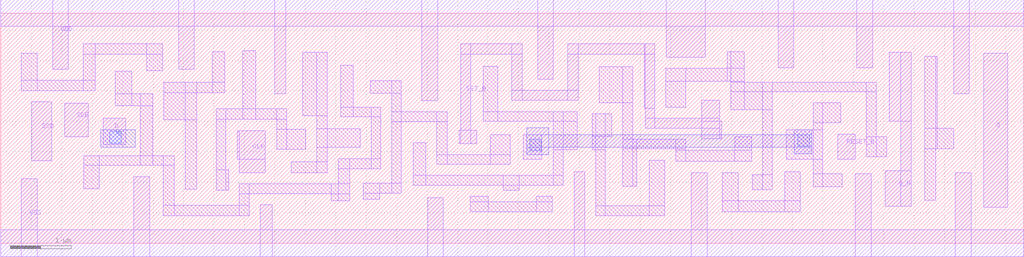
<source format=lef>
########################################################################
#
# Copyright 2023 IHP PDK Authors
# 
# Licensed under the Apache License, Version 2.0 (the "License");
# you may not use this file except in compliance with the License.
# You may obtain a copy of the License at
# 
#    https://www.apache.org/licenses/LICENSE-2.0
# 
# Unless required by applicable law or agreed to in writing, software
# distributed under the License is distributed on an "AS IS" BASIS,
# WITHOUT WARRANTIES OR CONDITIONS OF ANY KIND, either express or implied.
# See the License for the specific language governing permissions and
# limitations under the License.
#
########################################################################

VERSION 5.7 ;
BUSBITCHARS "<>" ;
DIVIDERCHAR "/" ;

PROPERTYDEFINITIONS
  MACRO CatenaDesignType STRING ;
END PROPERTYDEFINITIONS

SITE  CoreSite
    CLASS       CORE ;
    SYMMETRY    Y ;
    SIZE        0.48 BY 3.78 ;
END  CoreSite

MACRO sg13g2_a21o_1
  CLASS CORE ;
  ORIGIN 0 0 ;
  FOREIGN sg13g2_a21o_1 0 0 ;
  SIZE 3.36 BY 3.78 ;
  SYMMETRY X Y ;
  SITE CoreSite ;
  PIN A2
    DIRECTION INPUT ;
    USE SIGNAL ;
    ANTENNAMODEL OXIDE1 ;
      ANTENNAGATEAREA 0.2132 LAYER Metal1 ;
    PORT
      LAYER Metal1 ;
        RECT 2.81 0.405 3.215 0.965 ;
    END
  END A2
  PIN A1
    DIRECTION INPUT ;
    USE SIGNAL ;
    ANTENNAMODEL OXIDE1 ;
      ANTENNAGATEAREA 0.2132 LAYER Metal1 ;
    PORT
      LAYER Metal1 ;
        RECT 2.215 1.565 2.545 2 ;
    END
  END A1
  PIN B1
    DIRECTION INPUT ;
    USE SIGNAL ;
    ANTENNAMODEL OXIDE1 ;
      ANTENNAGATEAREA 0.2132 LAYER Metal1 ;
    PORT
      LAYER Metal1 ;
        RECT 1.755 1.57 2.005 2 ;
    END
  END B1
  PIN X
    DIRECTION OUTPUT ;
    USE SIGNAL ;
    ANTENNADIFFAREA 0.6159 LAYER Metal1 ;
    PORT
      LAYER Metal1 ;
        RECT 0.205 0.885 1.225 1.145 ;
        RECT 0.205 2.095 0.56 3.105 ;
        RECT 0.205 0.885 0.445 3.105 ;
    END
  END X
  PIN VDD
    DIRECTION INOUT ;
    USE POWER ;
    SHAPE ABUTMENT ;
    NETEXPR "VDD VDD!" ;
    PORT
      LAYER Metal1 ;
        RECT 0 3.56 3.36 4 ;
        RECT 2.405 2.585 2.665 4 ;
        RECT 0.81 2.14 1.07 4 ;
    END
  END VDD
  PIN VSS
    DIRECTION INOUT ;
    USE GROUND ;
    SHAPE ABUTMENT ;
    NETEXPR "VSS VSS!" ;
    PORT
      LAYER Metal1 ;
        RECT 0 -0.22 3.36 0.22 ;
        RECT 2.92 1.145 3.165 1.41 ;
        RECT 2.455 1.145 3.165 1.31 ;
        RECT 2.455 -0.22 2.615 1.31 ;
        RECT 1.455 -0.22 1.715 0.965 ;
    END
  END VSS
  OBS
    LAYER Metal1 ;
      RECT 2.915 2.21 3.175 3.125 ;
      RECT 1.855 2.21 2.115 3.125 ;
      RECT 1.855 2.21 3.175 2.405 ;
      RECT 1.335 2.17 1.595 3.125 ;
      RECT 1.335 1.54 1.575 3.125 ;
      RECT 1.415 1.22 1.575 3.125 ;
      RECT 0.625 1.54 1.575 1.87 ;
      RECT 1.415 1.22 2.27 1.385 ;
      RECT 2.02 0.825 2.27 1.385 ;
  END
  PROPERTY CatenaDesignType "deviceLevel" ;
END sg13g2_a21o_1

MACRO sky130_fd_sc_hd__tapvpwrvgnd_1
  CLASS CORE WELLTAP ;
  FOREIGN sky130_fd_sc_hd__tapvpwrvgnd_1 ;
  ORIGIN  0.000000  0.000000 ;
  SIZE  0.460000 BY  2.720000 ;
  SYMMETRY X Y R90 ;
  SITE unithd ;
  PIN VGND
    DIRECTION INOUT ;
    SHAPE ABUTMENT ;
    USE GROUND ;
    PORT
      LAYER Metal1 ;
        RECT 0.000000 -0.240000 0.460000 0.240000 ;
      LAYER pwell ;
        RECT 0.145000 0.320000 0.315000 0.845000 ;
    END
  END VGND
  PIN VPWR
    DIRECTION INOUT ;
    SHAPE ABUTMENT ;
    USE POWER ;
    PORT
      LAYER Metal1 ;
        RECT 0.000000 2.480000 0.460000 2.960000 ;
      LAYER nwell ;
        RECT -0.190000 1.305000 0.650000 2.910000 ;
    END
  END VPWR
  
END sky130_fd_sc_hd__tapvpwrvgnd_1
#--------EOF---------

MACRO sg13g2_a21o_2
  CLASS CORE ;
  ORIGIN 0 0 ;
  FOREIGN sg13g2_a21o_2 0 0 ;
  SIZE 3.84 BY 3.78 ;
  SYMMETRY X Y ;
  SITE CoreSite ;
  PIN A2
    DIRECTION INPUT ;
    USE SIGNAL ;
    ANTENNAMODEL OXIDE1 ;
      ANTENNAGATEAREA 0.2262 LAYER Metal1 ;
    PORT
      LAYER Metal1 ;
        RECT 3.2 1.565 3.69 2 ;
    END
  END A2
  PIN A1
    DIRECTION INPUT ;
    USE SIGNAL ;
    ANTENNAMODEL OXIDE1 ;
      ANTENNAGATEAREA 0.2262 LAYER Metal1 ;
    PORT
      LAYER Metal1 ;
        RECT 2.69 1.565 3.02 2 ;
    END
  END A1
  PIN B1
    DIRECTION INPUT ;
    USE SIGNAL ;
    ANTENNAMODEL OXIDE1 ;
      ANTENNAGATEAREA 0.2262 LAYER Metal1 ;
    PORT
      LAYER Metal1 ;
        RECT 2.23 1.57 2.48 2 ;
    END
  END B1
  PIN X
    DIRECTION OUTPUT ;
    USE SIGNAL ;
    ANTENNADIFFAREA 0.7068 LAYER Metal1 ;
    PORT
      LAYER Metal1 ;
        RECT 0.785 0.74 1.045 3.16 ;
    END
  END X
  PIN VDD
    DIRECTION INOUT ;
    USE POWER ;
    SHAPE ABUTMENT ;
    NETEXPR "VDD VDD!" ;
    PORT
      LAYER Metal1 ;
        RECT 0 3.56 3.84 4 ;
        RECT 2.88 2.585 3.14 4 ;
        RECT 1.295 2.18 1.555 4 ;
        RECT 0.275 2.18 0.535 4 ;
    END
  END VDD
  PIN VSS
    DIRECTION INOUT ;
    USE GROUND ;
    SHAPE ABUTMENT ;
    NETEXPR "VSS VSS!" ;
    PORT
      LAYER Metal1 ;
        RECT 0 -0.22 3.84 0.22 ;
        RECT 3.4 -0.22 3.645 1.385 ;
        RECT 1.935 -0.22 2.195 0.99 ;
        RECT 1.295 -0.22 1.555 1.37 ;
        RECT 0.275 -0.22 0.535 1.37 ;
    END
  END VSS
  OBS
    LAYER Metal1 ;
      RECT 3.39 2.21 3.65 3.125 ;
      RECT 2.33 2.21 2.59 3.125 ;
      RECT 2.33 2.21 3.65 2.405 ;
      RECT 1.81 2.17 2.07 3.125 ;
      RECT 1.81 1.22 2.05 3.125 ;
      RECT 1.235 1.67 2.05 1.93 ;
      RECT 1.81 1.22 2.745 1.385 ;
      RECT 2.495 0.725 2.745 1.385 ;
  END
  PROPERTY CatenaDesignType "deviceLevel" ;
END sg13g2_a21o_2

MACRO sg13g2_a21oi_1
  CLASS CORE ;
  ORIGIN 0 0 ;
  FOREIGN sg13g2_a21oi_1 0 0 ;
  SIZE 2.4 BY 3.78 ;
  SYMMETRY X Y ;
  SITE CoreSite ;
  PIN VSS
    DIRECTION INOUT ;
    USE GROUND ;
    SHAPE ABUTMENT ;
    NETEXPR "VSS VSS!" ;
    PORT
      LAYER Metal1 ;
        RECT 0 -0.22 2.4 0.22 ;
        RECT 1.835 -0.22 2.095 1.37 ;
        RECT 0.305 -0.22 0.565 0.93 ;
    END
  END VSS
  PIN VDD
    DIRECTION INOUT ;
    USE POWER ;
    SHAPE ABUTMENT ;
    NETEXPR "VDD VDD!" ;
    PORT
      LAYER Metal1 ;
        RECT 0 3.56 2.4 4 ;
        RECT 1.325 2.9 1.585 4 ;
    END
  END VDD
  PIN A1
    DIRECTION INPUT ;
    USE SIGNAL ;
    ANTENNAMODEL OXIDE1 ;
      ANTENNAGATEAREA 0.2418 LAYER Metal1 ;
    PORT
      LAYER Metal1 ;
        RECT 1.07 1.62 1.585 1.83 ;
        RECT 1.325 0.77 1.585 1.83 ;
    END
  END A1
  PIN A2
    DIRECTION INPUT ;
    USE SIGNAL ;
    ANTENNAMODEL OXIDE1 ;
      ANTENNAGATEAREA 0.2418 LAYER Metal1 ;
    PORT
      LAYER Metal1 ;
        RECT 1.765 1.55 2.095 1.95 ;
    END
  END A2
  PIN Y
    DIRECTION OUTPUT ;
    USE SIGNAL ;
    ANTENNADIFFAREA 0.662 LAYER Metal1 ;
    PORT
      LAYER Metal1 ;
        RECT 0.815 0.77 1.075 1.37 ;
        RECT 0.305 2.13 0.89 2.29 ;
        RECT 0.715 1.21 0.89 2.29 ;
        RECT 0.305 2.13 0.565 3.11 ;
    END
  END Y
  PIN B1
    DIRECTION INPUT ;
    USE SIGNAL ;
    ANTENNAMODEL OXIDE1 ;
      ANTENNAGATEAREA 0.2418 LAYER Metal1 ;
    PORT
      LAYER Metal1 ;
        RECT 0.305 1.155 0.53 1.9 ;
    END
  END B1
  OBS
    LAYER Metal1 ;
      RECT 1.835 2.13 2.095 3.11 ;
      RECT 0.815 2.555 1.075 3.11 ;
      RECT 1.075 2.13 2.095 2.715 ;
  END
  PROPERTY CatenaDesignType "deviceLevel" ;
END sg13g2_a21oi_1

MACRO sg13g2_a21oi_2
  CLASS CORE ;
  ORIGIN 0 0 ;
  FOREIGN sg13g2_a21oi_2 0 0 ;
  SIZE 3.84 BY 3.78 ;
  SYMMETRY X Y ;
  SITE CoreSite ;
  PIN VSS
    DIRECTION INOUT ;
    USE GROUND ;
    SHAPE ABUTMENT ;
    NETEXPR "VSS VSS!" ;
    PORT
      LAYER Metal1 ;
        RECT 0 -0.22 3.84 0.22 ;
        RECT 3.315 -0.22 3.575 1.42 ;
        RECT 2.295 -0.22 2.555 0.98 ;
        RECT 0.255 -0.22 0.515 1.42 ;
    END
  END VSS
  PIN VDD
    DIRECTION INOUT ;
    USE POWER ;
    SHAPE ABUTMENT ;
    NETEXPR "VDD VDD!" ;
    PORT
      LAYER Metal1 ;
        RECT 0 3.56 3.84 4 ;
        RECT 1.785 2.95 2.045 4 ;
        RECT 0.765 2.95 1.025 4 ;
    END
  END VDD
  PIN B1
    DIRECTION INPUT ;
    USE SIGNAL ;
    ANTENNAMODEL OXIDE1 ;
      ANTENNAGATEAREA 0.4836 LAYER Metal1 ;
    PORT
      LAYER Metal1 ;
        RECT 3.28 1.625 3.575 2.28 ;
    END
  END B1
  PIN Y
    DIRECTION OUTPUT ;
    USE SIGNAL ;
    ANTENNADIFFAREA 0.988 LAYER Metal1 ;
    PORT
      LAYER Metal1 ;
        RECT 2.805 0.72 3.065 2.715 ;
        RECT 1.275 1.16 3.065 1.39 ;
        RECT 1.275 0.85 1.535 1.39 ;
    END
  END Y
  PIN A2
    DIRECTION INPUT ;
    USE SIGNAL ;
    ANTENNAMODEL OXIDE1 ;
      ANTENNAGATEAREA 0.4836 LAYER Metal1 ;
    PORT
      LAYER Metal1 ;
        RECT 0.39 2.09 2.3 2.315 ;
        RECT 2.04 1.6 2.3 2.315 ;
        RECT 0.39 1.6 0.77 2.315 ;
    END
  END A2
  PIN A1
    DIRECTION INPUT ;
    USE SIGNAL ;
    ANTENNAMODEL OXIDE1 ;
      ANTENNAGATEAREA 0.4836 LAYER Metal1 ;
    PORT
      LAYER Metal1 ;
        RECT 1.085 1.57 1.725 1.9 ;
    END
  END A1
  OBS
    LAYER Metal1 ;
      RECT 2.295 2.9 3.575 3.16 ;
      RECT 3.315 2.505 3.575 3.16 ;
      RECT 1.275 2.505 1.535 3.16 ;
      RECT 0.255 2.505 0.515 3.16 ;
      RECT 2.295 2.505 2.555 3.16 ;
      RECT 0.255 2.505 2.555 2.765 ;
      RECT 1.785 0.445 2.045 0.98 ;
      RECT 0.765 0.445 1.025 0.98 ;
      RECT 0.765 0.445 2.045 0.67 ;
  END
  PROPERTY CatenaDesignType "deviceLevel" ;
END sg13g2_a21oi_2

MACRO sg13g2_a221oi_1
  CLASS CORE ;
  ORIGIN 0 0 ;
  FOREIGN sg13g2_a221oi_1 0 0 ;
  SIZE 3.84 BY 3.78 ;
  SYMMETRY X Y ;
  SITE CoreSite ;
  PIN VSS
    DIRECTION INOUT ;
    USE GROUND ;
    SHAPE ABUTMENT ;
    NETEXPR "VSS VSS!" ;
    PORT
      LAYER Metal1 ;
        RECT 0 -0.22 3.84 0.22 ;
        RECT 3.32 -0.22 3.58 0.98 ;
        RECT 0.77 -0.22 1.03 0.98 ;
    END
  END VSS
  PIN VDD
    DIRECTION INOUT ;
    USE POWER ;
    SHAPE ABUTMENT ;
    NETEXPR "VDD VDD!" ;
    PORT
      LAYER Metal1 ;
        RECT 0 3.56 3.84 4 ;
        RECT 3.32 2.505 3.58 4 ;
        RECT 2.3 2.9 2.56 4 ;
    END
  END VDD
  PIN B2
    DIRECTION INPUT ;
    USE SIGNAL ;
    ANTENNAMODEL OXIDE1 ;
      ANTENNAGATEAREA 0.2418 LAYER Metal1 ;
    PORT
      LAYER Metal1 ;
        RECT 0.88 1.57 1.36 1.9 ;
    END
  END B2
  PIN C1
    DIRECTION INPUT ;
    USE SIGNAL ;
    ANTENNAMODEL OXIDE1 ;
      ANTENNAGATEAREA 0.2418 LAYER Metal1 ;
    PORT
      LAYER Metal1 ;
        RECT 0.25 1.57 0.64 1.9 ;
    END
  END C1
  PIN B1
    DIRECTION INPUT ;
    USE SIGNAL ;
    ANTENNAMODEL OXIDE1 ;
      ANTENNAGATEAREA 0.2418 LAYER Metal1 ;
    PORT
      LAYER Metal1 ;
        RECT 1.54 1.57 2 1.9 ;
        RECT 1.72 1.16 2 1.9 ;
    END
  END B1
  PIN A1
    DIRECTION INPUT ;
    USE SIGNAL ;
    ANTENNAMODEL OXIDE1 ;
      ANTENNAGATEAREA 0.2418 LAYER Metal1 ;
    PORT
      LAYER Metal1 ;
        RECT 2.18 1.57 2.7 1.9 ;
        RECT 2.18 1.16 2.48 1.9 ;
    END
  END A1
  PIN Y
    DIRECTION OUTPUT ;
    USE SIGNAL ;
    ANTENNADIFFAREA 1.1356 LAYER Metal1 ;
    PORT
      LAYER Metal1 ;
        RECT 0.26 2.08 3.745 2.29 ;
        RECT 3.565 1.16 3.745 2.29 ;
        RECT 2.81 1.16 3.745 1.37 ;
        RECT 2.81 0.72 3.07 1.37 ;
        RECT 1.28 0.72 3.07 0.98 ;
        RECT 0.26 1.16 1.54 1.37 ;
        RECT 1.28 0.72 1.54 1.37 ;
        RECT 0.26 2.08 0.52 3.16 ;
        RECT 0.26 0.72 0.52 1.37 ;
    END
  END Y
  PIN A2
    DIRECTION INPUT ;
    USE SIGNAL ;
    ANTENNAMODEL OXIDE1 ;
      ANTENNAGATEAREA 0.2418 LAYER Metal1 ;
    PORT
      LAYER Metal1 ;
        RECT 2.88 1.57 3.385 1.9 ;
    END
  END A2
  OBS
    LAYER Metal1 ;
      RECT 2.81 2.505 3.07 3.16 ;
      RECT 1.28 2.505 1.54 2.765 ;
      RECT 1.28 2.505 3.07 2.715 ;
      RECT 0.77 2.95 2.05 3.16 ;
      RECT 1.79 2.9 2.05 3.16 ;
      RECT 0.77 2.505 1.03 3.16 ;
  END
  PROPERTY CatenaDesignType "deviceLevel" ;
END sg13g2_a221oi_1

MACRO sg13g2_a22oi_1
  CLASS CORE ;
  ORIGIN 0 0 ;
  FOREIGN sg13g2_a22oi_1 0 0 ;
  SIZE 2.88 BY 3.78 ;
  SYMMETRY X Y ;
  SITE CoreSite ;
  PIN Y
    DIRECTION OUTPUT ;
    USE SIGNAL ;
    ANTENNADIFFAREA 0.9584 LAYER Metal1 ;
    PORT
      LAYER Metal1 ;
        RECT 1.25 0.89 1.75 1.15 ;
        RECT 1.31 2.25 1.6 2.9 ;
        RECT 1.42 0.89 1.6 2.9 ;
    END
  END Y
  PIN B1
    DIRECTION INPUT ;
    USE SIGNAL ;
    ANTENNAMODEL OXIDE1 ;
      ANTENNAGATEAREA 0.2418 LAYER Metal1 ;
    PORT
      LAYER Metal1 ;
        RECT 0.96 1.33 1.24 2.07 ;
    END
  END B1
  PIN B2
    DIRECTION INPUT ;
    USE SIGNAL ;
    ANTENNAMODEL OXIDE1 ;
      ANTENNAGATEAREA 0.2418 LAYER Metal1 ;
    PORT
      LAYER Metal1 ;
        RECT 1.78 1.7 2.08 2.44 ;
    END
  END B2
  PIN A2
    DIRECTION INPUT ;
    USE SIGNAL ;
    ANTENNAMODEL OXIDE1 ;
      ANTENNAGATEAREA 0.2418 LAYER Metal1 ;
    PORT
      LAYER Metal1 ;
        RECT 2.42 1.33 2.72 2.07 ;
    END
  END A2
  PIN A1
    DIRECTION INPUT ;
    USE SIGNAL ;
    ANTENNAMODEL OXIDE1 ;
      ANTENNAGATEAREA 0.2418 LAYER Metal1 ;
    PORT
      LAYER Metal1 ;
        RECT 1.79 1.36 2.09 1.52 ;
        RECT 1.93 0.55 2.09 1.52 ;
        RECT 0.62 0.55 2.09 0.71 ;
        RECT 0.17 1.33 0.78 1.49 ;
        RECT 0.62 0.55 0.78 1.49 ;
        RECT 0.17 1.33 0.47 2.07 ;
    END
  END A1
  PIN VDD
    DIRECTION INOUT ;
    USE POWER ;
    SHAPE ABUTMENT ;
    NETEXPR "VDD VDD!" ;
    PORT
      LAYER Metal1 ;
        RECT 0 3.56 2.88 4 ;
        RECT 2.44 2.25 2.7 4 ;
        RECT 0.18 2.25 0.45 4 ;
    END
  END VDD
  PIN VSS
    DIRECTION INOUT ;
    USE GROUND ;
    SHAPE ABUTMENT ;
    NETEXPR "VSS VSS!" ;
    PORT
      LAYER Metal1 ;
        RECT 0 -0.22 2.88 0.22 ;
        RECT 2.44 -0.22 2.7 1.15 ;
        RECT 0.18 -0.22 0.44 1.15 ;
    END
  END VSS
  OBS
    LAYER Metal1 ;
      RECT 0.8 3.085 2.08 3.33 ;
      RECT 1.82 2.62 2.08 3.33 ;
      RECT 0.8 2.25 1.06 3.33 ;
  END
  PROPERTY CatenaDesignType "deviceLevel" ;
END sg13g2_a22oi_1

MACRO sg13g2_and2_1
  CLASS CORE ;
  ORIGIN 0 0 ;
  FOREIGN sg13g2_and2_1 0 0 ;
  SIZE 2.4 BY 3.78 ;
  SYMMETRY X Y ;
  SITE CoreSite ;
  PIN A
    DIRECTION INPUT ;
    USE SIGNAL ;
    ANTENNAMODEL OXIDE1 ;
      ANTENNAGATEAREA 0.1924 LAYER Metal1 ;
    PORT
      LAYER Metal1 ;
        RECT 0.105 0.405 0.78 0.96 ;
    END
  END A
  PIN B
    DIRECTION INPUT ;
    USE SIGNAL ;
    ANTENNAMODEL OXIDE1 ;
      ANTENNAGATEAREA 0.1924 LAYER Metal1 ;
    PORT
      LAYER Metal1 ;
        RECT 0.78 1.435 1.17 1.87 ;
    END
  END B
  PIN X
    DIRECTION OUTPUT ;
    USE SIGNAL ;
    ANTENNADIFFAREA 0.6324 LAYER Metal1 ;
    PORT
      LAYER Metal1 ;
        RECT 1.775 2.14 2.275 3.11 ;
        RECT 2.04 0.78 2.275 3.11 ;
        RECT 1.775 0.78 2.275 1.36 ;
    END
  END X
  PIN VDD
    DIRECTION INOUT ;
    USE POWER ;
    SHAPE ABUTMENT ;
    NETEXPR "VDD VDD!" ;
    PORT
      LAYER Metal1 ;
        RECT 0 3.56 2.4 4 ;
        RECT 1.265 2.485 1.525 4 ;
        RECT 0.245 2.425 0.505 4 ;
    END
  END VDD
  PIN VSS
    DIRECTION INOUT ;
    USE GROUND ;
    SHAPE ABUTMENT ;
    NETEXPR "VSS VSS!" ;
    PORT
      LAYER Metal1 ;
        RECT 0 -0.22 2.4 0.22 ;
        RECT 1.265 -0.22 1.525 1.155 ;
    END
  END VSS
  OBS
    LAYER Metal1 ;
      RECT 0.755 2.05 1.015 3.11 ;
      RECT 0.245 2.05 1.56 2.24 ;
      RECT 1.4 1.57 1.56 2.24 ;
      RECT 0.245 1.14 0.505 2.24 ;
      RECT 1.4 1.57 1.74 1.9 ;
  END
  PROPERTY CatenaDesignType "deviceLevel" ;
END sg13g2_and2_1

MACRO sg13g2_and2_2
  CLASS CORE ;
  ORIGIN 0 0 ;
  FOREIGN sg13g2_and2_2 0 0 ;
  SIZE 2.88 BY 3.78 ;
  SYMMETRY X Y ;
  SITE CoreSite ;
  PIN A
    DIRECTION INPUT ;
    USE SIGNAL ;
    ANTENNAMODEL OXIDE1 ;
      ANTENNAGATEAREA 0.1924 LAYER Metal1 ;
    PORT
      LAYER Metal1 ;
        RECT 0.105 0.405 0.78 0.96 ;
    END
  END A
  PIN B
    DIRECTION INPUT ;
    USE SIGNAL ;
    ANTENNAMODEL OXIDE1 ;
      ANTENNAGATEAREA 0.1924 LAYER Metal1 ;
    PORT
      LAYER Metal1 ;
        RECT 0.78 1.435 1.17 1.87 ;
    END
  END B
  PIN X
    DIRECTION OUTPUT ;
    USE SIGNAL ;
    ANTENNADIFFAREA 0.7068 LAYER Metal1 ;
    PORT
      LAYER Metal1 ;
        RECT 1.775 2.14 2.105 3.11 ;
        RECT 1.92 0.78 2.105 3.11 ;
        RECT 1.775 0.78 2.105 1.36 ;
    END
  END X
  PIN VDD
    DIRECTION INOUT ;
    USE POWER ;
    SHAPE ABUTMENT ;
    NETEXPR "VDD VDD!" ;
    PORT
      LAYER Metal1 ;
        RECT 0 3.56 2.88 4 ;
        RECT 2.285 2.485 2.545 4 ;
        RECT 1.265 2.485 1.525 4 ;
        RECT 0.245 2.425 0.505 4 ;
    END
  END VDD
  PIN VSS
    DIRECTION INOUT ;
    USE GROUND ;
    SHAPE ABUTMENT ;
    NETEXPR "VSS VSS!" ;
    PORT
      LAYER Metal1 ;
        RECT 0 -0.22 2.88 0.22 ;
        RECT 2.285 -0.22 2.545 1.155 ;
        RECT 1.265 -0.22 1.525 1.155 ;
    END
  END VSS
  OBS
    LAYER Metal1 ;
      RECT 0.755 2.05 1.015 3.11 ;
      RECT 0.245 2.05 1.56 2.24 ;
      RECT 1.4 1.57 1.56 2.24 ;
      RECT 0.245 1.14 0.505 2.24 ;
      RECT 1.4 1.57 1.74 1.9 ;
  END
  PROPERTY CatenaDesignType "deviceLevel" ;
END sg13g2_and2_2

MACRO sg13g2_and3_1
  CLASS CORE ;
  ORIGIN 0 0 ;
  FOREIGN sg13g2_and3_1 0 0 ;
  SIZE 3.36 BY 3.78 ;
  SYMMETRY X Y ;
  SITE CoreSite ;
  PIN X
    DIRECTION OUTPUT ;
    USE SIGNAL ;
    ANTENNADIFFAREA 0.6324 LAYER Metal1 ;
    PORT
      LAYER Metal1 ;
        RECT 2.78 2.17 3.065 3.27 ;
        RECT 2.895 1.125 3.065 3.27 ;
        RECT 2.44 1.125 3.065 1.385 ;
        RECT 2.44 0.77 2.7 1.385 ;
    END
  END X
  PIN A
    DIRECTION INPUT ;
    USE SIGNAL ;
    ANTENNAMODEL OXIDE1 ;
      ANTENNAGATEAREA 0.1924 LAYER Metal1 ;
    PORT
      LAYER Metal1 ;
        RECT 1.225 0.475 1.59 1.09 ;
        RECT 0.35 0.475 1.59 0.79 ;
    END
  END A
  PIN B
    DIRECTION INPUT ;
    USE SIGNAL ;
    ANTENNAMODEL OXIDE1 ;
      ANTENNAGATEAREA 0.1924 LAYER Metal1 ;
    PORT
      LAYER Metal1 ;
        RECT 1.09 1.4 1.54 1.98 ;
    END
  END B
  PIN C
    DIRECTION INPUT ;
    USE SIGNAL ;
    ANTENNAMODEL OXIDE1 ;
      ANTENNAGATEAREA 0.1924 LAYER Metal1 ;
    PORT
      LAYER Metal1 ;
        RECT 1.73 1.4 2.06 1.95 ;
    END
  END C
  PIN VDD
    DIRECTION INOUT ;
    USE POWER ;
    SHAPE ABUTMENT ;
    NETEXPR "VDD VDD!" ;
    PORT
      LAYER Metal1 ;
        RECT 0 3.56 3.36 4 ;
        RECT 1.93 2.615 2.53 4 ;
        RECT 0.91 2.73 1.17 4 ;
    END
  END VDD
  PIN VSS
    DIRECTION INOUT ;
    USE GROUND ;
    SHAPE ABUTMENT ;
    NETEXPR "VSS VSS!" ;
    PORT
      LAYER Metal1 ;
        RECT 0 -0.22 3.36 0.22 ;
        RECT 1.93 -0.22 2.19 1.14 ;
    END
  END VSS
  OBS
    LAYER Metal1 ;
      RECT 0.4 1.09 0.66 3.115 ;
      RECT 1.42 2.16 1.68 3.085 ;
      RECT 0.4 2.16 2.405 2.32 ;
      RECT 2.245 1.57 2.405 2.32 ;
      RECT 2.245 1.57 2.645 1.9 ;
  END
  PROPERTY CatenaDesignType "deviceLevel" ;
END sg13g2_and3_1

MACRO sg13g2_and3_2
  CLASS CORE ;
  ORIGIN 0 0 ;
  FOREIGN sg13g2_and3_2 0 0 ;
  SIZE 3.36 BY 3.78 ;
  SYMMETRY X Y ;
  SITE CoreSite ;
  PIN X
    DIRECTION OUTPUT ;
    USE SIGNAL ;
    ANTENNADIFFAREA 0.7068 LAYER Metal1 ;
    PORT
      LAYER Metal1 ;
        RECT 2.435 2.51 3.065 2.69 ;
        RECT 2.835 1.29 3.065 2.69 ;
        RECT 2.44 1.29 3.065 1.55 ;
        RECT 2.435 2.51 2.705 3.36 ;
        RECT 2.44 0.77 2.7 1.55 ;
    END
  END X
  PIN A
    DIRECTION INPUT ;
    USE SIGNAL ;
    ANTENNAMODEL OXIDE1 ;
      ANTENNAGATEAREA 0.1924 LAYER Metal1 ;
    PORT
      LAYER Metal1 ;
        RECT 1.225 0.475 1.59 1.09 ;
        RECT 0.35 0.475 1.59 0.79 ;
    END
  END A
  PIN B
    DIRECTION INPUT ;
    USE SIGNAL ;
    ANTENNAMODEL OXIDE1 ;
      ANTENNAGATEAREA 0.1924 LAYER Metal1 ;
    PORT
      LAYER Metal1 ;
        RECT 1.09 1.4 1.54 1.98 ;
    END
  END B
  PIN C
    DIRECTION INPUT ;
    USE SIGNAL ;
    ANTENNAMODEL OXIDE1 ;
      ANTENNAGATEAREA 0.1924 LAYER Metal1 ;
    PORT
      LAYER Metal1 ;
        RECT 1.73 1.4 2.06 1.95 ;
    END
  END C
  PIN VDD
    DIRECTION INOUT ;
    USE POWER ;
    SHAPE ABUTMENT ;
    NETEXPR "VDD VDD!" ;
    PORT
      LAYER Metal1 ;
        RECT 0 3.56 3.36 4 ;
        RECT 2.955 2.875 3.225 4 ;
        RECT 1.93 2.615 2.19 4 ;
        RECT 0.91 2.73 1.17 4 ;
    END
  END VDD
  PIN VSS
    DIRECTION INOUT ;
    USE GROUND ;
    SHAPE ABUTMENT ;
    NETEXPR "VSS VSS!" ;
    PORT
      LAYER Metal1 ;
        RECT 0 -0.22 3.36 0.22 ;
        RECT 2.95 -0.22 3.21 1.09 ;
        RECT 1.93 -0.22 2.19 1.14 ;
    END
  END VSS
  OBS
    LAYER Metal1 ;
      RECT 0.4 1.09 0.66 3.115 ;
      RECT 1.42 2.16 1.68 3.085 ;
      RECT 0.4 2.16 2.405 2.32 ;
      RECT 2.245 1.735 2.405 2.32 ;
      RECT 2.245 1.735 2.645 2.065 ;
  END
  PROPERTY CatenaDesignType "deviceLevel" ;
END sg13g2_and3_2

MACRO sg13g2_and4_1
  CLASS CORE ;
  ORIGIN 0 0 ;
  FOREIGN sg13g2_and4_1 0 0 ;
  SIZE 3.84 BY 3.78 ;
  SYMMETRY X Y ;
  SITE CoreSite ;
  PIN A
    DIRECTION INPUT ;
    USE SIGNAL ;
    ANTENNAMODEL OXIDE1 ;
      ANTENNAGATEAREA 0.1924 LAYER Metal1 ;
    PORT
      LAYER Metal1 ;
        RECT 0.705 1.35 1.07 2.01 ;
    END
  END A
  PIN B
    DIRECTION INPUT ;
    USE SIGNAL ;
    ANTENNAMODEL OXIDE1 ;
      ANTENNAGATEAREA 0.1924 LAYER Metal1 ;
    PORT
      LAYER Metal1 ;
        RECT 1.255 0.66 1.565 2.025 ;
    END
  END B
  PIN C
    DIRECTION INPUT ;
    USE SIGNAL ;
    ANTENNAMODEL OXIDE1 ;
      ANTENNAGATEAREA 0.1924 LAYER Metal1 ;
    PORT
      LAYER Metal1 ;
        RECT 1.795 0.66 2.125 2.01 ;
    END
  END C
  PIN D
    DIRECTION INPUT ;
    USE SIGNAL ;
    ANTENNAMODEL OXIDE1 ;
      ANTENNAGATEAREA 0.1924 LAYER Metal1 ;
    PORT
      LAYER Metal1 ;
        RECT 2.315 1.57 2.665 2 ;
    END
  END D
  PIN X
    DIRECTION OUTPUT ;
    USE SIGNAL ;
    ANTENNADIFFAREA 0.8928 LAYER Metal1 ;
    PORT
      LAYER Metal1 ;
        RECT 3.205 2.07 3.685 3.12 ;
        RECT 3.525 0.64 3.685 3.12 ;
        RECT 3.205 0.64 3.685 1.26 ;
    END
  END X
  PIN VDD
    DIRECTION INOUT ;
    USE POWER ;
    SHAPE ABUTMENT ;
    NETEXPR "VDD VDD!" ;
    PORT
      LAYER Metal1 ;
        RECT 0 3.56 3.84 4 ;
        RECT 2.54 2.585 2.8 4 ;
        RECT 1.445 2.56 1.705 4 ;
        RECT 0.425 2.56 0.685 4 ;
    END
  END VDD
  PIN VSS
    DIRECTION INOUT ;
    USE GROUND ;
    SHAPE ABUTMENT ;
    NETEXPR "VSS VSS!" ;
    PORT
      LAYER Metal1 ;
        RECT 0 -0.22 3.84 0.22 ;
        RECT 2.55 -0.22 2.815 1.21 ;
    END
  END VSS
  OBS
    LAYER Metal1 ;
      RECT 0.935 2.22 1.195 3.125 ;
      RECT 1.985 2.22 2.245 3.12 ;
      RECT 0.355 2.22 3.01 2.38 ;
      RECT 2.85 1.54 3.01 2.38 ;
      RECT 0.355 0.645 0.525 2.38 ;
      RECT 2.85 1.54 3.205 1.87 ;
      RECT 0.355 0.645 0.995 1.17 ;
  END
  PROPERTY CatenaDesignType "deviceLevel" ;
END sg13g2_and4_1

MACRO sg13g2_and4_2
  CLASS CORE ;
  ORIGIN 0 0 ;
  FOREIGN sg13g2_and4_2 0 0 ;
  SIZE 4.32 BY 3.78 ;
  SYMMETRY X Y ;
  SITE CoreSite ;
  PIN A
    DIRECTION INPUT ;
    USE SIGNAL ;
    ANTENNAMODEL OXIDE1 ;
      ANTENNAGATEAREA 0.1924 LAYER Metal1 ;
    PORT
      LAYER Metal1 ;
        RECT 0.705 1.35 1.07 2.01 ;
    END
  END A
  PIN B
    DIRECTION INPUT ;
    USE SIGNAL ;
    ANTENNAMODEL OXIDE1 ;
      ANTENNAGATEAREA 0.1924 LAYER Metal1 ;
    PORT
      LAYER Metal1 ;
        RECT 1.255 0.66 1.565 2.025 ;
    END
  END B
  PIN C
    DIRECTION INPUT ;
    USE SIGNAL ;
    ANTENNAMODEL OXIDE1 ;
      ANTENNAGATEAREA 0.1924 LAYER Metal1 ;
    PORT
      LAYER Metal1 ;
        RECT 1.795 0.66 2.125 2.01 ;
    END
  END C
  PIN D
    DIRECTION INPUT ;
    USE SIGNAL ;
    ANTENNAMODEL OXIDE1 ;
      ANTENNAGATEAREA 0.1924 LAYER Metal1 ;
    PORT
      LAYER Metal1 ;
        RECT 2.315 1.57 2.665 2 ;
    END
  END D
  PIN X
    DIRECTION OUTPUT ;
    USE SIGNAL ;
    ANTENNADIFFAREA 0.9672 LAYER Metal1 ;
    PORT
      LAYER Metal1 ;
        RECT 3.205 2.07 3.685 3.12 ;
        RECT 3.525 0.64 3.685 3.12 ;
        RECT 3.205 0.64 3.685 1.26 ;
    END
  END X
  PIN VDD
    DIRECTION INOUT ;
    USE POWER ;
    SHAPE ABUTMENT ;
    NETEXPR "VDD VDD!" ;
    PORT
      LAYER Metal1 ;
        RECT 0 3.56 4.32 4 ;
        RECT 3.865 2.13 4.125 4 ;
        RECT 2.54 2.585 2.8 4 ;
        RECT 1.445 2.56 1.705 4 ;
        RECT 0.425 2.56 0.685 4 ;
    END
  END VDD
  PIN VSS
    DIRECTION INOUT ;
    USE GROUND ;
    SHAPE ABUTMENT ;
    NETEXPR "VSS VSS!" ;
    PORT
      LAYER Metal1 ;
        RECT 0 -0.22 4.32 0.22 ;
        RECT 3.865 -0.22 4.125 1.26 ;
        RECT 2.55 -0.22 2.815 1.21 ;
    END
  END VSS
  OBS
    LAYER Metal1 ;
      RECT 0.935 2.22 1.195 3.125 ;
      RECT 1.985 2.22 2.245 3.12 ;
      RECT 0.355 2.22 3.01 2.38 ;
      RECT 2.85 1.54 3.01 2.38 ;
      RECT 0.355 0.645 0.525 2.38 ;
      RECT 2.85 1.54 3.205 1.87 ;
      RECT 0.355 0.645 0.995 1.17 ;
  END
  PROPERTY CatenaDesignType "deviceLevel" ;
END sg13g2_and4_2

MACRO sg13g2_antennanp
  CLASS CORE ANTENNACELL ;
  ORIGIN 0 0 ;
  FOREIGN sg13g2_antennanp 0 0 ;
  SIZE 1.44 BY 3.78 ;
  SYMMETRY X Y ;
  SITE CoreSite ;
  PIN VDD
    DIRECTION INOUT ;
    USE POWER ;
    SHAPE ABUTMENT ;
    NETEXPR "VDD VDD!" ;
    PORT
      LAYER Metal1 ;
        RECT 0 3.56 1.44 4 ;
    END
  END VDD
  PIN VSS
    DIRECTION INOUT ;
    USE GROUND ;
    SHAPE ABUTMENT ;
    NETEXPR "VSS VSS!" ;
    PORT
      LAYER Metal1 ;
        RECT 0 -0.22 1.44 0.22 ;
    END
  END VSS
  PIN A
    DIRECTION INPUT ;
    USE SIGNAL ;
    ANTENNADIFFAREA 2.0154 LAYER Metal1 ;
    PORT
      LAYER Metal1 ;
        RECT 0.405 0.57 1.05 1.16 ;
        RECT 0.38 1.13 0.63 2.41 ;
    END
  END A
  PROPERTY CatenaDesignType "deviceLevel" ;
END sg13g2_antennanp

MACRO sg13g2_buf_1
  CLASS CORE ;
  ORIGIN 0 0 ;
  FOREIGN sg13g2_buf_1 0 0 ;
  SIZE 1.92 BY 3.78 ;
  SYMMETRY X Y ;
  SITE CoreSite ;
  PIN A
    DIRECTION INPUT ;
    USE SIGNAL ;
    ANTENNAMODEL OXIDE1 ;
      ANTENNAGATEAREA 0.1807 LAYER Metal1 ;
    PORT
      LAYER Metal1 ;
        RECT 0.1 1.65 0.87 2.115 ;
    END
  END A
  PIN X
    DIRECTION OUTPUT ;
    USE SIGNAL ;
    ANTENNADIFFAREA 0.6548 LAYER Metal1 ;
    PORT
      LAYER Metal1 ;
        RECT 1.49 2.02 1.79 3.18 ;
        RECT 1.6 0.55 1.79 3.18 ;
        RECT 1.5 0.55 1.79 1.29 ;
    END
  END X
  PIN VDD
    DIRECTION INOUT ;
    USE POWER ;
    SHAPE ABUTMENT ;
    NETEXPR "VDD VDD!" ;
    PORT
      LAYER Metal1 ;
        RECT 0 3.56 1.92 4 ;
        RECT 0.945 2.84 1.245 4 ;
    END
  END VDD
  PIN VSS
    DIRECTION INOUT ;
    USE GROUND ;
    SHAPE ABUTMENT ;
    NETEXPR "VSS VSS!" ;
    PORT
      LAYER Metal1 ;
        RECT 0 -0.22 1.92 0.22 ;
        RECT 0.935 -0.22 1.265 1.025 ;
    END
  END VSS
  OBS
    LAYER Metal1 ;
      RECT 0.43 2.44 0.7 3.18 ;
      RECT 0.43 2.44 1.26 2.62 ;
      RECT 1.09 1.29 1.26 2.62 ;
      RECT 1.09 1.5 1.415 1.83 ;
      RECT 0.315 1.29 1.26 1.465 ;
      RECT 0.315 1 0.705 1.465 ;
  END
  PROPERTY CatenaDesignType "deviceLevel" ;
END sg13g2_buf_1

MACRO sg13g2_buf_16
  CLASS CORE ;
  ORIGIN 0 0 ;
  FOREIGN sg13g2_buf_16 0 0 ;
  SIZE 12 BY 3.78 ;
  SYMMETRY X Y ;
  SITE CoreSite ;
  PIN X
    DIRECTION OUTPUT ;
    USE SIGNAL ;
    ANTENNAPARTIALCUTAREA 0.0361 LAYER Via1 ;
    ANTENNADIFFAREA 0.7068 LAYER Metal1 ;
    ANTENNADIFFAREA 5.6544 LAYER Metal2 ;
    PORT
      LAYER Metal1 ;
        RECT 7.91 0.64 8.17 3.105 ;
        RECT 6.89 0.645 7.15 3.105 ;
        RECT 5.87 0.65 6.13 3.105 ;
        RECT 4.85 0.635 5.11 3.11 ;
        RECT 3.83 0.65 4.09 3.11 ;
        RECT 2.81 0.645 3.07 3.11 ;
        RECT 1.79 0.645 2.05 3.11 ;
        RECT 0.77 0.64 1.03 3.105 ;
      LAYER Metal2 ;
        RECT 0.745 2.405 8.195 2.635 ;
      LAYER Via1 ;
        RECT 0.805 2.425 0.995 2.615 ;
        RECT 1.825 2.425 2.015 2.615 ;
        RECT 2.845 2.425 3.035 2.615 ;
        RECT 3.865 2.425 4.055 2.615 ;
        RECT 4.885 2.425 5.075 2.615 ;
        RECT 5.91 2.425 6.1 2.615 ;
        RECT 6.925 2.425 7.115 2.615 ;
        RECT 7.95 2.425 8.14 2.615 ;
    END
  END X
  PIN A
    DIRECTION INPUT ;
    USE SIGNAL ;
    ANTENNAMODEL OXIDE1 ;
      ANTENNAGATEAREA 1.4508 LAYER Metal1 ;
    PORT
      LAYER Metal1 ;
        RECT 8.78 1.57 11.44 1.95 ;
    END
  END A
  PIN VDD
    DIRECTION INOUT ;
    USE POWER ;
    SHAPE ABUTMENT ;
    NETEXPR "VDD VDD!" ;
    PORT
      LAYER Metal1 ;
        RECT 0 3.56 12 4 ;
        RECT 11.48 2.205 11.74 4 ;
        RECT 10.46 2.545 10.72 4 ;
        RECT 9.44 2.54 9.7 4 ;
        RECT 8.42 2.54 8.68 4 ;
        RECT 7.4 2.145 7.66 4 ;
        RECT 6.38 2.145 6.64 4 ;
        RECT 5.36 2.145 5.62 4 ;
        RECT 4.34 2.145 4.6 4 ;
        RECT 3.32 2.14 3.58 4 ;
        RECT 2.3 2.14 2.56 4 ;
        RECT 1.28 2.14 1.54 4 ;
        RECT 0.26 2.14 0.52 4 ;
    END
  END VDD
  PIN VSS
    DIRECTION INOUT ;
    USE GROUND ;
    SHAPE ABUTMENT ;
    NETEXPR "VSS VSS!" ;
    PORT
      LAYER Metal1 ;
        RECT 0 -0.22 12 0.22 ;
        RECT 11.48 -0.22 11.74 1.235 ;
        RECT 10.46 -0.22 10.72 0.995 ;
        RECT 9.44 -0.22 9.7 1 ;
        RECT 8.42 -0.22 8.685 0.99 ;
        RECT 7.4 -0.22 7.66 1.28 ;
        RECT 6.38 -0.22 6.64 1.18 ;
        RECT 5.36 -0.22 5.62 1.275 ;
        RECT 4.34 -0.22 4.6 1.27 ;
        RECT 3.32 -0.22 3.58 1.195 ;
        RECT 2.3 -0.22 2.56 1.275 ;
        RECT 1.28 -0.22 1.54 1.28 ;
        RECT 0.26 -0.22 0.52 1.27 ;
    END
  END VSS
  OBS
    LAYER Metal1 ;
      RECT 10.97 2.17 11.23 3.105 ;
      RECT 9.95 2.17 10.21 3.105 ;
      RECT 8.93 2.17 9.19 3.105 ;
      RECT 8.385 2.17 11.23 2.34 ;
      RECT 8.385 1.18 8.595 2.34 ;
      RECT 8.385 1.18 11.23 1.35 ;
      RECT 10.97 0.645 11.23 1.35 ;
      RECT 9.95 0.64 10.21 1.35 ;
      RECT 8.93 0.645 9.19 1.35 ;
      RECT 7.38 1.52 7.665 1.95 ;
      RECT 6.37 1.52 6.655 1.95 ;
      RECT 5.335 1.52 5.62 1.95 ;
      RECT 4.33 1.52 4.615 1.95 ;
      RECT 3.3 1.52 3.595 1.95 ;
      RECT 2.28 1.52 2.565 1.95 ;
      RECT 1.24 1.52 1.55 1.955 ;
    LAYER Via1 ;
      RECT 8.395 1.59 8.585 1.78 ;
      RECT 7.435 1.59 7.625 1.78 ;
      RECT 6.415 1.59 6.605 1.78 ;
      RECT 5.395 1.59 5.585 1.78 ;
      RECT 4.375 1.59 4.565 1.78 ;
      RECT 3.355 1.59 3.545 1.78 ;
      RECT 2.335 1.59 2.525 1.78 ;
      RECT 1.315 1.59 1.505 1.78 ;
    LAYER Metal2 ;
      RECT 1.24 1.57 8.645 1.8 ;
  END
  PROPERTY CatenaDesignType "deviceLevel" ;
END sg13g2_buf_16

MACRO sg13g2_buf_2
  CLASS CORE ;
  ORIGIN 0 0 ;
  FOREIGN sg13g2_buf_2 0 0 ;
  SIZE 2.4 BY 3.78 ;
  SYMMETRY X Y ;
  SITE CoreSite ;
  PIN A
    DIRECTION INPUT ;
    USE SIGNAL ;
    ANTENNAMODEL OXIDE1 ;
      ANTENNAGATEAREA 0.2132 LAYER Metal1 ;
    PORT
      LAYER Metal1 ;
        RECT 1.835 1.57 2.275 2 ;
    END
  END A
  PIN X
    DIRECTION OUTPUT ;
    USE SIGNAL ;
    ANTENNADIFFAREA 0.7068 LAYER Metal1 ;
    PORT
      LAYER Metal1 ;
        RECT 0.945 0.635 1.275 2.37 ;
    END
  END X
  PIN VDD
    DIRECTION INOUT ;
    USE POWER ;
    SHAPE ABUTMENT ;
    NETEXPR "VDD VDD!" ;
    PORT
      LAYER Metal1 ;
        RECT 0 3.56 2.4 4 ;
        RECT 1.485 2.895 1.745 4 ;
        RECT 0.15 2.12 0.41 4 ;
    END
  END VDD
  PIN VSS
    DIRECTION INOUT ;
    USE GROUND ;
    SHAPE ABUTMENT ;
    NETEXPR "VSS VSS!" ;
    PORT
      LAYER Metal1 ;
        RECT 0 -0.22 2.4 0.22 ;
        RECT 1.485 -0.22 1.745 0.995 ;
        RECT 0.465 -0.22 0.725 1.275 ;
    END
  END VSS
  OBS
    LAYER Metal1 ;
      RECT 1.97 2.18 2.26 3.1 ;
      RECT 0.605 2.55 2.26 2.71 ;
      RECT 1.495 1.23 1.655 2.71 ;
      RECT 0.605 1.52 0.765 2.71 ;
      RECT 0.105 1.52 0.765 1.85 ;
      RECT 1.495 1.23 2.255 1.39 ;
      RECT 1.995 0.72 2.255 1.39 ;
  END
  PROPERTY CatenaDesignType "deviceLevel" ;
END sg13g2_buf_2

MACRO sg13g2_buf_4
  CLASS CORE ;
  ORIGIN 0 0 ;
  FOREIGN sg13g2_buf_4 0 0 ;
  SIZE 3.84 BY 3.78 ;
  SYMMETRY X Y ;
  SITE CoreSite ;
  PIN X
    DIRECTION OUTPUT ;
    USE SIGNAL ;
    ANTENNADIFFAREA 1.4136 LAYER Metal1 ;
    PORT
      LAYER Metal1 ;
        RECT 1.765 1.995 2.025 3.13 ;
        RECT 0.745 1.065 2.025 1.285 ;
        RECT 1.765 0.645 2.025 1.285 ;
        RECT 0.745 1.995 2.025 2.165 ;
        RECT 0.745 0.63 1.005 3.13 ;
    END
  END X
  PIN A
    DIRECTION INPUT ;
    USE SIGNAL ;
    ANTENNAMODEL OXIDE1 ;
      ANTENNAGATEAREA 0.3146 LAYER Metal1 ;
    PORT
      LAYER Metal1 ;
        RECT 2.77 1.57 3.15 2 ;
    END
  END A
  PIN VDD
    DIRECTION INOUT ;
    USE POWER ;
    SHAPE ABUTMENT ;
    NETEXPR "VDD VDD!" ;
    PORT
      LAYER Metal1 ;
        RECT 0 3.56 3.84 4 ;
        RECT 3.295 2.64 3.555 4 ;
        RECT 2.275 2.285 2.535 4 ;
        RECT 1.255 2.345 1.515 4 ;
        RECT 0.235 2.115 0.495 4 ;
    END
  END VDD
  PIN VSS
    DIRECTION INOUT ;
    USE GROUND ;
    SHAPE ABUTMENT ;
    NETEXPR "VSS VSS!" ;
    PORT
      LAYER Metal1 ;
        RECT 0 -0.22 3.84 0.22 ;
        RECT 2.41 0.595 2.94 0.87 ;
        RECT 2.545 -0.22 2.805 0.87 ;
        RECT 1.255 -0.22 1.515 0.88 ;
        RECT 0.235 -0.22 0.495 1 ;
    END
  END VSS
  OBS
    LAYER Metal1 ;
      RECT 2.785 2.205 3.045 2.77 ;
      RECT 2.785 2.205 3.59 2.42 ;
      RECT 3.4 0.64 3.59 2.42 ;
      RECT 1.305 1.555 2.53 1.815 ;
      RECT 2.36 1.18 2.53 1.815 ;
      RECT 2.36 1.18 3.59 1.35 ;
      RECT 3.245 0.64 3.59 1.35 ;
  END
  PROPERTY CatenaDesignType "deviceLevel" ;
END sg13g2_buf_4

MACRO sg13g2_buf_8
  CLASS CORE ;
  ORIGIN 0 0 ;
  FOREIGN sg13g2_buf_8 0 0 ;
  SIZE 6.24 BY 3.78 ;
  SYMMETRY X Y ;
  SITE CoreSite ;
  PIN A
    DIRECTION INPUT ;
    USE SIGNAL ;
    ANTENNAMODEL OXIDE1 ;
      ANTENNAGATEAREA 0.7254 LAYER Metal1 ;
    PORT
      LAYER Metal1 ;
        RECT 0.295 1.57 1.55 1.95 ;
    END
  END A
  PIN X
    DIRECTION OUTPUT ;
    USE SIGNAL ;
    ANTENNADIFFAREA 2.8272 LAYER Metal1 ;
    PORT
      LAYER Metal1 ;
        RECT 5.26 0.65 5.52 3.12 ;
        RECT 2.2 2.07 5.52 2.23 ;
        RECT 2.2 1.13 5.52 1.3 ;
        RECT 4.24 2.07 4.5 3.13 ;
        RECT 4.24 0.645 4.5 1.3 ;
        RECT 3.22 2.07 3.48 3.125 ;
        RECT 3.22 0.64 3.48 1.3 ;
        RECT 2.2 2.07 2.46 3.12 ;
        RECT 2.2 0.645 2.46 1.3 ;
    END
  END X
  PIN VDD
    DIRECTION INOUT ;
    USE POWER ;
    SHAPE ABUTMENT ;
    NETEXPR "VDD VDD!" ;
    PORT
      LAYER Metal1 ;
        RECT 0 3.56 6.24 4 ;
        RECT 5.77 2.12 6.03 4 ;
        RECT 4.75 2.42 5.01 4 ;
        RECT 3.73 2.43 3.99 4 ;
        RECT 2.71 2.43 2.97 4 ;
        RECT 1.69 2.575 1.95 4 ;
        RECT 0.67 2.575 0.93 4 ;
    END
  END VDD
  PIN VSS
    DIRECTION INOUT ;
    USE GROUND ;
    SHAPE ABUTMENT ;
    NETEXPR "VSS VSS!" ;
    PORT
      LAYER Metal1 ;
        RECT 0 -0.22 6.24 0.22 ;
        RECT 5.77 -0.22 6.03 1.275 ;
        RECT 4.75 -0.22 5.01 0.945 ;
        RECT 3.73 -0.22 3.99 0.95 ;
        RECT 2.71 -0.22 2.97 0.95 ;
        RECT 1.69 -0.22 1.95 0.99 ;
        RECT 0.67 -0.22 0.93 0.995 ;
    END
  END VSS
  OBS
    LAYER Metal1 ;
      RECT 1.18 2.17 1.44 3.125 ;
      RECT 0.16 2.17 0.42 3.125 ;
      RECT 0.16 2.17 1.94 2.34 ;
      RECT 1.77 1.18 1.94 2.34 ;
      RECT 1.77 1.555 4.975 1.815 ;
      RECT 0.16 1.18 1.94 1.35 ;
      RECT 1.18 0.645 1.44 1.35 ;
      RECT 0.16 0.64 0.42 1.35 ;
  END
  PROPERTY CatenaDesignType "deviceLevel" ;
END sg13g2_buf_8

MACRO sg13g2_decap_4
  CLASS CORE ;
  ORIGIN 0 0 ;
  FOREIGN sg13g2_decap_4 0 0 ;
  SIZE 1.92 BY 3.78 ;
  SYMMETRY X Y ;
  SITE CoreSite ;
  PIN VDD
    DIRECTION INOUT ;
    USE POWER ;
    SHAPE ABUTMENT ;
    NETEXPR "VDD VDD!" ;
    PORT
      LAYER Metal1 ;
        RECT 0 3.56 1.92 4 ;
        RECT 1.065 2.54 1.79 4 ;
        RECT 1.065 1.47 1.405 4 ;
        RECT 0.13 2.535 0.4 4 ;
    END
  END VDD
  PIN VSS
    DIRECTION INOUT ;
    USE GROUND ;
    SHAPE ABUTMENT ;
    NETEXPR "VSS VSS!" ;
    PORT
      LAYER Metal1 ;
        RECT 0 -0.22 1.92 0.22 ;
        RECT 1.51 -0.22 1.79 0.935 ;
        RECT 0.53 -0.22 0.855 1.805 ;
        RECT 0.13 -0.22 0.855 0.935 ;
    END
  END VSS
  PROPERTY CatenaDesignType "deviceLevel" ;
END sg13g2_decap_4

MACRO sg13g2_decap_8
  CLASS CORE ;
  ORIGIN 0 0 ;
  FOREIGN sg13g2_decap_8 0 0 ;
  SIZE 3.36 BY 3.78 ;
  SYMMETRY X Y ;
  SITE CoreSite ;
  PIN VDD
    DIRECTION INOUT ;
    USE POWER ;
    SHAPE ABUTMENT ;
    NETEXPR "VDD VDD!" ;
    PORT
      LAYER Metal1 ;
        RECT 0 3.56 3.36 4 ;
        RECT 2.945 2.21 3.205 4 ;
        RECT 1.22 1.475 2.155 4 ;
        RECT 0.185 2.205 0.445 4 ;
    END
  END VDD
  PIN VSS
    DIRECTION INOUT ;
    USE GROUND ;
    SHAPE ABUTMENT ;
    NETEXPR "VSS VSS!" ;
    PORT
      LAYER Metal1 ;
        RECT 0 -0.22 3.36 0.22 ;
        RECT 2.585 -0.22 3.195 0.99 ;
        RECT 2.585 -0.22 2.835 1.81 ;
        RECT 1.53 -0.22 1.835 1.03 ;
        RECT 0.52 -0.22 0.81 1.81 ;
        RECT 0.175 -0.22 0.81 0.99 ;
    END
  END VSS
  PROPERTY CatenaDesignType "deviceLevel" ;
END sg13g2_decap_8

MACRO sg13g2_dfrbp_1
  CLASS CORE ;
  ORIGIN 0 0 ;
  FOREIGN sg13g2_dfrbp_1 0 0 ;
  SIZE 12.48 BY 3.78 ;
  SYMMETRY X Y ;
  SITE CoreSite ;
  PIN CLK
    DIRECTION INPUT ;
    USE SIGNAL ;
    ANTENNAMODEL OXIDE1 ;
      ANTENNAGATEAREA 0.2262 LAYER Metal1 ;
    PORT
      LAYER Metal1 ;
        RECT 2.27 1.575 2.49 1.985 ;
        RECT 2.045 1.575 2.49 1.915 ;
    END
  END CLK
  PIN RESET_B
    DIRECTION INPUT ;
    USE SIGNAL ;
    ANTENNAPARTIALCUTAREA 0.0361 LAYER Via1 ;
    ANTENNAMODEL OXIDE1 ;
      ANTENNAGATEAREA 0.1092 LAYER Metal1 ;
      ANTENNAGATEAREA 0.3276 LAYER Metal2 ;
      ANTENNAMAXAREACAR 1.208791 LAYER Metal2 ;
      ANTENNAMAXCUTCAR 0.330586 LAYER Via1 ;
    PORT
      LAYER Metal1 ;
        RECT 8.325 2.055 8.725 2.385 ;
        RECT 5.615 2.045 6.015 2.355 ;
        RECT 1.255 1.35 1.525 2.36 ;
      LAYER Metal2 ;
        RECT 8.275 2 8.725 2.37 ;
        RECT 1.28 2 8.725 2.2 ;
        RECT 5.6 2 5.89 2.37 ;
        RECT 1.28 1.965 1.57 2.37 ;
      LAYER Via1 ;
        RECT 1.305 2.015 1.495 2.205 ;
        RECT 5.665 2.13 5.855 2.32 ;
        RECT 8.44 2.145 8.63 2.335 ;
    END
  END RESET_B
  PIN D
    DIRECTION INPUT ;
    USE SIGNAL ;
    ANTENNAMODEL OXIDE1 ;
      ANTENNAGATEAREA 0.1092 LAYER Metal1 ;
    PORT
      LAYER Metal1 ;
        RECT 0.44 1.22 0.735 2.415 ;
    END
  END D
  PIN Q_N
    DIRECTION OUTPUT ;
    USE SIGNAL ;
    ANTENNADIFFAREA 1.0391 LAYER Metal1 ;
    PORT
      LAYER Metal1 ;
        RECT 9.79 2.08 10.38 3.165 ;
        RECT 10.09 0.605 10.35 3.165 ;
    END
  END Q_N
  PIN Q
    DIRECTION OUTPUT ;
    USE SIGNAL ;
    ANTENNADIFFAREA 0.6324 LAYER Metal1 ;
    PORT
      LAYER Metal1 ;
        RECT 11.785 2.08 12.145 3.16 ;
        RECT 11.975 0.645 12.145 3.16 ;
        RECT 11.775 0.645 12.145 1.28 ;
    END
  END Q
  PIN VDD
    DIRECTION INOUT ;
    USE POWER ;
    SHAPE ABUTMENT ;
    NETEXPR "VDD VDD!" ;
    PORT
      LAYER Metal1 ;
        RECT 0 3.56 12.48 4 ;
        RECT 11.255 2.52 11.515 4 ;
        RECT 9.25 2.395 9.51 4 ;
        RECT 8.245 2.65 8.415 4 ;
        RECT 6.235 1.99 6.415 4 ;
        RECT 4.98 2.875 5.24 4 ;
        RECT 2.395 2.94 2.655 4 ;
        RECT 1.375 2.935 1.635 4 ;
        RECT 0.355 2.86 0.615 4 ;
    END
  END VDD
  PIN VSS
    DIRECTION INOUT ;
    USE GROUND ;
    SHAPE ABUTMENT ;
    NETEXPR "VSS VSS!" ;
    PORT
      LAYER Metal1 ;
        RECT 0 -0.22 12.48 0.22 ;
        RECT 11.285 -0.22 11.545 1.27 ;
        RECT 9.545 -0.22 9.805 0.86 ;
        RECT 8.13 -0.22 8.39 0.875 ;
        RECT 5.48 -0.22 5.74 0.63 ;
        RECT 2.425 -0.22 2.685 1.02 ;
        RECT 1.28 -0.22 1.54 0.91 ;
    END
  END VSS
  OBS
    LAYER Metal1 ;
      RECT 10.745 0.705 11.005 3.135 ;
      RECT 10.745 1.52 11.77 1.85 ;
      RECT 10.745 0.705 11.01 1.85 ;
      RECT 8.71 2.645 9.065 2.91 ;
      RECT 8.905 1.995 9.065 2.91 ;
      RECT 8.905 1.995 9.6 2.155 ;
      RECT 9.435 1.12 9.6 2.155 ;
      RECT 7.96 1.12 8.22 1.375 ;
      RECT 7.96 1.12 9.6 1.29 ;
      RECT 9.015 0.665 9.275 1.29 ;
      RECT 7.255 2.615 8.065 2.875 ;
      RECT 7.905 1.645 8.065 2.875 ;
      RECT 7.6 1.645 9.12 1.815 ;
      RECT 8.85 1.5 9.12 1.815 ;
      RECT 7.6 0.67 7.77 1.815 ;
      RECT 7.16 0.67 7.77 0.885 ;
      RECT 7.14 2.085 7.725 2.415 ;
      RECT 2.905 2.085 3.165 2.415 ;
      RECT 2.905 2.085 3.225 2.3 ;
      RECT 2.905 2.085 3.245 2.285 ;
      RECT 2.905 2.085 3.25 2.28 ;
      RECT 2.905 2.085 3.275 2.26 ;
      RECT 2.905 2.085 3.515 2.215 ;
      RECT 3.37 1.875 4 2.17 ;
      RECT 7.14 1.12 7.3 2.415 ;
      RECT 3.14 2.045 4 2.17 ;
      RECT 3.37 1.31 3.53 2.17 ;
      RECT 3.25 0.475 3.415 1.47 ;
      RECT 6.795 1.12 7.3 1.45 ;
      RECT 6.795 0.53 6.965 1.45 ;
      RECT 2.92 0.765 3.415 1.055 ;
      RECT 5.005 0.81 6.08 0.97 ;
      RECT 5.92 0.53 6.08 0.97 ;
      RECT 5.005 0.475 5.19 0.97 ;
      RECT 5.92 0.53 6.965 0.695 ;
      RECT 3.25 0.475 5.19 0.635 ;
      RECT 6.745 1.63 6.925 2.935 ;
      RECT 4.86 1.15 5.095 2.345 ;
      RECT 6.215 1.63 6.925 1.79 ;
      RECT 6.215 1.15 6.48 1.79 ;
      RECT 6.265 0.88 6.48 1.79 ;
      RECT 4.86 1.15 6.48 1.31 ;
      RECT 4.045 2.7 4.68 2.915 ;
      RECT 4.52 0.89 4.68 2.915 ;
      RECT 5.525 2.535 5.785 2.86 ;
      RECT 4.52 2.535 5.785 2.695 ;
      RECT 5.275 1.665 5.435 2.695 ;
      RECT 5.275 1.665 6.03 1.835 ;
      RECT 5.74 1.505 6.03 1.835 ;
      RECT 4.195 0.89 4.68 1.175 ;
      RECT 0.865 2.625 1.125 3.095 ;
      RECT 3.555 2.595 3.82 2.91 ;
      RECT 3.63 2.36 3.82 2.91 ;
      RECT 0.915 2.595 3.82 2.755 ;
      RECT 0.915 0.76 1.075 3.095 ;
      RECT 3.63 2.36 4.34 2.52 ;
      RECT 4.18 1.355 4.34 2.52 ;
      RECT 3.765 1.355 4.34 1.515 ;
      RECT 3.765 0.895 3.96 1.515 ;
      RECT 3.68 0.895 3.96 1.155 ;
      RECT 0.4 0.76 1.075 0.95 ;
      RECT 0.4 0.685 0.66 0.95 ;
      RECT 1.885 2.12 2.145 2.41 ;
      RECT 1.705 2.12 2.145 2.315 ;
      RECT 1.705 1.02 1.865 2.315 ;
      RECT 2.835 1.645 3.19 1.865 ;
      RECT 2.835 1.235 3.01 1.865 ;
      RECT 1.705 1.235 3.01 1.395 ;
      RECT 1.775 0.815 2.145 1.395 ;
  END
  PROPERTY CatenaDesignType "deviceLevel" ;
END sg13g2_dfrbp_1

MACRO sg13g2_dfrbp_2
  CLASS CORE ;
  ORIGIN 0 0 ;
  FOREIGN sg13g2_dfrbp_2 0 0 ;
  SIZE 14.4 BY 3.78 ;
  SYMMETRY X Y ;
  SITE CoreSite ;
  PIN RESET_B
    DIRECTION INPUT ;
    USE SIGNAL ;
    ANTENNAPARTIALCUTAREA 0.0361 LAYER Via1 ;
    ANTENNAMODEL OXIDE1 ;
      ANTENNAGATEAREA 0.1092 LAYER Metal1 ;
      ANTENNAGATEAREA 0.3276 LAYER Metal2 ;
      ANTENNAMAXAREACAR 1.142857 LAYER Metal2 ;
      ANTENNAMAXCUTCAR 0.330586 LAYER Via1 ;
    PORT
      LAYER Metal1 ;
        RECT 9.595 1.65 9.985 1.97 ;
        RECT 2.385 1.61 2.755 1.955 ;
        RECT 1.025 1.45 1.315 1.98 ;
      LAYER Metal2 ;
        RECT 1.075 2 9.93 2.2 ;
        RECT 9.64 1.735 9.93 2.2 ;
        RECT 2.43 1.705 2.72 2.2 ;
        RECT 1.075 1.58 1.275 2.2 ;
      LAYER Via1 ;
        RECT 1.08 1.66 1.27 1.85 ;
        RECT 2.48 1.755 2.67 1.945 ;
        RECT 9.69 1.77 9.88 1.96 ;
    END
  END RESET_B
  PIN VSS
    DIRECTION INOUT ;
    USE GROUND ;
    SHAPE ABUTMENT ;
    NETEXPR "VSS VSS!" ;
    PORT
      LAYER Metal1 ;
        RECT 0 -0.22 14.4 0.22 ;
        RECT 13.935 -0.22 14.21 1.295 ;
        RECT 12.93 -0.22 13.19 1.29 ;
        RECT 11.91 -0.22 12.17 0.81 ;
        RECT 10.91 -0.22 11.155 1.27 ;
        RECT 9.51 -0.22 9.77 0.885 ;
        RECT 5.635 -0.22 5.91 0.66 ;
        RECT 2.345 -0.22 2.515 0.97 ;
        RECT 1.14 -0.22 1.41 0.975 ;
    END
  END VSS
  PIN VDD
    DIRECTION INOUT ;
    USE POWER ;
    SHAPE ABUTMENT ;
    NETEXPR "VDD VDD!" ;
    PORT
      LAYER Metal1 ;
        RECT 0 3.56 14.4 4 ;
        RECT 13.59 2.06 13.84 4 ;
        RECT 12.56 2.07 12.815 4 ;
        RECT 11.465 1.975 11.725 4 ;
        RECT 10.45 2.495 10.725 4 ;
        RECT 9.33 2.505 9.595 4 ;
        RECT 6.16 2.955 6.445 4 ;
        RECT 2.945 2.86 3.115 4 ;
        RECT 0.15 2.215 0.46 4 ;
    END
  END VDD
  PIN D
    DIRECTION INPUT ;
    USE SIGNAL ;
    ANTENNAMODEL OXIDE1 ;
      ANTENNAGATEAREA 0.1092 LAYER Metal1 ;
    PORT
      LAYER Metal1 ;
        RECT 0.125 1.07 0.5 1.77 ;
    END
  END D
  PIN Q
    DIRECTION OUTPUT ;
    USE SIGNAL ;
    ANTENNADIFFAREA 0.7124 LAYER Metal1 ;
    PORT
      LAYER Metal1 ;
        RECT 13.19 1.515 13.72 1.775 ;
        RECT 13.42 0.545 13.72 1.775 ;
        RECT 13.07 2.04 13.36 3.175 ;
        RECT 13.19 1.515 13.36 3.175 ;
    END
  END Q
  PIN Q_N
    DIRECTION OUTPUT ;
    USE SIGNAL ;
    ANTENNADIFFAREA 0.7068 LAYER Metal1 ;
    PORT
      LAYER Metal1 ;
        RECT 11.395 0.99 11.93 1.61 ;
        RECT 11 1.52 11.78 1.74 ;
        RECT 11.395 0.55 11.66 1.74 ;
        RECT 11 1.52 11.19 3.1 ;
    END
  END Q_N
  PIN CLK
    DIRECTION INPUT ;
    USE SIGNAL ;
    ANTENNAPARTIALCUTAREA 0.0361 LAYER Via1 ;
    ANTENNAMODEL OXIDE1 ;
      ANTENNAGATEAREA 0.2418 LAYER Metal1 ;
      ANTENNAGATEAREA 0.2418 LAYER Metal2 ;
      ANTENNAMAXAREACAR 0.508892 LAYER Metal2 ;
      ANTENNAMAXCUTCAR 0.149297 LAYER Via1 ;
    PORT
      LAYER Metal1 ;
        RECT 6.76 1.335 6.99 1.87 ;
      LAYER Metal2 ;
        RECT 6.65 1.24 7.12 1.745 ;
      LAYER Via1 ;
        RECT 6.78 1.515 6.97 1.705 ;
    END
  END CLK
  OBS
    LAYER Metal1 ;
      RECT 11.95 1.94 12.36 2.98 ;
      RECT 12.19 1.355 12.36 2.98 ;
      RECT 12.19 1.515 13 1.83 ;
      RECT 12.19 1.355 12.685 1.83 ;
      RECT 12.4 0.55 12.685 1.83 ;
      RECT 9.935 2.15 10.14 2.555 ;
      RECT 9.13 2.15 10.14 2.32 ;
      RECT 9.13 2.15 10.73 2.31 ;
      RECT 10.57 0.55 10.73 2.31 ;
      RECT 9.13 1.655 9.385 2.32 ;
      RECT 10.26 0.55 10.73 0.945 ;
      RECT 8.455 2.125 8.66 2.5 ;
      RECT 8.455 2.125 8.95 2.295 ;
      RECT 8.79 1.145 8.95 2.295 ;
      RECT 10.165 1.275 10.39 1.625 ;
      RECT 8.79 1.275 10.39 1.465 ;
      RECT 7.96 1.145 8.97 1.315 ;
      RECT 7.51 0.805 7.68 1.31 ;
      RECT 7.51 0.805 9.29 0.965 ;
      RECT 9.04 0.55 9.29 0.965 ;
      RECT 7.745 1.555 7.935 2.925 ;
      RECT 1.495 2.485 1.97 2.655 ;
      RECT 1.495 1.215 1.655 2.655 ;
      RECT 2.935 1.755 3.23 1.965 ;
      RECT 2.935 1.215 3.095 1.965 ;
      RECT 7.17 1.555 7.935 1.725 ;
      RECT 7.17 0.465 7.33 1.725 ;
      RECT 1.495 1.215 3.095 1.385 ;
      RECT 2.705 0.485 2.875 1.385 ;
      RECT 1.655 0.815 1.975 1.385 ;
      RECT 5.295 0.84 6.255 1 ;
      RECT 6.09 0.465 6.255 1 ;
      RECT 5.295 0.485 5.455 1 ;
      RECT 2.705 0.485 5.455 0.645 ;
      RECT 6.09 0.465 8.82 0.625 ;
      RECT 7.315 3.105 8.275 3.265 ;
      RECT 8.115 1.5 8.275 3.265 ;
      RECT 5.425 2.06 5.785 3.18 ;
      RECT 7.315 2.59 7.505 3.265 ;
      RECT 5.425 2.59 7.505 2.77 ;
      RECT 4.72 2.11 5.785 2.44 ;
      RECT 5.145 2.06 5.785 2.44 ;
      RECT 5.145 1.18 5.42 2.44 ;
      RECT 8.115 1.5 8.605 1.805 ;
      RECT 6.15 2.055 7.56 2.37 ;
      RECT 6.15 1.54 6.32 2.37 ;
      RECT 5.65 1.54 6.32 1.87 ;
      RECT 5.65 1.54 6.58 1.845 ;
      RECT 6.42 1.075 6.58 1.845 ;
      RECT 6.435 0.87 6.99 1.155 ;
      RECT 4.63 1.44 4.895 1.7 ;
      RECT 4.685 1.3 4.895 1.7 ;
      RECT 4.685 0.83 4.865 1.7 ;
      RECT 3.095 0.825 3.345 1.01 ;
      RECT 3.095 0.83 4.865 0.99 ;
      RECT 3.095 0.825 3.46 0.99 ;
      RECT 1.63 3.08 2.765 3.24 ;
      RECT 2.605 2.52 2.765 3.24 ;
      RECT 3.365 2.985 4.645 3.145 ;
      RECT 4.29 2.685 4.645 3.145 ;
      RECT 1.63 2.835 1.815 3.24 ;
      RECT 0.84 2.835 1.815 2.995 ;
      RECT 3.365 2.52 3.535 3.145 ;
      RECT 0.685 0.645 0.845 2.935 ;
      RECT 0.685 2.2 1.01 2.935 ;
      RECT 4.29 1.17 4.45 3.145 ;
      RECT 2.605 2.52 3.535 2.68 ;
      RECT 3.385 1.225 3.645 1.64 ;
      RECT 3.465 1.17 4.45 1.33 ;
      RECT 0.315 0.645 0.845 0.84 ;
      RECT 2.245 2.145 2.425 2.9 ;
      RECT 3.89 1.51 4.075 2.805 ;
      RECT 2.245 2.145 4.075 2.315 ;
      RECT 1.835 2.145 4.075 2.305 ;
      RECT 1.835 1.67 2.155 2.305 ;
      RECT 3.89 1.51 4.11 1.81 ;
  END
  PROPERTY CatenaDesignType "deviceLevel" ;
END sg13g2_dfrbp_2

MACRO sg13g2_dlhq_1
  CLASS CORE ;
  ORIGIN 0 0 ;
  FOREIGN sg13g2_dlhq_1 0 0 ;
  SIZE 8.16 BY 3.78 ;
  SYMMETRY X Y ;
  SITE CoreSite ;
  PIN D
    DIRECTION INPUT ;
    USE SIGNAL ;
    ANTENNAMODEL OXIDE1 ;
      ANTENNAGATEAREA 0.1807 LAYER Metal1 ;
    PORT
      LAYER Metal1 ;
        RECT 0.315 1.4 0.785 2.07 ;
    END
  END D
  PIN GATE
    DIRECTION INPUT ;
    USE SIGNAL ;
    ANTENNAMODEL OXIDE1 ;
      ANTENNAGATEAREA 0.2054 LAYER Metal1 ;
    PORT
      LAYER Metal1 ;
        RECT 6.575 1.57 6.905 2 ;
    END
  END GATE
  PIN Q
    DIRECTION OUTPUT ;
    USE SIGNAL ;
    ANTENNADIFFAREA 0.6324 LAYER Metal1 ;
    PORT
      LAYER Metal1 ;
        RECT 7.45 2.075 7.785 3.155 ;
        RECT 7.625 0.63 7.785 3.155 ;
        RECT 7.435 0.63 7.785 1.355 ;
    END
  END Q
  PIN VDD
    DIRECTION INOUT ;
    USE POWER ;
    SHAPE ABUTMENT ;
    NETEXPR "VDD VDD!" ;
    PORT
      LAYER Metal1 ;
        RECT 0 3.56 8.16 4 ;
        RECT 6.965 2.23 7.225 4 ;
        RECT 5.03 3.115 5.305 4 ;
        RECT 1.85 3.19 2.11 4 ;
        RECT 0.275 2.4 0.535 4 ;
    END
  END VDD
  PIN VSS
    DIRECTION INOUT ;
    USE GROUND ;
    SHAPE ABUTMENT ;
    NETEXPR "VSS VSS!" ;
    PORT
      LAYER Metal1 ;
        RECT 0 -0.22 8.16 0.22 ;
        RECT 6.88 -0.22 7.14 0.515 ;
        RECT 5.27 -0.22 5.55 0.445 ;
        RECT 1.925 -0.22 2.185 1.27 ;
        RECT 0.335 -0.22 0.595 1.03 ;
    END
  END VSS
  OBS
    LAYER Metal1 ;
      RECT 4.5 1.93 5.005 2.195 ;
      RECT 4.77 0.475 5.005 2.195 ;
      RECT 7.085 1.54 7.445 1.87 ;
      RECT 7.085 0.7 7.255 1.87 ;
      RECT 6.29 0.7 7.255 0.88 ;
      RECT 4.77 0.625 6.5 0.785 ;
      RECT 2.39 0.475 2.665 0.78 ;
      RECT 2.39 0.475 5.005 0.635 ;
      RECT 3.78 2.725 6.715 2.885 ;
      RECT 6.035 2.205 6.715 2.885 ;
      RECT 3.78 1.93 3.95 2.885 ;
      RECT 6.035 1.57 6.395 2.885 ;
      RECT 6.235 1.115 6.395 2.885 ;
      RECT 3.39 1.93 3.95 2.095 ;
      RECT 3.045 1.655 3.545 1.975 ;
      RECT 6.235 1.115 6.6 1.39 ;
      RECT 4.13 2.385 5.815 2.545 ;
      RECT 5.565 1.005 5.815 2.545 ;
      RECT 4.13 1.515 4.29 2.545 ;
      RECT 3.735 1.515 4.29 1.75 ;
      RECT 5.565 1.005 6.055 1.265 ;
      RECT 3.05 2.275 3.6 2.435 ;
      RECT 2.705 2.155 3.205 2.315 ;
      RECT 2.705 1.315 2.865 2.315 ;
      RECT 2.705 1.315 3.545 1.475 ;
      RECT 4.255 0.995 4.585 1.325 ;
      RECT 3.225 1.155 4.585 1.325 ;
      RECT 3.33 3.065 4.175 3.235 ;
      RECT 3.33 2.615 3.5 3.235 ;
      RECT 2.71 2.615 3.5 2.785 ;
      RECT 2.27 2.495 2.865 2.66 ;
      RECT 2.27 2.225 2.52 2.66 ;
      RECT 1.535 1.575 2.525 1.745 ;
      RECT 2.365 0.965 2.525 1.745 ;
      RECT 1.535 0.725 1.695 1.745 ;
      RECT 2.365 0.965 3.02 1.13 ;
      RECT 1.415 0.725 1.695 1.035 ;
      RECT 2.85 0.815 4.02 0.975 ;
      RECT 2.355 3.025 3.04 3.205 ;
      RECT 1.335 2.215 1.57 3.165 ;
      RECT 2.355 2.84 2.525 3.205 ;
      RECT 1.335 2.84 2.525 3 ;
      RECT 0.785 2.405 1.135 3.135 ;
      RECT 0.965 1.32 1.135 3.135 ;
      RECT 0.965 1.32 1.355 1.99 ;
      RECT 0.965 0.79 1.125 3.135 ;
      RECT 0.825 0.79 1.125 1.095 ;
  END
  PROPERTY CatenaDesignType "deviceLevel" ;
END sg13g2_dlhq_1

MACRO sg13g2_dlhr_1
  CLASS CORE ;
  ORIGIN 0 0 ;
  FOREIGN sg13g2_dlhr_1 0 0 ;
  SIZE 8.64 BY 3.78 ;
  SYMMETRY X Y ;
  SITE CoreSite ;
  PIN D
    DIRECTION INPUT ;
    USE SIGNAL ;
    ANTENNAMODEL OXIDE1 ;
      ANTENNAGATEAREA 0.1807 LAYER Metal1 ;
    PORT
      LAYER Metal1 ;
        RECT 0.765 1.45 1.11 1.91 ;
    END
  END D
  PIN GATE
    DIRECTION INPUT ;
    USE SIGNAL ;
    ANTENNAMODEL OXIDE1 ;
      ANTENNAGATEAREA 0.2054 LAYER Metal1 ;
    PORT
      LAYER Metal1 ;
        RECT 1.29 1.45 1.59 1.91 ;
    END
  END GATE
  PIN RESET_B
    DIRECTION INPUT ;
    USE SIGNAL ;
    ANTENNAMODEL OXIDE1 ;
      ANTENNAGATEAREA 0.2418 LAYER Metal1 ;
    PORT
      LAYER Metal1 ;
        RECT 5.63 1.325 6.05 1.875 ;
    END
  END RESET_B
  PIN Q
    DIRECTION OUTPUT ;
    USE SIGNAL ;
    ANTENNADIFFAREA 0.6324 LAYER Metal1 ;
    PORT
      LAYER Metal1 ;
        RECT 6.53 2.395 6.945 3.175 ;
        RECT 6.785 1.01 6.945 3.175 ;
        RECT 6.435 1.01 6.945 1.24 ;
        RECT 6.435 0.51 6.72 1.24 ;
    END
  END Q
  PIN VDD
    DIRECTION INOUT ;
    USE POWER ;
    SHAPE ABUTMENT ;
    NETEXPR "VDD VDD!" ;
    PORT
      LAYER Metal1 ;
        RECT 0 3.56 8.64 4 ;
        RECT 7.635 2.31 7.82 4 ;
        RECT 6.095 2.46 6.285 4 ;
        RECT 4.7 2.835 5.3 4 ;
        RECT 2.65 2.935 2.93 4 ;
        RECT 0.97 2.935 1.23 4 ;
    END
  END VDD
  PIN VSS
    DIRECTION INOUT ;
    USE GROUND ;
    SHAPE ABUTMENT ;
    NETEXPR "VSS VSS!" ;
    PORT
      LAYER Metal1 ;
        RECT 0 -0.22 8.64 0.22 ;
        RECT 7.55 -0.22 7.81 1.12 ;
        RECT 5.905 -0.22 6.235 1.14 ;
        RECT 4.545 -0.22 4.83 1.115 ;
        RECT 2.645 -0.22 2.905 0.54 ;
        RECT 0.91 -0.22 1.24 1.25 ;
    END
  END VSS
  PIN Q_N
    DIRECTION OUTPUT ;
    USE SIGNAL ;
    ANTENNADIFFAREA 0.6324 LAYER Metal1 ;
    PORT
      LAYER Metal1 ;
        RECT 8 1.97 8.39 3.09 ;
        RECT 8.215 0.47 8.39 3.09 ;
        RECT 8.02 0.47 8.39 1.085 ;
    END
  END Q_N
  OBS
    LAYER Metal1 ;
      RECT 7.125 1.475 7.315 3.09 ;
      RECT 7.125 1.475 8 1.76 ;
      RECT 7.125 0.49 7.305 3.09 ;
      RECT 7 0.49 7.305 0.775 ;
      RECT 5.575 2.055 5.78 3.09 ;
      RECT 4.51 2.12 5.78 2.45 ;
      RECT 6.29 1.48 6.605 2.215 ;
      RECT 5.29 2.055 6.605 2.215 ;
      RECT 5.29 0.51 5.45 2.45 ;
      RECT 5.085 0.51 5.45 1.23 ;
      RECT 3.495 2.535 3.8 2.855 ;
      RECT 3.64 1.77 3.8 2.855 ;
      RECT 3.64 1.77 5.11 1.935 ;
      RECT 4.84 1.48 5.11 1.935 ;
      RECT 3.865 1.76 5.11 1.935 ;
      RECT 3.865 0.84 4.035 1.935 ;
      RECT 3.59 0.84 4.035 1.09 ;
      RECT 3.14 3.035 4.3 3.205 ;
      RECT 3.99 2.18 4.3 3.205 ;
      RECT 3.14 2.105 3.31 3.205 ;
      RECT 2.11 2.125 2.5 2.415 ;
      RECT 2.33 1.075 2.5 2.415 ;
      RECT 3.3 1.27 3.46 2.27 ;
      RECT 3.3 1.27 3.68 1.59 ;
      RECT 2.33 1.27 3.68 1.435 ;
      RECT 2.11 1.075 2.5 1.35 ;
      RECT 1.52 2.165 1.93 2.355 ;
      RECT 1.77 0.66 1.93 2.355 ;
      RECT 1.77 1.55 2.145 1.88 ;
      RECT 1.455 0.66 1.93 1.25 ;
      RECT 1.455 0.72 3.275 0.89 ;
      RECT 3.105 0.44 3.275 0.89 ;
      RECT 3.105 0.44 4.19 0.63 ;
      RECT 0.38 2.3 0.665 2.945 ;
      RECT 0.38 2.595 2.96 2.755 ;
      RECT 2.79 1.62 2.96 2.755 ;
      RECT 0.38 0.96 0.54 2.945 ;
      RECT 2.79 1.62 3.12 1.92 ;
      RECT 0.38 0.96 0.665 1.27 ;
  END
  PROPERTY CatenaDesignType "deviceLevel" ;
END sg13g2_dlhr_1

MACRO sg13g2_dlhrq_1
  CLASS CORE ;
  ORIGIN 0 0 ;
  FOREIGN sg13g2_dlhrq_1 0 0 ;
  SIZE 7.2 BY 3.78 ;
  SYMMETRY X Y ;
  SITE CoreSite ;
  PIN D
    DIRECTION INPUT ;
    USE SIGNAL ;
    ANTENNAMODEL OXIDE1 ;
      ANTENNAGATEAREA 0.1807 LAYER Metal1 ;
    PORT
      LAYER Metal1 ;
        RECT 0.3 1.52 0.6 2 ;
    END
  END D
  PIN GATE
    DIRECTION INPUT ;
    USE SIGNAL ;
    ANTENNAMODEL OXIDE1 ;
      ANTENNAGATEAREA 0.2054 LAYER Metal1 ;
    PORT
      LAYER Metal1 ;
        RECT 1.185 1.505 1.525 2 ;
    END
  END GATE
  PIN RESET_B
    DIRECTION INPUT ;
    USE SIGNAL ;
    ANTENNAMODEL OXIDE1 ;
      ANTENNAGATEAREA 0.2262 LAYER Metal1 ;
    PORT
      LAYER Metal1 ;
        RECT 5.695 1.57 6.015 2 ;
    END
  END RESET_B
  PIN Q
    DIRECTION OUTPUT ;
    USE SIGNAL ;
    ANTENNADIFFAREA 0.6884 LAYER Metal1 ;
    PORT
      LAYER Metal1 ;
        RECT 6.525 2.075 6.885 3.16 ;
        RECT 6.725 0.77 6.885 3.16 ;
        RECT 6.395 0.77 6.885 1.02 ;
    END
  END Q
  PIN VDD
    DIRECTION INOUT ;
    USE POWER ;
    SHAPE ABUTMENT ;
    NETEXPR "VDD VDD!" ;
    PORT
      LAYER Metal1 ;
        RECT 0 3.56 7.2 4 ;
        RECT 6.025 2.205 6.23 4 ;
        RECT 4.875 2.935 5.135 4 ;
        RECT 2.62 2.935 2.88 4 ;
        RECT 0.87 2.935 1.13 4 ;
    END
  END VDD
  PIN VSS
    DIRECTION INOUT ;
    USE GROUND ;
    SHAPE ABUTMENT ;
    NETEXPR "VSS VSS!" ;
    PORT
      LAYER Metal1 ;
        RECT 0 -0.22 7.2 0.22 ;
        RECT 5.905 -0.22 6.165 0.985 ;
        RECT 4.49 -0.22 4.75 0.895 ;
        RECT 2.59 -0.22 2.88 0.745 ;
        RECT 0.995 -0.22 1.26 0.87 ;
    END
  END VSS
  OBS
    LAYER Metal1 ;
      RECT 5.495 2.205 5.735 3.16 ;
      RECT 4.555 2.3 5.735 2.585 ;
      RECT 5.355 1.2 5.515 2.585 ;
      RECT 6.225 1.2 6.545 1.77 ;
      RECT 5.025 1.2 6.545 1.36 ;
      RECT 5.025 0.64 5.285 1.36 ;
      RECT 3.545 2.66 3.785 2.92 ;
      RECT 3.625 1.945 3.785 2.92 ;
      RECT 3.625 1.955 5.175 2.115 ;
      RECT 4.915 1.69 5.175 2.115 ;
      RECT 3.745 0.85 3.905 2.115 ;
      RECT 3.535 0.85 3.905 1.085 ;
      RECT 1.465 2.18 1.875 2.415 ;
      RECT 1.705 1.68 1.875 2.415 ;
      RECT 1.705 1.68 2.08 2 ;
      RECT 4.085 1.445 4.345 1.775 ;
      RECT 1.705 0.925 1.865 2.415 ;
      RECT 4.085 0.475 4.255 1.775 ;
      RECT 1.485 0.605 1.775 1.315 ;
      RECT 1.485 0.925 3.27 1.085 ;
      RECT 3.1 0.475 3.27 1.085 ;
      RECT 3.1 0.475 4.255 0.645 ;
      RECT 3.155 3.18 4.295 3.34 ;
      RECT 3.965 2.295 4.295 3.34 ;
      RECT 3.155 2.195 3.325 3.34 ;
      RECT 2.055 2.2 2.42 2.415 ;
      RECT 2.26 1.265 2.42 2.415 ;
      RECT 3.285 1.265 3.445 2.37 ;
      RECT 3.285 1.265 3.565 1.67 ;
      RECT 2.045 1.265 3.565 1.445 ;
      RECT 0.365 2.37 0.61 3.14 ;
      RECT 0.365 2.595 2.945 2.755 ;
      RECT 2.775 1.69 2.945 2.755 ;
      RECT 0.365 2.37 0.965 2.755 ;
      RECT 0.78 1.12 0.965 2.755 ;
      RECT 2.775 1.69 3.105 2.02 ;
      RECT 0.24 1.12 0.965 1.34 ;
      RECT 0.24 0.92 0.515 1.34 ;
  END
  PROPERTY CatenaDesignType "deviceLevel" ;
END sg13g2_dlhrq_1

MACRO sg13g2_dllr_1
  CLASS CORE ;
  ORIGIN 0 0 ;
  FOREIGN sg13g2_dllr_1 0 0 ;
  SIZE 9.12 BY 3.78 ;
  SYMMETRY X Y ;
  SITE CoreSite ;
  PIN D
    DIRECTION INPUT ;
    USE SIGNAL ;
    ANTENNAMODEL OXIDE1 ;
      ANTENNAGATEAREA 0.1807 LAYER Metal1 ;
    PORT
      LAYER Metal1 ;
        RECT 0.72 1.48 1.1 2.12 ;
    END
  END D
  PIN GATE_N
    DIRECTION INPUT ;
    USE SIGNAL ;
    ANTENNAMODEL OXIDE1 ;
      ANTENNAGATEAREA 0.2054 LAYER Metal1 ;
    PORT
      LAYER Metal1 ;
        RECT 1.29 1.49 1.61 2.12 ;
    END
  END GATE_N
  PIN RESET_B
    DIRECTION INPUT ;
    USE SIGNAL ;
    ANTENNAMODEL OXIDE1 ;
      ANTENNAGATEAREA 0.2418 LAYER Metal1 ;
    PORT
      LAYER Metal1 ;
        RECT 6.11 1.41 6.45 1.81 ;
    END
  END RESET_B
  PIN Q_N
    DIRECTION OUTPUT ;
    USE SIGNAL ;
    ANTENNADIFFAREA 0.6324 LAYER Metal1 ;
    PORT
      LAYER Metal1 ;
        RECT 8.55 2.07 8.96 3.135 ;
        RECT 8.715 0.54 8.96 3.135 ;
        RECT 8.595 0.54 8.96 1.22 ;
    END
  END Q_N
  PIN Q
    DIRECTION OUTPUT ;
    USE SIGNAL ;
    ANTENNADIFFAREA 0.6324 LAYER Metal1 ;
    PORT
      LAYER Metal1 ;
        RECT 7.245 1.135 7.435 2.2 ;
        RECT 6.89 0.535 7.365 1.25 ;
        RECT 6.975 1.965 7.31 3.035 ;
    END
  END Q
  PIN VDD
    DIRECTION INOUT ;
    USE POWER ;
    SHAPE ABUTMENT ;
    NETEXPR "VDD VDD!" ;
    PORT
      LAYER Metal1 ;
        RECT 0 3.56 9.12 4 ;
        RECT 8.15 2.06 8.33 4 ;
        RECT 6.455 2.425 6.715 4 ;
        RECT 5.02 2.815 5.695 4 ;
        RECT 2.825 3.12 3.085 4 ;
        RECT 0.905 2.895 1.165 4 ;
    END
  END VDD
  PIN VSS
    DIRECTION INOUT ;
    USE GROUND ;
    SHAPE ABUTMENT ;
    NETEXPR "VSS VSS!" ;
    PORT
      LAYER Metal1 ;
        RECT 8.085 -0.22 9.12 0.305 ;
        RECT 8.085 -0.22 8.345 1.22 ;
        RECT 0 -0.22 9.12 0.22 ;
        RECT 6.38 -0.22 6.64 1.16 ;
        RECT 5.01 -0.22 5.24 1.165 ;
        RECT 2.785 -0.22 3.045 0.82 ;
        RECT 0.95 -0.22 1.21 1.235 ;
    END
  END VSS
  OBS
    LAYER Metal1 ;
      RECT 7.53 2.355 7.825 2.96 ;
      RECT 7.615 0.725 7.825 2.96 ;
      RECT 7.615 1.52 8.52 1.85 ;
      RECT 7.615 0.725 7.835 1.85 ;
      RECT 7.545 0.725 7.835 0.98 ;
      RECT 5.9 1.99 6.23 3.07 ;
      RECT 4.815 2.2 6.23 2.51 ;
      RECT 6.635 1.48 6.795 2.245 ;
      RECT 5.605 1.99 6.795 2.245 ;
      RECT 5.605 0.555 5.78 2.51 ;
      RECT 6.635 1.48 7.06 1.77 ;
      RECT 5.495 0.555 5.78 1.27 ;
      RECT 3.785 2.625 4.075 2.955 ;
      RECT 3.915 1.855 4.075 2.955 ;
      RECT 3.915 1.855 5.01 2.02 ;
      RECT 4.67 1.44 5.01 2.02 ;
      RECT 4.67 1.44 5.405 1.77 ;
      RECT 4.67 0.595 4.83 2.02 ;
      RECT 3.835 0.595 4.83 0.83 ;
      RECT 3.405 3.155 4.55 3.34 ;
      RECT 4.275 2.27 4.55 3.34 ;
      RECT 3.405 2.2 3.575 3.34 ;
      RECT 1.69 2.43 1.96 2.695 ;
      RECT 1.69 2.43 2.84 2.59 ;
      RECT 2.67 1.35 2.84 2.59 ;
      RECT 1.69 2.41 1.95 2.695 ;
      RECT 1.79 0.595 1.95 2.695 ;
      RECT 3.565 1.35 3.735 2.365 ;
      RECT 2.505 1.465 2.84 1.77 ;
      RECT 3.565 1.35 3.895 1.67 ;
      RECT 2.52 1.35 3.895 1.51 ;
      RECT 1.51 0.595 1.95 1.29 ;
      RECT 2.13 1.955 2.485 2.25 ;
      RECT 2.13 0.605 2.3 2.25 ;
      RECT 4.16 1.01 4.49 1.67 ;
      RECT 2.13 0.605 2.38 1.225 ;
      RECT 2.13 1.01 4.49 1.17 ;
      RECT 2.13 0.605 2.39 1.17 ;
      RECT 1.35 2.95 2.3 3.12 ;
      RECT 2.13 2.78 2.3 3.12 ;
      RECT 0.38 2.355 0.655 3.12 ;
      RECT 1.35 2.355 1.51 3.12 ;
      RECT 2.13 2.78 3.195 2.94 ;
      RECT 3.025 1.69 3.195 2.94 ;
      RECT 0.38 2.355 1.51 2.515 ;
      RECT 0.38 0.875 0.54 3.12 ;
      RECT 3.025 1.69 3.355 2.02 ;
      RECT 0.38 0.875 0.66 1.185 ;
  END
  PROPERTY CatenaDesignType "deviceLevel" ;
END sg13g2_dllr_1

MACRO sg13g2_dllrq_1
  CLASS CORE ;
  ORIGIN 0 0 ;
  FOREIGN sg13g2_dllrq_1 0 0 ;
  SIZE 7.68 BY 3.78 ;
  SYMMETRY X Y ;
  SITE CoreSite ;
  PIN D
    DIRECTION INPUT ;
    USE SIGNAL ;
    ANTENNAMODEL OXIDE1 ;
      ANTENNAGATEAREA 0.1807 LAYER Metal1 ;
    PORT
      LAYER Metal1 ;
        RECT 0.75 1.56 1.115 1.96 ;
    END
  END D
  PIN GATE_N
    DIRECTION INPUT ;
    USE SIGNAL ;
    ANTENNAMODEL OXIDE1 ;
      ANTENNAGATEAREA 0.2054 LAYER Metal1 ;
    PORT
      LAYER Metal1 ;
        RECT 1.305 1.56 1.62 1.96 ;
    END
  END GATE_N
  PIN RESET_B
    DIRECTION INPUT ;
    USE SIGNAL ;
    ANTENNAMODEL OXIDE1 ;
      ANTENNAGATEAREA 0.2262 LAYER Metal1 ;
    PORT
      LAYER Metal1 ;
        RECT 6.13 1.29 6.535 1.915 ;
    END
  END RESET_B
  PIN Q
    DIRECTION OUTPUT ;
    USE SIGNAL ;
    ANTENNADIFFAREA 0.8449 LAYER Metal1 ;
    PORT
      LAYER Metal1 ;
        RECT 7.085 2.085 7.415 3.155 ;
        RECT 7.255 0.5 7.415 3.155 ;
        RECT 7.065 0.5 7.415 1.2 ;
    END
  END Q
  PIN VDD
    DIRECTION INOUT ;
    USE POWER ;
    SHAPE ABUTMENT ;
    NETEXPR "VDD VDD!" ;
    PORT
      LAYER Metal1 ;
        RECT 0 3.56 7.68 4 ;
        RECT 6.45 2.56 6.705 4 ;
        RECT 4.975 2.7 5.655 4 ;
        RECT 2.715 3.025 2.975 4 ;
        RECT 0.99 2.155 1.25 4 ;
    END
  END VDD
  PIN VSS
    DIRECTION INOUT ;
    USE GROUND ;
    SHAPE ABUTMENT ;
    NETEXPR "VSS VSS!" ;
    PORT
      LAYER Metal1 ;
        RECT 0 -0.22 7.68 0.22 ;
        RECT 6.475 -0.22 6.735 1.105 ;
        RECT 5.01 -0.22 5.27 0.725 ;
        RECT 2.695 -0.22 3.46 0.49 ;
        RECT 0.96 -0.22 1.22 0.49 ;
    END
  END VSS
  OBS
    LAYER Metal1 ;
      RECT 5.905 2.215 6.165 3.03 ;
      RECT 5.78 0.495 5.95 2.47 ;
      RECT 4.785 2.215 6.885 2.375 ;
      RECT 6.715 1.43 6.885 2.375 ;
      RECT 4.785 2.14 5.95 2.47 ;
      RECT 6.715 1.43 7.075 1.76 ;
      RECT 5.55 0.495 5.95 1.2 ;
      RECT 3.555 2.29 4.035 2.46 ;
      RECT 3.875 1.8 4.035 2.46 ;
      RECT 3.875 1.8 5.37 1.96 ;
      RECT 5.185 1.41 5.37 1.96 ;
      RECT 5.185 1.41 5.595 1.74 ;
      RECT 5.185 0.915 5.355 1.96 ;
      RECT 4.135 0.915 5.355 1.075 ;
      RECT 4.135 0.56 4.395 1.075 ;
      RECT 2.165 2.125 2.545 2.385 ;
      RECT 2.385 1.015 2.545 2.385 ;
      RECT 2.385 1.95 3.69 2.11 ;
      RECT 3.375 1.3 3.69 2.11 ;
      RECT 3.375 1.3 4.635 1.615 ;
      RECT 2.145 1.015 2.545 1.28 ;
      RECT 1.49 2.68 1.975 2.855 ;
      RECT 1.49 2.68 4.545 2.84 ;
      RECT 4.215 2.14 4.545 2.84 ;
      RECT 1.49 2.14 1.965 2.855 ;
      RECT 1.805 1.07 1.965 2.855 ;
      RECT 1.805 1.46 2.205 1.78 ;
      RECT 1.495 1.07 1.965 1.335 ;
      RECT 0.395 2.14 0.75 2.855 ;
      RECT 0.395 0.67 0.565 2.855 ;
      RECT 2.835 0.67 3.165 1.7 ;
      RECT 0.395 0.67 0.745 1.36 ;
      RECT 0.395 0.67 3.165 0.835 ;
  END
  PROPERTY CatenaDesignType "deviceLevel" ;
END sg13g2_dllrq_1

MACRO sg13g2_dlygate4sd1_1
  CLASS CORE ;
  ORIGIN 0 0 ;
  FOREIGN sg13g2_dlygate4sd1_1 0 0 ;
  SIZE 3.84 BY 3.78 ;
  SYMMETRY X Y ;
  SITE CoreSite ;
  PIN A
    DIRECTION INPUT ;
    USE SIGNAL ;
    ANTENNAMODEL OXIDE1 ;
      ANTENNAGATEAREA 0.1092 LAYER Metal1 ;
    PORT
      LAYER Metal1 ;
        RECT 0.205 1.425 0.835 1.945 ;
    END
  END A
  PIN X
    DIRECTION OUTPUT ;
    USE SIGNAL ;
    ANTENNADIFFAREA 0.6324 LAYER Metal1 ;
    PORT
      LAYER Metal1 ;
        RECT 3.43 2.075 3.72 3.16 ;
        RECT 3.455 0.61 3.72 3.16 ;
    END
  END X
  PIN VDD
    DIRECTION INOUT ;
    USE POWER ;
    SHAPE ABUTMENT ;
    NETEXPR "VDD VDD!" ;
    PORT
      LAYER Metal1 ;
        RECT 0 3.56 3.84 4 ;
        RECT 2.9 2.455 3.16 4 ;
        RECT 0.745 2.665 1.01 4 ;
    END
  END VDD
  PIN VSS
    DIRECTION INOUT ;
    USE GROUND ;
    SHAPE ABUTMENT ;
    NETEXPR "VSS VSS!" ;
    PORT
      LAYER Metal1 ;
        RECT 0 -0.22 3.84 0.22 ;
        RECT 2.915 -0.22 3.175 0.965 ;
        RECT 0.69 -0.22 1.02 0.87 ;
    END
  END VSS
  OBS
    LAYER Metal1 ;
      RECT 2.14 2.03 2.45 2.395 ;
      RECT 2.14 2.03 3.235 2.205 ;
      RECT 3.045 1.16 3.235 2.205 ;
      RECT 3.045 1.16 3.265 1.845 ;
      RECT 2.155 1.16 3.265 1.36 ;
      RECT 2.155 0.96 2.395 1.36 ;
      RECT 1.52 2.615 1.825 2.945 ;
      RECT 1.58 1.57 1.825 2.945 ;
      RECT 1.58 1.57 2.79 1.83 ;
      RECT 1.58 0.665 1.81 2.945 ;
      RECT 1.52 0.665 1.81 0.95 ;
      RECT 0.24 2.195 0.5 2.91 ;
      RECT 0.24 2.195 1.375 2.4 ;
      RECT 1.12 1.065 1.375 2.4 ;
      RECT 0.21 1.065 1.375 1.24 ;
      RECT 0.21 0.66 0.48 1.24 ;
  END
  PROPERTY CatenaDesignType "deviceLevel" ;
END sg13g2_dlygate4sd1_1

MACRO sg13g2_dlygate4sd2_1
  CLASS CORE ;
  ORIGIN 0 0 ;
  FOREIGN sg13g2_dlygate4sd2_1 0 0 ;
  SIZE 3.84 BY 3.78 ;
  SYMMETRY X Y ;
  SITE CoreSite ;
  PIN A
    DIRECTION INPUT ;
    USE SIGNAL ;
    ANTENNAMODEL OXIDE1 ;
      ANTENNAGATEAREA 0.1092 LAYER Metal1 ;
    PORT
      LAYER Metal1 ;
        RECT 0.205 1.425 0.835 1.945 ;
    END
  END A
  PIN X
    DIRECTION OUTPUT ;
    USE SIGNAL ;
    ANTENNADIFFAREA 0.6324 LAYER Metal1 ;
    PORT
      LAYER Metal1 ;
        RECT 3.43 2.075 3.72 3.16 ;
        RECT 3.455 0.61 3.72 3.16 ;
    END
  END X
  PIN VDD
    DIRECTION INOUT ;
    USE POWER ;
    SHAPE ABUTMENT ;
    NETEXPR "VDD VDD!" ;
    PORT
      LAYER Metal1 ;
        RECT 0 3.56 3.84 4 ;
        RECT 2.9 2.455 3.16 4 ;
        RECT 0.745 2.665 1.01 4 ;
    END
  END VDD
  PIN VSS
    DIRECTION INOUT ;
    USE GROUND ;
    SHAPE ABUTMENT ;
    NETEXPR "VSS VSS!" ;
    PORT
      LAYER Metal1 ;
        RECT 0 -0.22 3.84 0.22 ;
        RECT 2.915 -0.22 3.175 0.965 ;
        RECT 0.69 -0.22 1.02 0.87 ;
    END
  END VSS
  OBS
    LAYER Metal1 ;
      RECT 2.14 2.03 2.45 2.395 ;
      RECT 2.14 2.03 3.235 2.205 ;
      RECT 3.045 1.16 3.235 2.205 ;
      RECT 3.045 1.16 3.265 1.845 ;
      RECT 2.155 1.16 3.265 1.36 ;
      RECT 2.155 0.96 2.395 1.36 ;
      RECT 1.52 2.615 1.825 2.945 ;
      RECT 1.58 1.57 1.825 2.945 ;
      RECT 1.58 1.57 2.79 1.83 ;
      RECT 1.58 0.665 1.81 2.945 ;
      RECT 1.52 0.665 1.81 0.95 ;
      RECT 0.24 2.195 0.5 2.91 ;
      RECT 0.24 2.195 1.375 2.4 ;
      RECT 1.12 1.065 1.375 2.4 ;
      RECT 0.21 1.065 1.375 1.24 ;
      RECT 0.21 0.66 0.48 1.24 ;
  END
  PROPERTY CatenaDesignType "deviceLevel" ;
END sg13g2_dlygate4sd2_1

MACRO sg13g2_dlygate4sd3_1
  CLASS CORE ;
  ORIGIN 0 0 ;
  FOREIGN sg13g2_dlygate4sd3_1 0 0 ;
  SIZE 4.32 BY 3.78 ;
  SYMMETRY X Y ;
  SITE CoreSite ;
  PIN A
    DIRECTION INPUT ;
    USE SIGNAL ;
    ANTENNAMODEL OXIDE1 ;
      ANTENNAGATEAREA 0.1092 LAYER Metal1 ;
    PORT
      LAYER Metal1 ;
        RECT 0.285 1.41 0.915 2.08 ;
    END
  END A
  PIN VDD
    DIRECTION INOUT ;
    USE POWER ;
    SHAPE ABUTMENT ;
    NETEXPR "VDD VDD!" ;
    PORT
      LAYER Metal1 ;
        RECT 0 3.56 4.32 4 ;
        RECT 3.1 2.395 3.36 4 ;
        RECT 0.81 2.665 1.07 4 ;
    END
  END VDD
  PIN VSS
    DIRECTION INOUT ;
    USE GROUND ;
    SHAPE ABUTMENT ;
    NETEXPR "VSS VSS!" ;
    PORT
      LAYER Metal1 ;
        RECT 0 -0.22 4.32 0.22 ;
        RECT 3.13 -0.22 3.39 0.85 ;
        RECT 0.8 -0.22 1.07 0.835 ;
    END
  END VSS
  PIN X
    DIRECTION OUTPUT ;
    USE SIGNAL ;
    ANTENNADIFFAREA 0.6772 LAYER Metal1 ;
    PORT
      LAYER Metal1 ;
        RECT 3.655 2.075 4.02 3.17 ;
        RECT 3.805 0.595 4.02 3.17 ;
        RECT 3.61 0.595 4.02 1.34 ;
    END
  END X
  OBS
    LAYER Metal1 ;
      RECT 2.205 2.045 2.465 2.38 ;
      RECT 2.205 2.045 3.34 2.215 ;
      RECT 3.15 1.045 3.34 2.215 ;
      RECT 3.15 1.515 3.535 1.845 ;
      RECT 2.205 1.045 3.34 1.235 ;
      RECT 2.205 0.945 2.47 1.235 ;
      RECT 1.675 2.615 1.955 2.93 ;
      RECT 1.72 0.665 1.955 2.93 ;
      RECT 1.72 1.55 2.925 1.81 ;
      RECT 0.3 2.32 0.56 2.88 ;
      RECT 0.3 2.32 1.455 2.48 ;
      RECT 1.175 1.015 1.455 2.48 ;
      RECT 0.3 1.015 1.455 1.205 ;
      RECT 0.3 0.69 0.56 1.205 ;
  END
  PROPERTY CatenaDesignType "deviceLevel" ;
END sg13g2_dlygate4sd3_1

MACRO sg13g2_ebufn_2
  CLASS CORE ;
  ORIGIN 0 0 ;
  FOREIGN sg13g2_ebufn_2 0 0 ;
  SIZE 4.8 BY 3.78 ;
  SYMMETRY X Y ;
  SITE CoreSite ;
  PIN TE_B
    DIRECTION INPUT ;
    USE SIGNAL ;
    ANTENNAMODEL OXIDE1 ;
      ANTENNAGATEAREA 0.5044 LAYER Metal1 ;
    PORT
      LAYER Metal1 ;
        RECT 3.155 1.37 3.495 1.85 ;
    END
  END TE_B
  PIN A
    DIRECTION INPUT ;
    USE SIGNAL ;
    ANTENNAMODEL OXIDE1 ;
      ANTENNAGATEAREA 0.2132 LAYER Metal1 ;
    PORT
      LAYER Metal1 ;
        RECT 3.695 1.52 4.055 1.925 ;
    END
  END A
  PIN Z
    DIRECTION OUTPUT ;
    USE SIGNAL ;
    ANTENNADIFFAREA 0.7068 LAYER Metal1 ;
    PORT
      LAYER Metal1 ;
        RECT 0.84 1.94 1.965 2.26 ;
        RECT 0.84 1.94 1.1 2.61 ;
        RECT 0.74 0.845 1.025 1.08 ;
        RECT 0.74 0.845 0.91 2.14 ;
    END
  END Z
  PIN VDD
    DIRECTION INOUT ;
    USE POWER ;
    SHAPE ABUTMENT ;
    NETEXPR "VDD VDD!" ;
    PORT
      LAYER Metal1 ;
        RECT 0 3.56 4.8 4 ;
        RECT 3.52 2.895 3.78 4 ;
        RECT 1.89 3.18 2.15 4 ;
    END
  END VDD
  PIN VSS
    DIRECTION INOUT ;
    USE GROUND ;
    SHAPE ABUTMENT ;
    NETEXPR "VSS VSS!" ;
    PORT
      LAYER Metal1 ;
        RECT 0 -0.22 4.8 0.22 ;
        RECT 3.56 -0.22 3.82 1.13 ;
        RECT 1.78 -0.22 2.04 0.88 ;
    END
  END VSS
  OBS
    LAYER Metal1 ;
      RECT 4.14 2.085 4.435 2.95 ;
      RECT 4.245 0.595 4.435 2.95 ;
      RECT 2.155 2.495 4.435 2.66 ;
      RECT 2.155 1.485 2.325 2.66 ;
      RECT 1.09 1.485 2.325 1.75 ;
      RECT 4.06 0.595 4.435 1.13 ;
      RECT 2.7 2.035 3.295 2.3 ;
      RECT 2.7 0.525 2.915 2.3 ;
      RECT 2.7 0.525 3.3 1.18 ;
      RECT 0.33 3.075 1.61 3.32 ;
      RECT 1.35 2.52 1.61 3.32 ;
      RECT 2.435 2.84 2.705 3.13 ;
      RECT 0.33 2.395 0.59 3.32 ;
      RECT 1.35 2.84 2.705 3 ;
      RECT 1.28 1.13 2.515 1.3 ;
      RECT 2.3 0.54 2.515 1.3 ;
      RECT 0.25 0.44 0.51 1.215 ;
      RECT 1.28 0.44 1.505 1.3 ;
      RECT 0.25 0.44 1.505 0.635 ;
  END
  PROPERTY CatenaDesignType "deviceLevel" ;
END sg13g2_ebufn_2

MACRO sg13g2_ebufn_4
  CLASS CORE ;
  ORIGIN 0 0 ;
  FOREIGN sg13g2_ebufn_4 0 0 ;
  SIZE 6.72 BY 3.78 ;
  SYMMETRY X Y ;
  SITE CoreSite ;
  PIN A
    DIRECTION INPUT ;
    USE SIGNAL ;
    ANTENNAMODEL OXIDE1 ;
      ANTENNAGATEAREA 0.2418 LAYER Metal1 ;
    PORT
      LAYER Metal1 ;
        RECT 0.65 1.5 0.99 1.95 ;
    END
  END A
  PIN TE_B
    DIRECTION INPUT ;
    USE SIGNAL ;
    ANTENNAPARTIALCUTAREA 0.0361 LAYER Via1 ;
    ANTENNAMODEL OXIDE1 ;
      ANTENNAGATEAREA 0.8242 LAYER Metal1 ;
      ANTENNAGATEAREA 0.8242 LAYER Metal2 ;
      ANTENNAMAXAREACAR 0.152633 LAYER Metal2 ;
      ANTENNAMAXCUTCAR 0.0438 LAYER Via1 ;
    PORT
      LAYER Metal1 ;
        RECT 1.17 1.33 1.51 1.7 ;
      LAYER Metal2 ;
        RECT 1.3 1.345 1.59 1.95 ;
      LAYER Via1 ;
        RECT 1.305 1.435 1.495 1.625 ;
    END
  END TE_B
  PIN Z
    DIRECTION OUTPUT ;
    USE SIGNAL ;
    ANTENNADIFFAREA 1.4322 LAYER Metal1 ;
    PORT
      LAYER Metal1 ;
        RECT 5.75 2.11 6.01 2.765 ;
        RECT 5.83 0.95 6.01 2.765 ;
        RECT 4.715 1.145 6.01 1.375 ;
        RECT 5.745 0.95 6.01 1.375 ;
        RECT 4.72 2.11 6.01 2.335 ;
        RECT 4.72 2.11 4.98 2.885 ;
        RECT 4.715 0.95 4.975 1.375 ;
    END
  END Z
  PIN VDD
    DIRECTION INOUT ;
    USE POWER ;
    SHAPE ABUTMENT ;
    NETEXPR "VDD VDD!" ;
    PORT
      LAYER Metal1 ;
        RECT 0 3.56 6.72 4 ;
        RECT 3.69 2.455 3.95 4 ;
        RECT 2.67 2.945 2.93 4 ;
        RECT 0.89 2.915 1.15 4 ;
    END
  END VDD
  PIN VSS
    DIRECTION INOUT ;
    USE GROUND ;
    SHAPE ABUTMENT ;
    NETEXPR "VSS VSS!" ;
    PORT
      LAYER Metal1 ;
        RECT 0 -0.22 6.72 0.22 ;
        RECT 3.69 -0.22 3.95 0.895 ;
        RECT 2.67 -0.22 2.93 1.145 ;
        RECT 0.805 -0.22 1.065 1.15 ;
    END
  END VSS
  OBS
    LAYER Metal1 ;
      RECT 2.19 1.325 3.44 1.485 ;
      RECT 3.18 0.62 3.44 1.485 ;
      RECT 4.24 0.455 4.42 1.425 ;
      RECT 3.18 1.23 4.42 1.425 ;
      RECT 2.19 0.57 2.385 1.485 ;
      RECT 6.26 0.455 6.52 1.245 ;
      RECT 5.235 0.455 5.495 0.88 ;
      RECT 4.24 0.455 6.52 0.625 ;
      RECT 4.245 3.17 6.52 3.33 ;
      RECT 6.26 2.165 6.52 3.33 ;
      RECT 5.24 2.585 5.5 3.33 ;
      RECT 4.245 2.115 4.415 3.33 ;
      RECT 3.18 2.115 3.44 3.13 ;
      RECT 2.19 2.6 2.46 3.05 ;
      RECT 2.19 2.6 3.44 2.765 ;
      RECT 3.18 2.115 4.415 2.275 ;
      RECT 0.28 2.15 0.635 3.17 ;
      RECT 0.28 2.57 2.01 2.73 ;
      RECT 1.815 2.26 2.01 2.73 ;
      RECT 2.63 1.7 2.8 2.39 ;
      RECT 1.87 2.23 2.8 2.39 ;
      RECT 0.28 0.59 0.445 3.17 ;
      RECT 2.63 1.7 5.57 1.86 ;
      RECT 4.575 1.555 5.57 1.86 ;
      RECT 0.28 0.59 0.525 1.31 ;
      RECT 1.41 1.9 1.635 2.39 ;
      RECT 1.41 1.9 1.755 2.09 ;
      RECT 1.75 0.5 2.01 2.04 ;
      RECT 1.58 1.87 2.01 2.04 ;
      RECT 1.315 0.5 2.01 1.15 ;
  END
  PROPERTY CatenaDesignType "deviceLevel" ;
END sg13g2_ebufn_4

MACRO sg13g2_ebufn_8
  CLASS CORE ;
  ORIGIN 0 0 ;
  FOREIGN sg13g2_ebufn_8 0 0 ;
  SIZE 12 BY 3.78 ;
  SYMMETRY X Y ;
  SITE CoreSite ;
  PIN Z
    DIRECTION OUTPUT ;
    USE SIGNAL ;
    ANTENNADIFFAREA 2.8272 LAYER Metal1 ;
    PORT
      LAYER Metal1 ;
        RECT 3.73 2.12 3.99 2.85 ;
        RECT 0.67 1.17 3.99 1.36 ;
        RECT 3.73 0.915 3.99 1.36 ;
        RECT 0.67 2.12 3.99 2.29 ;
        RECT 2.71 2.12 2.97 2.86 ;
        RECT 2.71 0.92 2.97 1.36 ;
        RECT 0.67 2.12 2.97 2.295 ;
        RECT 1.69 2.12 1.95 2.83 ;
        RECT 1.685 0.92 1.95 1.36 ;
        RECT 0.78 1.17 1.14 2.295 ;
        RECT 0.67 2.02 0.93 2.82 ;
        RECT 0.67 0.92 0.93 1.465 ;
    END
  END Z
  PIN A
    DIRECTION INPUT ;
    USE SIGNAL ;
    ANTENNAMODEL OXIDE1 ;
      ANTENNAGATEAREA 0.4836 LAYER Metal1 ;
    PORT
      LAYER Metal1 ;
        RECT 10.84 1.455 11.335 1.835 ;
    END
  END A
  PIN TE_B
    DIRECTION INPUT ;
    USE SIGNAL ;
    ANTENNAMODEL OXIDE1 ;
      ANTENNAGATEAREA 1.4066 LAYER Metal1 ;
    PORT
      LAYER Metal1 ;
        RECT 9.61 1.51 10.63 1.835 ;
    END
  END TE_B
  PIN VDD
    DIRECTION INOUT ;
    USE POWER ;
    SHAPE ABUTMENT ;
    NETEXPR "VDD VDD!" ;
    PORT
      LAYER Metal1 ;
        RECT 0 3.56 12 4 ;
        RECT 11.51 2.62 11.77 4 ;
        RECT 10.49 2.915 10.75 4 ;
        RECT 7.84 3.205 8.105 4 ;
        RECT 6.795 2.975 7.055 4 ;
        RECT 5.77 2.96 6.03 4 ;
        RECT 4.75 2.97 5.01 4 ;
    END
  END VDD
  PIN VSS
    DIRECTION INOUT ;
    USE GROUND ;
    SHAPE ABUTMENT ;
    NETEXPR "VSS VSS!" ;
    PORT
      LAYER Metal1 ;
        RECT 0 -0.22 12 0.22 ;
        RECT 11.51 -0.22 11.77 0.855 ;
        RECT 10.49 -0.22 10.75 1.22 ;
        RECT 7.875 -0.22 8.135 1.225 ;
        RECT 6.855 -0.22 7.115 1.225 ;
        RECT 5.835 -0.22 6.095 1.225 ;
        RECT 4.815 -0.22 5.075 1.2 ;
    END
  END VSS
  OBS
    LAYER Metal1 ;
      RECT 11 2.24 11.26 3.155 ;
      RECT 8.805 2.56 11.26 2.725 ;
      RECT 8.805 2.25 8.985 2.725 ;
      RECT 11 2.24 11.765 2.44 ;
      RECT 11.59 1.09 11.765 2.44 ;
      RECT 4.235 2.25 8.985 2.41 ;
      RECT 4.235 1.73 4.445 2.41 ;
      RECT 1.58 1.73 4.445 1.9 ;
      RECT 1.58 1.585 3.995 1.9 ;
      RECT 11 1.09 11.765 1.26 ;
      RECT 11 0.675 11.26 1.26 ;
      RECT 9.165 2.1 10.24 2.38 ;
      RECT 9.165 0.59 9.4 2.38 ;
      RECT 9.165 0.59 10.24 1.22 ;
      RECT 8.855 0.59 10.24 0.92 ;
      RECT 0.16 3.155 4.495 3.325 ;
      RECT 4.27 2.59 4.495 3.325 ;
      RECT 8.365 2.84 8.665 3.23 ;
      RECT 7.305 2.59 7.565 3.16 ;
      RECT 6.285 2.59 6.55 3.16 ;
      RECT 5.26 2.59 5.52 3.155 ;
      RECT 3.22 2.47 3.48 3.325 ;
      RECT 2.2 2.48 2.46 3.325 ;
      RECT 1.18 2.48 1.44 3.325 ;
      RECT 0.16 2.15 0.42 3.325 ;
      RECT 7.305 2.84 8.665 3.02 ;
      RECT 6.285 2.59 7.565 2.79 ;
      RECT 4.27 2.59 7.565 2.78 ;
      RECT 4.72 1.55 8.645 1.72 ;
      RECT 8.385 0.675 8.645 1.72 ;
      RECT 4.28 1.38 5.585 1.55 ;
      RECT 7.365 0.68 7.625 1.72 ;
      RECT 6.345 0.675 6.605 1.72 ;
      RECT 5.325 0.68 5.585 1.72 ;
      RECT 4.28 0.53 4.525 1.55 ;
      RECT 0.15 0.53 0.405 1.34 ;
      RECT 3.22 0.53 3.48 0.985 ;
      RECT 2.2 0.53 2.46 0.985 ;
      RECT 1.18 0.53 1.44 0.975 ;
      RECT 0.15 0.53 4.525 0.73 ;
  END
  PROPERTY CatenaDesignType "deviceLevel" ;
END sg13g2_ebufn_8

MACRO sg13g2_einvn_2
  CLASS CORE ;
  ORIGIN 0 0 ;
  FOREIGN sg13g2_einvn_2 0 0 ;
  SIZE 4.32 BY 3.78 ;
  SYMMETRY X Y ;
  SITE CoreSite ;
  PIN Z
    DIRECTION OUTPUT ;
    USE SIGNAL ;
    ANTENNADIFFAREA 0.7068 LAYER Metal1 ;
    PORT
      LAYER Metal1 ;
        RECT 3.16 1.005 3.49 2.945 ;
    END
  END Z
  PIN A
    DIRECTION INPUT ;
    USE SIGNAL ;
    ANTENNAMODEL OXIDE1 ;
      ANTENNAGATEAREA 0.4836 LAYER Metal1 ;
    PORT
      LAYER Metal1 ;
        RECT 3.7 1.01 4.03 1.75 ;
    END
  END A
  PIN TE_B
    DIRECTION INPUT ;
    USE SIGNAL ;
    ANTENNAMODEL OXIDE1 ;
      ANTENNAGATEAREA 0.429 LAYER Metal1 ;
    PORT
      LAYER Metal1 ;
        RECT 0.28 1.32 0.995 2.33 ;
    END
  END TE_B
  PIN VDD
    DIRECTION INOUT ;
    USE POWER ;
    SHAPE ABUTMENT ;
    NETEXPR "VDD VDD!" ;
    PORT
      LAYER Metal1 ;
        RECT 0 3.56 4.32 4 ;
        RECT 2.14 2.43 2.4 4 ;
        RECT 0.6 2.745 0.86 4 ;
    END
  END VDD
  PIN VSS
    DIRECTION INOUT ;
    USE GROUND ;
    SHAPE ABUTMENT ;
    NETEXPR "VSS VSS!" ;
    PORT
      LAYER Metal1 ;
        RECT 0 -0.22 4.32 0.22 ;
        RECT 2.15 -0.22 2.41 0.915 ;
        RECT 0.625 -0.22 0.875 0.96 ;
    END
  END VSS
  OBS
    LAYER Metal1 ;
      RECT 1.655 1.095 2.92 1.305 ;
      RECT 2.665 0.55 2.92 1.305 ;
      RECT 1.655 0.575 1.9 1.305 ;
      RECT 2.665 0.55 3.95 0.825 ;
      RECT 2.685 3.175 3.93 3.335 ;
      RECT 3.67 2.11 3.93 3.335 ;
      RECT 2.685 2.045 2.875 3.335 ;
      RECT 1.645 2.045 1.895 3.145 ;
      RECT 1.645 2.045 2.875 2.235 ;
      RECT 1.085 2.745 1.385 3.14 ;
      RECT 1.215 0.595 1.385 3.14 ;
      RECT 1.215 1.52 1.655 1.85 ;
      RECT 1.085 0.595 1.385 0.96 ;
  END
  PROPERTY CatenaDesignType "deviceLevel" ;
END sg13g2_einvn_2

MACRO sg13g2_einvn_4
  CLASS CORE ;
  ORIGIN 0 0 ;
  FOREIGN sg13g2_einvn_4 0 0 ;
  SIZE 6.24 BY 3.78 ;
  SYMMETRY X Y ;
  SITE CoreSite ;
  PIN Z
    DIRECTION OUTPUT ;
    USE SIGNAL ;
    ANTENNADIFFAREA 1.4136 LAYER Metal1 ;
    PORT
      LAYER Metal1 ;
        RECT 4.2 1.025 5.565 1.205 ;
        RECT 5.295 0.915 5.565 1.205 ;
        RECT 5.1 2.13 5.36 2.955 ;
        RECT 4.08 2.13 5.36 2.33 ;
        RECT 4.2 1.025 4.435 2.33 ;
        RECT 4.08 2.015 4.34 2.955 ;
    END
  END Z
  PIN A
    DIRECTION INPUT ;
    USE SIGNAL ;
    ANTENNAMODEL OXIDE1 ;
      ANTENNAGATEAREA 0.9672 LAYER Metal1 ;
    PORT
      LAYER Metal1 ;
        RECT 4.615 1.44 5.735 1.91 ;
    END
  END A
  PIN TE_B
    DIRECTION INPUT ;
    USE SIGNAL ;
    ANTENNAMODEL OXIDE1 ;
      ANTENNAGATEAREA 0.8242 LAYER Metal1 ;
    PORT
      LAYER Metal1 ;
        RECT 0.305 1.46 0.695 2 ;
    END
  END TE_B
  PIN VDD
    DIRECTION INOUT ;
    USE POWER ;
    SHAPE ABUTMENT ;
    NETEXPR "VDD VDD!" ;
    PORT
      LAYER Metal1 ;
        RECT 0 3.56 6.24 4 ;
        RECT 3.06 2.245 3.32 4 ;
        RECT 2.04 2.25 2.3 4 ;
        RECT 0.365 2.21 0.625 4 ;
    END
  END VDD
  PIN VSS
    DIRECTION INOUT ;
    USE GROUND ;
    SHAPE ABUTMENT ;
    NETEXPR "VSS VSS!" ;
    PORT
      LAYER Metal1 ;
        RECT 0 -0.22 6.24 0.22 ;
        RECT 3.26 -0.22 3.52 1.185 ;
        RECT 2.24 -0.22 2.5 1.195 ;
        RECT 0.4 -0.22 0.67 1.205 ;
    END
  END VSS
  OBS
    LAYER Metal1 ;
      RECT 1.77 1.385 4 1.575 ;
      RECT 3.8 0.605 4 1.575 ;
      RECT 2.75 0.74 3.01 1.575 ;
      RECT 1.77 0.57 1.965 1.575 ;
      RECT 5.81 0.475 6.07 0.99 ;
      RECT 3.8 0.605 5.06 0.84 ;
      RECT 4.77 0.475 6.07 0.645 ;
      RECT 3.61 3.14 5.87 3.335 ;
      RECT 5.61 2.115 5.87 3.335 ;
      RECT 4.59 2.54 4.85 3.335 ;
      RECT 3.61 1.795 3.79 3.335 ;
      RECT 1.53 1.795 1.79 3.13 ;
      RECT 2.55 1.795 2.81 3.005 ;
      RECT 1.53 1.795 3.79 2.01 ;
      RECT 0.875 0.52 1.135 3.13 ;
      RECT 0.875 0.52 1.57 1.53 ;
  END
  PROPERTY CatenaDesignType "deviceLevel" ;
END sg13g2_einvn_4

MACRO sg13g2_einvn_8
  CLASS CORE ;
  ORIGIN 0 0 ;
  FOREIGN sg13g2_einvn_8 0 0 ;
  SIZE 10.56 BY 3.78 ;
  SYMMETRY X Y ;
  SITE CoreSite ;
  PIN A
    DIRECTION INPUT ;
    USE SIGNAL ;
    ANTENNAMODEL OXIDE1 ;
      ANTENNAGATEAREA 1.9344 LAYER Metal1 ;
    PORT
      LAYER Metal1 ;
        RECT 7.43 1.51 9.84 1.845 ;
    END
  END A
  PIN Z
    DIRECTION OUTPUT ;
    USE SIGNAL ;
    ANTENNADIFFAREA 2.8272 LAYER Metal1 ;
    PORT
      LAYER Metal1 ;
        RECT 9.33 2.12 9.59 2.815 ;
        RECT 6.26 1.09 9.59 1.28 ;
        RECT 9.33 0.915 9.59 1.28 ;
        RECT 6.26 2.12 9.59 2.31 ;
        RECT 8.31 2.12 8.57 2.815 ;
        RECT 8.31 0.925 8.57 1.28 ;
        RECT 7.29 2.12 7.55 2.815 ;
        RECT 7.29 1.055 7.55 1.28 ;
        RECT 6.26 1.09 6.955 2.31 ;
        RECT 6.26 1.055 6.525 2.77 ;
    END
  END Z
  PIN TE_B
    DIRECTION INPUT ;
    USE SIGNAL ;
    ANTENNAMODEL OXIDE1 ;
      ANTENNAGATEAREA 1.4066 LAYER Metal1 ;
    PORT
      LAYER Metal1 ;
        RECT 0.3 1.37 0.63 1.82 ;
    END
  END TE_B
  PIN VDD
    DIRECTION INOUT ;
    USE POWER ;
    SHAPE ABUTMENT ;
    NETEXPR "VDD VDD!" ;
    PORT
      LAYER Metal1 ;
        RECT 0 3.56 10.56 4 ;
        RECT 4.985 2.565 5.245 4 ;
        RECT 3.965 2.245 4.225 4 ;
        RECT 2.945 2.245 3.205 4 ;
        RECT 1.925 2.245 2.185 4 ;
        RECT 0.35 2.08 0.61 4 ;
    END
  END VDD
  PIN VSS
    DIRECTION INOUT ;
    USE GROUND ;
    SHAPE ABUTMENT ;
    NETEXPR "VSS VSS!" ;
    PORT
      LAYER Metal1 ;
        RECT 0 -0.22 10.56 0.22 ;
        RECT 5.25 -0.22 5.51 1.21 ;
        RECT 4.23 -0.22 4.49 1.3 ;
        RECT 3.21 -0.22 3.47 1.3 ;
        RECT 2.19 -0.22 2.45 1.3 ;
        RECT 0.355 -0.22 0.615 1.18 ;
    END
  END VSS
  OBS
    LAYER Metal1 ;
      RECT 1.72 1.49 6.005 1.66 ;
      RECT 5.765 0.57 6.005 1.66 ;
      RECT 4.74 0.665 5 1.66 ;
      RECT 3.72 0.67 3.98 1.66 ;
      RECT 2.7 0.67 2.96 1.66 ;
      RECT 1.72 0.615 1.93 1.66 ;
      RECT 9.84 0.445 10.1 1.305 ;
      RECT 8.82 0.445 9.08 0.9 ;
      RECT 7.8 0.445 8.06 0.885 ;
      RECT 6.78 0.57 7.04 0.855 ;
      RECT 5.765 0.57 8.06 0.79 ;
      RECT 7.795 0.445 10.1 0.615 ;
      RECT 5.75 3.085 10.1 3.295 ;
      RECT 9.84 2.245 10.1 3.295 ;
      RECT 1.41 1.885 1.67 3.13 ;
      RECT 4.475 2.17 4.735 3.12 ;
      RECT 3.455 1.885 3.715 3.12 ;
      RECT 2.435 1.885 2.695 3.12 ;
      RECT 8.82 2.575 9.08 3.295 ;
      RECT 7.8 2.55 8.06 3.295 ;
      RECT 6.78 2.58 7.045 3.295 ;
      RECT 5.75 2.17 6.025 3.295 ;
      RECT 4.475 2.17 6.025 2.34 ;
      RECT 4.475 1.885 4.69 3.12 ;
      RECT 1.41 1.885 4.69 2.055 ;
      RECT 0.86 1.32 1.12 3.13 ;
      RECT 0.88 0.575 1.52 1.525 ;
  END
  PROPERTY CatenaDesignType "deviceLevel" ;
END sg13g2_einvn_8

MACRO sg13g2_fill_1
  CLASS CORE SPACER ;
  ORIGIN 0 0 ;
  FOREIGN sg13g2_fill_1 0 0 ;
  SIZE 0.48 BY 3.78 ;
  SYMMETRY X Y ;
  SITE CoreSite ;
  PIN VDD
    DIRECTION INOUT ;
    USE POWER ;
    SHAPE ABUTMENT ;
    NETEXPR "VDD VDD!" ;
    PORT
      LAYER Metal1 ;
        RECT 0 3.56 0.48 4 ;
    END
  END VDD
  PIN VSS
    DIRECTION INOUT ;
    USE GROUND ;
    SHAPE ABUTMENT ;
    NETEXPR "VSS VSS!" ;
    PORT
      LAYER Metal1 ;
        RECT 0 -0.22 0.48 0.22 ;
    END
  END VSS
  PROPERTY CatenaDesignType "deviceLevel" ;
END sg13g2_fill_1

MACRO sg13g2_fill_2
  CLASS CORE SPACER ;
  ORIGIN 0 0 ;
  FOREIGN sg13g2_fill_2 0 0 ;
  SIZE 0.96 BY 3.78 ;
  SYMMETRY X Y ;
  SITE CoreSite ;
  PIN VDD
    DIRECTION INOUT ;
    USE POWER ;
    SHAPE ABUTMENT ;
    NETEXPR "VDD VDD!" ;
    PORT
      LAYER Metal1 ;
        RECT 0 3.56 0.96 4 ;
    END
  END VDD
  PIN VSS
    DIRECTION INOUT ;
    USE GROUND ;
    SHAPE ABUTMENT ;
    NETEXPR "VSS VSS!" ;
    PORT
      LAYER Metal1 ;
        RECT 0 -0.22 0.96 0.22 ;
    END
  END VSS
  PROPERTY CatenaDesignType "deviceLevel" ;
END sg13g2_fill_2

MACRO sg13g2_fill_4
  CLASS CORE SPACER ;
  ORIGIN 0 0 ;
  FOREIGN sg13g2_fill_4 0 0 ;
  SIZE 1.92 BY 3.78 ;
  SYMMETRY X Y ;
  SITE CoreSite ;
  PIN VDD
    DIRECTION INOUT ;
    USE POWER ;
    SHAPE ABUTMENT ;
    NETEXPR "VDD VDD!" ;
    PORT
      LAYER Metal1 ;
        RECT 0 3.56 1.92 4 ;
    END
  END VDD
  PIN VSS
    DIRECTION INOUT ;
    USE GROUND ;
    SHAPE ABUTMENT ;
    NETEXPR "VSS VSS!" ;
    PORT
      LAYER Metal1 ;
        RECT 0 -0.22 1.92 0.22 ;
    END
  END VSS
  PROPERTY CatenaDesignType "deviceLevel" ;
END sg13g2_fill_4

MACRO sg13g2_fill_8
  CLASS CORE SPACER ;
  ORIGIN 0 0 ;
  FOREIGN sg13g2_fill_8 0 0 ;
  SIZE 3.84 BY 3.78 ;
  SYMMETRY X Y ;
  SITE CoreSite ;
  PIN VDD
    DIRECTION INOUT ;
    USE POWER ;
    SHAPE ABUTMENT ;
    NETEXPR "VDD VDD!" ;
    PORT
      LAYER Metal1 ;
        RECT 0 3.56 3.84 4 ;
    END
  END VDD
  PIN VSS
    DIRECTION INOUT ;
    USE GROUND ;
    SHAPE ABUTMENT ;
    NETEXPR "VSS VSS!" ;
    PORT
      LAYER Metal1 ;
        RECT 0 -0.22 3.84 0.22 ;
    END
  END VSS
  PROPERTY CatenaDesignType "deviceLevel" ;
END sg13g2_fill_8

MACRO sg13g2_inv_1
  CLASS CORE ;
  ORIGIN 0 0 ;
  FOREIGN sg13g2_inv_1 0 0 ;
  SIZE 1.44 BY 3.78 ;
  SYMMETRY X Y ;
  SITE CoreSite ;
  PIN VDD
    DIRECTION INOUT ;
    USE POWER ;
    SHAPE ABUTMENT ;
    NETEXPR "VDD VDD!" ;
    PORT
      LAYER Metal1 ;
        RECT 0 3.56 1.44 4 ;
        RECT 0.505 2.205 0.78 4 ;
    END
  END VDD
  PIN Y
    DIRECTION OUTPUT ;
    USE SIGNAL ;
    ANTENNADIFFAREA 0.651 LAYER Metal1 ;
    PORT
      LAYER Metal1 ;
        RECT 1.045 0.595 1.275 3.175 ;
    END
  END Y
  PIN A
    DIRECTION INPUT ;
    USE SIGNAL ;
    ANTENNAMODEL OXIDE1 ;
      ANTENNAGATEAREA 0.2418 LAYER Metal1 ;
    PORT
      LAYER Metal1 ;
        RECT 0.125 1.52 0.815 2 ;
    END
  END A
  PIN VSS
    DIRECTION INOUT ;
    USE GROUND ;
    SHAPE ABUTMENT ;
    NETEXPR "VSS VSS!" ;
    PORT
      LAYER Metal1 ;
        RECT 0 -0.22 1.44 0.22 ;
        RECT 0.485 -0.22 0.785 1.295 ;
    END
  END VSS
  PROPERTY CatenaDesignType "deviceLevel" ;
END sg13g2_inv_1

MACRO sg13g2_inv_16
  CLASS CORE ;
  ORIGIN 0 0 ;
  FOREIGN sg13g2_inv_16 0 0 ;
  SIZE 9.12 BY 3.78 ;
  SYMMETRY X Y ;
  SITE CoreSite ;
  PIN A
    DIRECTION INPUT ;
    USE SIGNAL ;
    ANTENNAPARTIALCUTAREA 0.0361 LAYER Via1 ;
    ANTENNAMODEL OXIDE1 ;
      ANTENNAGATEAREA 3.8688 LAYER Metal1 ;
      ANTENNAGATEAREA 3.8688 LAYER Metal2 ;
      ANTENNAMAXAREACAR 0.036807 LAYER Metal2 ;
      ANTENNAMAXCUTCAR 0.009331 LAYER Via1 ;
    PORT
      LAYER Metal1 ;
        RECT 7.445 1.455 7.765 1.9 ;
        RECT 6.405 1.455 6.74 1.9 ;
        RECT 5.395 1.455 5.71 1.9 ;
        RECT 4.4 1.455 4.68 1.9 ;
        RECT 3.38 1.455 3.655 1.9 ;
        RECT 2.35 1.455 2.64 1.9 ;
        RECT 1.31 1.455 1.62 1.9 ;
      LAYER Metal2 ;
        RECT 1.31 1.58 7.865 1.78 ;
      LAYER Via1 ;
        RECT 1.37 1.585 1.56 1.775 ;
        RECT 2.4 1.585 2.59 1.775 ;
        RECT 3.42 1.585 3.61 1.775 ;
        RECT 4.44 1.585 4.63 1.775 ;
        RECT 5.46 1.585 5.65 1.775 ;
        RECT 6.48 1.585 6.67 1.775 ;
        RECT 7.5 1.585 7.69 1.775 ;
    END
  END A
  PIN Y
    DIRECTION OUTPUT ;
    USE SIGNAL ;
    ANTENNAPARTIALCUTAREA 0.0361 LAYER Via1 ;
    ANTENNADIFFAREA 0.7068 LAYER Metal1 ;
    ANTENNADIFFAREA 5.6544 LAYER Metal2 ;
    PORT
      LAYER Metal1 ;
        RECT 7.975 0.625 8.235 3.14 ;
        RECT 6.955 0.625 7.215 3.14 ;
        RECT 5.935 0.625 6.195 3.135 ;
        RECT 4.915 0.625 5.175 3.13 ;
        RECT 3.895 0.625 4.155 3.13 ;
        RECT 2.875 0.625 3.135 3.125 ;
        RECT 1.855 0.63 2.115 3.125 ;
        RECT 0.835 0.63 1.095 3.135 ;
      LAYER Metal2 ;
        RECT 0.815 2 8.25 2.2 ;
      LAYER Via1 ;
        RECT 0.87 2.005 1.06 2.195 ;
        RECT 1.89 2.005 2.08 2.195 ;
        RECT 2.915 2.005 3.105 2.195 ;
        RECT 3.93 2.005 4.12 2.195 ;
        RECT 4.95 2.005 5.14 2.195 ;
        RECT 5.97 2.005 6.16 2.195 ;
        RECT 6.99 2.005 7.18 2.195 ;
        RECT 8.01 2.005 8.2 2.195 ;
    END
  END Y
  PIN VDD
    DIRECTION INOUT ;
    USE POWER ;
    SHAPE ABUTMENT ;
    NETEXPR "VDD VDD!" ;
    PORT
      LAYER Metal1 ;
        RECT 0 3.56 9.12 4 ;
        RECT 7.465 3.555 8.745 4 ;
        RECT 8.485 2.11 8.745 4 ;
        RECT 7.465 2.22 7.725 4 ;
        RECT 6.445 2.22 6.705 4 ;
        RECT 5.425 2.23 5.685 4 ;
        RECT 4.405 2.22 4.665 4 ;
        RECT 3.385 2.225 3.645 4 ;
        RECT 2.365 2.21 2.625 4 ;
        RECT 1.345 2.205 1.605 4 ;
        RECT 0.325 2.105 0.585 4 ;
    END
  END VDD
  PIN VSS
    DIRECTION INOUT ;
    USE GROUND ;
    SHAPE ABUTMENT ;
    NETEXPR "VSS VSS!" ;
    PORT
      LAYER Metal1 ;
        RECT 0 -0.22 9.12 0.22 ;
        RECT 8.485 -0.22 8.745 1.27 ;
        RECT 7.465 -0.22 7.725 1.27 ;
        RECT 6.445 -0.22 6.705 1.27 ;
        RECT 5.425 -0.22 5.685 1.27 ;
        RECT 4.405 -0.22 4.665 1.27 ;
        RECT 3.385 -0.22 3.645 1.27 ;
        RECT 2.365 -0.22 2.625 1.275 ;
        RECT 1.345 -0.22 1.605 1.275 ;
        RECT 0.325 -0.22 0.585 1.28 ;
    END
  END VSS
  PROPERTY CatenaDesignType "deviceLevel" ;
END sg13g2_inv_16

MACRO sg13g2_inv_2
  CLASS CORE ;
  ORIGIN 0 0 ;
  FOREIGN sg13g2_inv_2 0 0 ;
  SIZE 1.92 BY 3.78 ;
  SYMMETRY X Y ;
  SITE CoreSite ;
  PIN Y
    DIRECTION OUTPUT ;
    USE SIGNAL ;
    ANTENNADIFFAREA 0.7124 LAYER Metal1 ;
    PORT
      LAYER Metal1 ;
        RECT 0.825 0.57 1.02 3.18 ;
    END
  END Y
  PIN A
    DIRECTION INPUT ;
    USE SIGNAL ;
    ANTENNAMODEL OXIDE1 ;
      ANTENNAGATEAREA 0.4836 LAYER Metal1 ;
    PORT
      LAYER Metal1 ;
        RECT 0.18 1.52 0.635 2 ;
    END
  END A
  PIN VDD
    DIRECTION INOUT ;
    USE POWER ;
    SHAPE ABUTMENT ;
    NETEXPR "VDD VDD!" ;
    PORT
      LAYER Metal1 ;
        RECT 0 3.56 1.92 4 ;
        RECT 1.32 2.095 1.535 4 ;
        RECT 0.275 2.185 0.535 4 ;
    END
  END VDD
  PIN VSS
    DIRECTION INOUT ;
    USE GROUND ;
    SHAPE ABUTMENT ;
    NETEXPR "VSS VSS!" ;
    PORT
      LAYER Metal1 ;
        RECT 0 -0.22 1.92 0.22 ;
        RECT 1.34 -0.22 1.54 1.305 ;
        RECT 0.285 -0.22 0.545 1.3 ;
    END
  END VSS
  PROPERTY CatenaDesignType "deviceLevel" ;
END sg13g2_inv_2

MACRO sg13g2_inv_4
  CLASS CORE ;
  ORIGIN 0 0 ;
  FOREIGN sg13g2_inv_4 0 0 ;
  SIZE 2.88 BY 3.78 ;
  SYMMETRY X Y ;
  SITE CoreSite ;
  PIN A
    DIRECTION INPUT ;
    USE SIGNAL ;
    ANTENNAMODEL OXIDE1 ;
      ANTENNAGATEAREA 0.9672 LAYER Metal1 ;
    PORT
      LAYER Metal1 ;
        RECT 0.325 1.57 2 1.95 ;
    END
  END A
  PIN Y
    DIRECTION OUTPUT ;
    USE SIGNAL ;
    ANTENNADIFFAREA 1.4136 LAYER Metal1 ;
    PORT
      LAYER Metal1 ;
        RECT 0.8 2.17 2.475 2.34 ;
        RECT 2.245 1.145 2.475 2.34 ;
        RECT 0.815 1.145 2.475 1.34 ;
        RECT 1.805 0.595 2.06 1.34 ;
        RECT 1.815 2.17 2.03 3.175 ;
        RECT 0.8 2.17 1.015 3.18 ;
        RECT 0.815 0.57 1.01 1.34 ;
    END
  END Y
  PIN VDD
    DIRECTION INOUT ;
    USE POWER ;
    SHAPE ABUTMENT ;
    NETEXPR "VDD VDD!" ;
    PORT
      LAYER Metal1 ;
        RECT 0 3.56 2.88 4 ;
        RECT 2.32 2.54 2.55 4 ;
        RECT 1.3 2.53 1.54 4 ;
        RECT 0.285 2.19 0.53 4 ;
    END
  END VDD
  PIN VSS
    DIRECTION INOUT ;
    USE GROUND ;
    SHAPE ABUTMENT ;
    NETEXPR "VSS VSS!" ;
    PORT
      LAYER Metal1 ;
        RECT 0 -0.21 2.88 0.21 ;
        RECT 2.305 -0.21 2.565 0.95 ;
        RECT 1.28 -0.21 2.565 0.22 ;
        RECT 1.28 -0.21 1.55 0.945 ;
        RECT 0.27 -0.21 0.52 1.325 ;
    END
  END VSS
  PROPERTY CatenaDesignType "deviceLevel" ;
END sg13g2_inv_4

MACRO sg13g2_inv_8
  CLASS CORE ;
  ORIGIN 0 0 ;
  FOREIGN sg13g2_inv_8 0 0 ;
  SIZE 4.8 BY 3.78 ;
  SYMMETRY X Y ;
  SITE CoreSite ;
  PIN Y
    DIRECTION OUTPUT ;
    USE SIGNAL ;
    ANTENNADIFFAREA 2.8458 LAYER Metal1 ;
    PORT
      LAYER Metal1 ;
        RECT 2.74 1.42 4.44 1.84 ;
        RECT 3.775 0.64 4.035 3.19 ;
        RECT 2.74 1.18 3.015 3.2 ;
        RECT 2.755 0.665 3.015 3.2 ;
        RECT 0.715 2.22 3.015 2.38 ;
        RECT 0.715 1.18 3.015 1.345 ;
        RECT 1.735 0.635 2 1.345 ;
        RECT 1.73 2.22 1.995 3.155 ;
        RECT 0.715 2.22 1.995 2.385 ;
        RECT 0.715 2.22 0.98 3.16 ;
        RECT 0.715 0.62 0.98 1.345 ;
    END
  END Y
  PIN A
    DIRECTION INPUT ;
    USE SIGNAL ;
    ANTENNAMODEL OXIDE1 ;
      ANTENNAGATEAREA 1.9344 LAYER Metal1 ;
    PORT
      LAYER Metal1 ;
        RECT 0.805 1.57 2.495 2 ;
    END
  END A
  PIN VDD
    DIRECTION INOUT ;
    USE POWER ;
    SHAPE ABUTMENT ;
    NETEXPR "VDD VDD!" ;
    PORT
      LAYER Metal1 ;
        RECT 0 3.56 4.8 4 ;
        RECT 4.32 2.065 4.53 4 ;
        RECT 3.29 2.055 3.5 4 ;
        RECT 2.245 2.56 2.515 4 ;
        RECT 1.215 2.565 1.495 4 ;
        RECT 0.24 2.06 0.435 4 ;
    END
  END VDD
  PIN VSS
    DIRECTION INOUT ;
    USE GROUND ;
    SHAPE ABUTMENT ;
    NETEXPR "VSS VSS!" ;
    PORT
      LAYER Metal1 ;
        RECT 0 -0.22 4.8 0.22 ;
        RECT 4.295 -0.22 4.555 1.225 ;
        RECT 3.265 -0.22 3.525 1.195 ;
        RECT 2.245 -0.22 2.505 0.99 ;
        RECT 1.225 -0.22 1.485 1 ;
        RECT 0.205 -0.22 0.465 1.27 ;
    END
  END VSS
  PROPERTY CatenaDesignType "deviceLevel" ;
END sg13g2_inv_8

MACRO sg13g2_lgcp_1
  CLASS CORE ;
  ORIGIN 0 0 ;
  FOREIGN sg13g2_lgcp_1 0 0 ;
  SIZE 7.2 BY 3.78 ;
  SYMMETRY X Y ;
  SITE CoreSite ;
  PIN GATE
    DIRECTION INPUT ;
    USE SIGNAL ;
    ANTENNAMODEL OXIDE1 ;
      ANTENNAGATEAREA 0.2132 LAYER Metal1 ;
    PORT
      LAYER Metal1 ;
        RECT 1.245 1.68 1.635 2.21 ;
    END
  END GATE
  PIN CLK
    DIRECTION INPUT ;
    USE SIGNAL ;
    ANTENNAMODEL OXIDE1 ;
      ANTENNAGATEAREA 0.3978 LAYER Metal1 ;
    PORT
      LAYER Metal1 ;
        RECT 4.685 1.685 5.395 2.015 ;
        RECT 5.195 1.575 5.395 2.015 ;
        RECT 4.685 1.685 4.885 2.42 ;
    END
  END CLK
  PIN GCLK
    DIRECTION OUTPUT ;
    USE SIGNAL ;
    ANTENNADIFFAREA 0.6324 LAYER Metal1 ;
    PORT
      LAYER Metal1 ;
        RECT 6.495 1.76 6.845 3.2 ;
        RECT 6.59 0.56 6.845 3.2 ;
    END
  END GCLK
  PIN VDD
    DIRECTION INOUT ;
    USE POWER ;
    SHAPE ABUTMENT ;
    NETEXPR "VDD VDD!" ;
    PORT
      LAYER Metal1 ;
        RECT 0 3.56 7.2 4 ;
        RECT 5.99 2.2 6.25 4 ;
        RECT 4.72 2.73 4.98 4 ;
        RECT 3.115 3.095 3.38 4 ;
        RECT 0.89 2.89 1.15 4 ;
    END
  END VDD
  PIN VSS
    DIRECTION INOUT ;
    USE GROUND ;
    SHAPE ABUTMENT ;
    NETEXPR "VSS VSS!" ;
    PORT
      LAYER Metal1 ;
        RECT 0 -0.22 7.2 0.22 ;
        RECT 6.09 -0.22 6.35 1.26 ;
        RECT 4.69 -0.22 4.95 1.445 ;
        RECT 2.99 0.895 3.525 1.125 ;
        RECT 3.365 -0.22 3.525 1.125 ;
        RECT 0.9 -0.22 1.115 0.8 ;
    END
  END VSS
  OBS
    LAYER Metal1 ;
      RECT 5.23 2.195 5.49 2.97 ;
      RECT 5.23 2.195 5.765 2.355 ;
      RECT 5.585 0.815 5.765 2.355 ;
      RECT 5.585 1.51 6.275 1.84 ;
      RECT 5.585 0.815 5.855 1.84 ;
      RECT 5.525 0.815 5.855 1.41 ;
      RECT 4.205 2.155 4.47 2.975 ;
      RECT 3.115 2.695 4.47 2.905 ;
      RECT 3.115 1.725 3.29 2.905 ;
      RECT 1.975 2.305 3.29 2.565 ;
      RECT 1.975 1.36 2.235 2.565 ;
      RECT 4.205 1.23 4.445 2.975 ;
      RECT 3.115 1.725 3.655 2.04 ;
      RECT 3.65 2.26 4.015 2.45 ;
      RECT 3.845 0.845 4.015 2.45 ;
      RECT 2.445 1.37 2.775 2.05 ;
      RECT 2.445 1.37 4.015 1.54 ;
      RECT 3.705 0.845 4.015 1.54 ;
      RECT 0.335 2.125 0.65 3.11 ;
      RECT 0.335 0.6 0.495 3.11 ;
      RECT 0.335 0.6 0.595 1.3 ;
      RECT 0.335 0.98 1.455 1.16 ;
      RECT 1.295 0.465 1.455 1.16 ;
      RECT 2.865 0.465 3.185 0.71 ;
      RECT 1.295 0.465 3.185 0.635 ;
      RECT 1.625 2.795 2.35 3.055 ;
      RECT 1.625 2.42 1.785 3.055 ;
      RECT 0.855 2.42 1.785 2.58 ;
      RECT 0.855 1.34 1.025 2.58 ;
      RECT 0.675 1.51 1.025 1.84 ;
      RECT 0.855 1.34 1.795 1.5 ;
      RECT 1.635 0.89 1.795 1.5 ;
      RECT 1.635 0.89 2.395 1.14 ;
  END
  PROPERTY CatenaDesignType "deviceLevel" ;
END sg13g2_lgcp_1

MACRO sg13g2_mux2_1
  CLASS CORE ;
  ORIGIN 0 0 ;
  FOREIGN sg13g2_mux2_1 0 0 ;
  SIZE 4.8 BY 3.78 ;
  SYMMETRY X Y ;
  SITE CoreSite ;
  PIN A0
    DIRECTION INPUT ;
    USE SIGNAL ;
    ANTENNAMODEL OXIDE1 ;
      ANTENNAGATEAREA 0.2262 LAYER Metal1 ;
    PORT
      LAYER Metal1 ;
        RECT 2.09 1.4 2.48 1.785 ;
    END
  END A0
  PIN A1
    DIRECTION INPUT ;
    USE SIGNAL ;
    ANTENNAMODEL OXIDE1 ;
      ANTENNAGATEAREA 0.2262 LAYER Metal1 ;
    PORT
      LAYER Metal1 ;
        RECT 2.695 1.03 2.99 1.785 ;
        RECT 1.71 1.03 2.99 1.2 ;
        RECT 1.61 1.44 1.89 1.755 ;
        RECT 1.71 1.03 1.89 1.755 ;
    END
  END A1
  PIN S
    DIRECTION INPUT ;
    USE SIGNAL ;
    ANTENNAMODEL OXIDE1 ;
      ANTENNAGATEAREA 0.4069 LAYER Metal1 ;
    PORT
      LAYER Metal1 ;
        RECT 0.6 1.5 1.09 1.905 ;
    END
  END S
  PIN X
    DIRECTION OUTPUT ;
    USE SIGNAL ;
    ANTENNADIFFAREA 1.0081 LAYER Metal1 ;
    PORT
      LAYER Metal1 ;
        RECT 4.135 2.04 4.685 3.2 ;
        RECT 4.515 0.57 4.685 3.2 ;
        RECT 4.315 0.57 4.685 1.315 ;
    END
  END X
  PIN VDD
    DIRECTION INOUT ;
    USE POWER ;
    SHAPE ABUTMENT ;
    NETEXPR "VDD VDD!" ;
    PORT
      LAYER Metal1 ;
        RECT 0 3.56 4.8 4 ;
        RECT 3.63 2.08 3.83 4 ;
        RECT 0.975 2.64 1.235 4 ;
    END
  END VDD
  PIN VSS
    DIRECTION INOUT ;
    USE GROUND ;
    SHAPE ABUTMENT ;
    NETEXPR "VSS VSS!" ;
    PORT
      LAYER Metal1 ;
        RECT 0 -0.22 4.8 0.22 ;
        RECT 3.6 -0.22 3.86 0.845 ;
        RECT 0.855 -0.22 1.09 1.31 ;
    END
  END VSS
  OBS
    LAYER Metal1 ;
      RECT 2.3 1.965 2.56 2.875 ;
      RECT 1.82 1.965 2.56 2.145 ;
      RECT 1.27 1.955 1.89 2.12 ;
      RECT 1.27 0.61 1.43 2.12 ;
      RECT 3.945 1.52 4.245 1.85 ;
      RECT 3.945 1.03 4.135 1.85 ;
      RECT 3.195 1.03 4.135 1.2 ;
      RECT 3.195 0.61 3.365 1.2 ;
      RECT 1.27 0.61 3.365 0.83 ;
      RECT 1.48 3.125 3.425 3.295 ;
      RECT 3.25 1.54 3.425 3.295 ;
      RECT 1.48 2.3 1.64 3.295 ;
      RECT 0.145 2.17 0.575 2.845 ;
      RECT 0.145 2.3 1.64 2.46 ;
      RECT 0.145 0.92 0.35 2.845 ;
      RECT 3.25 1.54 3.72 1.87 ;
      RECT 0.145 0.92 0.575 1.18 ;
  END
  PROPERTY CatenaDesignType "deviceLevel" ;
END sg13g2_mux2_1

MACRO sg13g2_mux2_2
  CLASS CORE ;
  ORIGIN 0 0 ;
  FOREIGN sg13g2_mux2_2 0 0 ;
  SIZE 5.28 BY 3.78 ;
  SYMMETRY X Y ;
  SITE CoreSite ;
  PIN A0
    DIRECTION INPUT ;
    USE SIGNAL ;
    ANTENNAMODEL OXIDE1 ;
      ANTENNAGATEAREA 0.2262 LAYER Metal1 ;
    PORT
      LAYER Metal1 ;
        RECT 2.09 1.4 2.48 1.785 ;
    END
  END A0
  PIN A1
    DIRECTION INPUT ;
    USE SIGNAL ;
    ANTENNAMODEL OXIDE1 ;
      ANTENNAGATEAREA 0.2262 LAYER Metal1 ;
    PORT
      LAYER Metal1 ;
        RECT 2.695 1.03 2.99 1.785 ;
        RECT 1.71 1.03 2.99 1.2 ;
        RECT 1.61 1.44 1.89 1.755 ;
        RECT 1.71 1.03 1.89 1.755 ;
    END
  END A1
  PIN S
    DIRECTION INPUT ;
    USE SIGNAL ;
    ANTENNAMODEL OXIDE1 ;
      ANTENNAGATEAREA 0.4069 LAYER Metal1 ;
    PORT
      LAYER Metal1 ;
        RECT 0.6 1.5 1.09 1.905 ;
    END
  END S
  PIN X
    DIRECTION OUTPUT ;
    USE SIGNAL ;
    ANTENNADIFFAREA 1.023 LAYER Metal1 ;
    PORT
      LAYER Metal1 ;
        RECT 4.135 2.04 4.685 3.2 ;
        RECT 4.515 0.57 4.685 3.2 ;
        RECT 4.315 0.57 4.685 1.315 ;
    END
  END X
  PIN VDD
    DIRECTION INOUT ;
    USE POWER ;
    SHAPE ABUTMENT ;
    NETEXPR "VDD VDD!" ;
    PORT
      LAYER Metal1 ;
        RECT 0 3.56 5.28 4 ;
        RECT 4.905 2.08 5.105 4 ;
        RECT 3.63 2.08 3.83 4 ;
        RECT 0.975 2.64 1.235 4 ;
    END
  END VDD
  PIN VSS
    DIRECTION INOUT ;
    USE GROUND ;
    SHAPE ABUTMENT ;
    NETEXPR "VSS VSS!" ;
    PORT
      LAYER Metal1 ;
        RECT 0 -0.22 5.28 0.22 ;
        RECT 4.875 -0.22 5.135 1.31 ;
        RECT 3.6 -0.22 3.86 0.845 ;
        RECT 0.855 -0.22 1.09 1.31 ;
    END
  END VSS
  OBS
    LAYER Metal1 ;
      RECT 2.3 1.965 2.56 2.875 ;
      RECT 1.825 1.965 2.56 2.135 ;
      RECT 1.27 1.95 1.91 2.12 ;
      RECT 1.27 0.61 1.43 2.12 ;
      RECT 3.945 1.52 4.245 1.85 ;
      RECT 3.945 1.03 4.135 1.85 ;
      RECT 3.195 1.03 4.135 1.2 ;
      RECT 3.195 0.61 3.365 1.2 ;
      RECT 1.27 0.61 3.365 0.83 ;
      RECT 1.48 3.125 3.425 3.295 ;
      RECT 3.25 1.54 3.425 3.295 ;
      RECT 1.48 2.3 1.64 3.295 ;
      RECT 0.145 2.17 0.575 2.845 ;
      RECT 0.145 2.3 1.64 2.46 ;
      RECT 0.145 0.92 0.35 2.845 ;
      RECT 3.25 1.54 3.72 1.87 ;
      RECT 0.145 0.92 0.575 1.18 ;
  END
  PROPERTY CatenaDesignType "deviceLevel" ;
END sg13g2_mux2_2

MACRO sg13g2_mux4_1
  CLASS CORE ;
  ORIGIN 0 0 ;
  FOREIGN sg13g2_mux4_1 0 0 ;
  SIZE 10.08 BY 3.78 ;
  SYMMETRY X Y ;
  SITE CoreSite ;
  PIN S0
    DIRECTION INPUT ;
    USE SIGNAL ;
    ANTENNAMODEL OXIDE1 ;
      ANTENNAGATEAREA 0.6396 LAYER Metal1 ;
    PORT
      LAYER Metal1 ;
        RECT 0.705 1.435 1.04 1.92 ;
    END
  END S0
  PIN A0
    DIRECTION INPUT ;
    USE SIGNAL ;
    ANTENNAMODEL OXIDE1 ;
      ANTENNAGATEAREA 0.2132 LAYER Metal1 ;
    PORT
      LAYER Metal1 ;
        RECT 1.24 1.435 1.57 1.92 ;
    END
  END A0
  PIN A1
    DIRECTION INPUT ;
    USE SIGNAL ;
    ANTENNAMODEL OXIDE1 ;
      ANTENNAGATEAREA 0.2132 LAYER Metal1 ;
    PORT
      LAYER Metal1 ;
        RECT 3.22 1.435 3.54 2.37 ;
    END
  END A1
  PIN A2
    DIRECTION INPUT ;
    USE SIGNAL ;
    ANTENNAMODEL OXIDE1 ;
      ANTENNAGATEAREA 0.2132 LAYER Metal1 ;
    PORT
      LAYER Metal1 ;
        RECT 3.72 1.435 4.09 2.37 ;
    END
  END A2
  PIN A3
    DIRECTION INPUT ;
    USE SIGNAL ;
    ANTENNAMODEL OXIDE1 ;
      ANTENNAGATEAREA 0.2132 LAYER Metal1 ;
    PORT
      LAYER Metal1 ;
        RECT 6.07 1.56 6.4 2 ;
    END
  END A3
  PIN S1
    DIRECTION INPUT ;
    USE SIGNAL ;
    ANTENNAMODEL OXIDE1 ;
      ANTENNAGATEAREA 0.4264 LAYER Metal1 ;
    PORT
      LAYER Metal1 ;
        RECT 8.535 1.565 8.955 1.985 ;
    END
  END S1
  PIN X
    DIRECTION OUTPUT ;
    USE SIGNAL ;
    ANTENNADIFFAREA 0.6324 LAYER Metal1 ;
    PORT
      LAYER Metal1 ;
        RECT 9.64 2.78 9.905 3.075 ;
        RECT 9.665 0.62 9.905 3.075 ;
        RECT 9.475 0.62 9.905 1.36 ;
    END
  END X
  PIN VDD
    DIRECTION INOUT ;
    USE POWER ;
    SHAPE ABUTMENT ;
    NETEXPR "VDD VDD!" ;
    PORT
      LAYER Metal1 ;
        RECT 0 3.56 10.08 4 ;
        RECT 9.095 2.585 9.355 4 ;
        RECT 5.95 2.905 6.28 4 ;
        RECT 3.52 2.97 3.78 4 ;
        RECT 0.985 2.12 1.245 4 ;
    END
  END VDD
  PIN VSS
    DIRECTION INOUT ;
    USE GROUND ;
    SHAPE ABUTMENT ;
    NETEXPR "VSS VSS!" ;
    PORT
      LAYER Metal1 ;
        RECT 0 -0.22 10.08 0.22 ;
        RECT 9.035 -0.22 9.295 1.325 ;
        RECT 5.545 -0.22 5.805 1.01 ;
        RECT 3.495 -0.22 3.77 0.835 ;
        RECT 0.985 -0.22 1.245 0.84 ;
    END
  END VSS
  OBS
    LAYER Metal1 ;
      RECT 7.01 3.125 8.91 3.295 ;
      RECT 8.75 2.23 8.91 3.295 ;
      RECT 7.01 1.335 7.3 3.295 ;
      RECT 8.75 2.23 9.46 2.4 ;
      RECT 9.195 1.57 9.46 2.4 ;
      RECT 6.965 1.16 7.21 1.505 ;
      RECT 8.195 2.17 8.57 2.92 ;
      RECT 8.195 0.755 8.355 2.92 ;
      RECT 7.85 1.665 8.355 1.995 ;
      RECT 8.195 0.755 8.745 1.385 ;
      RECT 4.525 2.2 5.385 2.945 ;
      RECT 7.51 2.22 7.86 2.92 ;
      RECT 4.525 2.2 5.885 2.37 ;
      RECT 5.715 1.21 5.885 2.37 ;
      RECT 7.51 1.325 7.67 2.92 ;
      RECT 7.51 1.325 8.015 1.485 ;
      RECT 7.855 0.44 8.015 1.485 ;
      RECT 5.15 1.21 6.375 1.38 ;
      RECT 6.115 0.44 6.375 1.38 ;
      RECT 5.15 0.595 5.32 1.38 ;
      RECT 4.55 0.595 5.32 0.87 ;
      RECT 6.115 0.44 8.015 0.6 ;
      RECT 4.015 3.125 5.77 3.295 ;
      RECT 5.57 2.555 5.77 3.295 ;
      RECT 6.51 2.17 6.78 3.2 ;
      RECT 6.58 0.82 6.78 3.2 ;
      RECT 4.015 2.555 4.24 3.295 ;
      RECT 2.26 1.95 2.77 2.905 ;
      RECT 5.57 2.555 6.78 2.725 ;
      RECT 2.26 2.555 4.24 2.725 ;
      RECT 2.26 0.87 2.42 2.905 ;
      RECT 2.095 0.87 2.42 1.2 ;
      RECT 7.45 0.82 7.675 1.08 ;
      RECT 6.58 0.82 7.675 0.98 ;
      RECT 0.33 2.12 0.745 2.985 ;
      RECT 0.33 0.59 0.5 2.985 ;
      RECT 4.8 1.665 5.535 1.97 ;
      RECT 1.75 1.42 2.08 1.75 ;
      RECT 4.3 1.05 4.61 1.67 ;
      RECT 2.68 1.05 3.01 1.67 ;
      RECT 4.8 1.05 4.97 1.97 ;
      RECT 1.75 0.475 1.915 1.75 ;
      RECT 2.68 1.05 4.97 1.21 ;
      RECT 0.33 1.02 1.915 1.2 ;
      RECT 2.68 0.475 2.85 1.67 ;
      RECT 0.33 0.59 0.64 1.2 ;
      RECT 1.75 0.475 2.85 0.645 ;
  END
  PROPERTY CatenaDesignType "deviceLevel" ;
END sg13g2_mux4_1

MACRO sg13g2_nand2_1
  CLASS CORE ;
  ORIGIN 0 0 ;
  FOREIGN sg13g2_nand2_1 0 0 ;
  SIZE 1.92 BY 3.78 ;
  SYMMETRY X Y ;
  SITE CoreSite ;
  PIN Y
    DIRECTION OUTPUT ;
    USE SIGNAL ;
    ANTENNADIFFAREA 0.6772 LAYER Metal1 ;
    PORT
      LAYER Metal1 ;
        RECT 0.86 1.06 1.475 1.245 ;
        RECT 1.215 0.655 1.475 1.245 ;
        RECT 0.83 1.365 1.09 3.125 ;
        RECT 0.86 1.06 1.09 3.125 ;
    END
  END Y
  PIN A
    DIRECTION INPUT ;
    USE SIGNAL ;
    ANTENNAMODEL OXIDE1 ;
      ANTENNAGATEAREA 0.2418 LAYER Metal1 ;
    PORT
      LAYER Metal1 ;
        RECT 1.27 1.44 1.6 1.81 ;
    END
  END A
  PIN B
    DIRECTION INPUT ;
    USE SIGNAL ;
    ANTENNAMODEL OXIDE1 ;
      ANTENNAGATEAREA 0.2418 LAYER Metal1 ;
    PORT
      LAYER Metal1 ;
        RECT 0.29 1.44 0.62 1.81 ;
    END
  END B
  PIN VDD
    DIRECTION INOUT ;
    USE POWER ;
    SHAPE ABUTMENT ;
    NETEXPR "VDD VDD!" ;
    PORT
      LAYER Metal1 ;
        RECT 0 3.56 1.92 4 ;
        RECT 1.34 2.125 1.6 4 ;
        RECT 0.32 2.125 0.58 4 ;
    END
  END VDD
  PIN VSS
    DIRECTION INOUT ;
    USE GROUND ;
    SHAPE ABUTMENT ;
    NETEXPR "VSS VSS!" ;
    PORT
      LAYER Metal1 ;
        RECT 0 -0.22 1.92 0.22 ;
        RECT 0.395 -0.22 0.655 1.245 ;
    END
  END VSS
  PROPERTY CatenaDesignType "deviceLevel" ;
END sg13g2_nand2_1

MACRO sg13g2_nand2_2
  CLASS CORE ;
  ORIGIN 0 0 ;
  FOREIGN sg13g2_nand2_2 0 0 ;
  SIZE 2.88 BY 3.78 ;
  SYMMETRY X Y ;
  SITE CoreSite ;
  PIN Y
    DIRECTION OUTPUT ;
    USE SIGNAL ;
    ANTENNADIFFAREA 1.1248 LAYER Metal1 ;
    PORT
      LAYER Metal1 ;
        RECT 1.89 2.16 2.15 3.18 ;
        RECT 1.38 1.39 2.14 1.55 ;
        RECT 1.88 1 2.14 1.55 ;
        RECT 0.84 2.16 2.15 2.36 ;
        RECT 0.84 2.14 1.62 2.36 ;
        RECT 1.38 1.39 1.62 2.36 ;
        RECT 0.84 2.14 1.1 3.18 ;
    END
  END Y
  PIN A
    DIRECTION INPUT ;
    USE SIGNAL ;
    ANTENNAMODEL OXIDE1 ;
      ANTENNAGATEAREA 0.4784 LAYER Metal1 ;
    PORT
      LAYER Metal1 ;
        RECT 1.815 1.73 2.645 1.98 ;
        RECT 2.37 1.44 2.645 1.98 ;
    END
  END A
  PIN B
    DIRECTION INPUT ;
    USE SIGNAL ;
    ANTENNAMODEL OXIDE1 ;
      ANTENNAGATEAREA 0.4784 LAYER Metal1 ;
    PORT
      LAYER Metal1 ;
        RECT 0.82 1.39 1.15 1.92 ;
    END
  END B
  PIN VDD
    DIRECTION INOUT ;
    USE POWER ;
    SHAPE ABUTMENT ;
    NETEXPR "VDD VDD!" ;
    PORT
      LAYER Metal1 ;
        RECT 0 3.56 2.88 4 ;
        RECT 2.39 2.16 2.65 4 ;
        RECT 1.35 2.9 1.61 4 ;
        RECT 0.32 2.125 0.58 4 ;
    END
  END VDD
  PIN VSS
    DIRECTION INOUT ;
    USE GROUND ;
    SHAPE ABUTMENT ;
    NETEXPR "VSS VSS!" ;
    PORT
      LAYER Metal1 ;
        RECT 0 -0.22 2.88 0.22 ;
        RECT 0.85 -0.22 1.11 0.855 ;
    END
  END VSS
  OBS
    LAYER Metal1 ;
      RECT 2.37 0.53 2.65 1.2 ;
      RECT 0.325 1.035 1.62 1.2 ;
      RECT 1.35 0.53 1.62 1.2 ;
      RECT 0.325 0.5 0.585 1.2 ;
      RECT 1.35 0.53 2.65 0.76 ;
  END
  PROPERTY CatenaDesignType "deviceLevel" ;
END sg13g2_nand2_2

MACRO sg13g2_nand2b_1
  CLASS CORE ;
  ORIGIN 0 0 ;
  FOREIGN sg13g2_nand2b_1 0 0 ;
  SIZE 2.4 BY 3.78 ;
  SYMMETRY X Y ;
  SITE CoreSite ;
  PIN Y
    DIRECTION OUTPUT ;
    USE SIGNAL ;
    ANTENNADIFFAREA 0.6772 LAYER Metal1 ;
    PORT
      LAYER Metal1 ;
        RECT 1.205 2.51 2.255 2.68 ;
        RECT 2.085 0.61 2.255 2.68 ;
        RECT 1.865 0.61 2.255 1.315 ;
        RECT 1.205 2.51 1.465 3.125 ;
    END
  END Y
  PIN B
    DIRECTION INPUT ;
    USE SIGNAL ;
    ANTENNAMODEL OXIDE1 ;
      ANTENNAGATEAREA 0.2418 LAYER Metal1 ;
    PORT
      LAYER Metal1 ;
        RECT 1.015 1.55 1.335 1.945 ;
    END
  END B
  PIN A_N
    DIRECTION INPUT ;
    USE SIGNAL ;
    ANTENNAMODEL OXIDE1 ;
      ANTENNAGATEAREA 0.1807 LAYER Metal1 ;
    PORT
      LAYER Metal1 ;
        RECT 0.105 1.53 0.775 1.89 ;
    END
  END A_N
  PIN VDD
    DIRECTION INOUT ;
    USE POWER ;
    SHAPE ABUTMENT ;
    NETEXPR "VDD VDD!" ;
    PORT
      LAYER Metal1 ;
        RECT 0 3.56 2.4 4 ;
        RECT 1.715 2.935 1.975 4 ;
        RECT 0.73 2.54 0.915 4 ;
    END
  END VDD
  PIN VSS
    DIRECTION INOUT ;
    USE GROUND ;
    SHAPE ABUTMENT ;
    NETEXPR "VSS VSS!" ;
    PORT
      LAYER Metal1 ;
        RECT 0 -0.22 2.4 0.22 ;
        RECT 0.665 -0.22 1.265 1.005 ;
    END
  END VSS
  OBS
    LAYER Metal1 ;
      RECT 0.19 2.17 0.38 2.9 ;
      RECT 0.19 2.17 1.895 2.33 ;
      RECT 1.625 1.52 1.895 2.33 ;
      RECT 1.515 1.19 1.685 1.7 ;
      RECT 0.155 1.19 1.685 1.35 ;
      RECT 0.155 0.92 0.415 1.35 ;
  END
  PROPERTY CatenaDesignType "deviceLevel" ;
END sg13g2_nand2b_1

MACRO sg13g2_nand2b_2
  CLASS CORE ;
  ORIGIN 0 0 ;
  FOREIGN sg13g2_nand2b_2 0 0 ;
  SIZE 3.84 BY 3.78 ;
  SYMMETRY X Y ;
  SITE CoreSite ;
  PIN Y
    DIRECTION OUTPUT ;
    USE SIGNAL ;
    ANTENNADIFFAREA 1.1248 LAYER Metal1 ;
    PORT
      LAYER Metal1 ;
        RECT 2.72 2.145 2.98 3.18 ;
        RECT 2.77 1 2.98 3.18 ;
        RECT 2.71 1 2.98 1.39 ;
        RECT 1.67 2.145 2.98 2.36 ;
        RECT 1.67 2.145 1.93 3.18 ;
    END
  END Y
  PIN B
    DIRECTION INPUT ;
    USE SIGNAL ;
    ANTENNAMODEL OXIDE1 ;
      ANTENNAGATEAREA 0.4784 LAYER Metal1 ;
    PORT
      LAYER Metal1 ;
        RECT 1.84 1.575 2.59 1.925 ;
    END
  END B
  PIN VDD
    DIRECTION INOUT ;
    USE POWER ;
    SHAPE ABUTMENT ;
    NETEXPR "VDD VDD!" ;
    PORT
      LAYER Metal1 ;
        RECT 0 3.56 3.84 4 ;
        RECT 3.22 2.125 3.48 4 ;
        RECT 2.18 2.9 2.44 4 ;
        RECT 1.15 2.125 1.41 4 ;
        RECT 0.13 2.08 0.39 4 ;
    END
  END VDD
  PIN VSS
    DIRECTION INOUT ;
    USE GROUND ;
    SHAPE ABUTMENT ;
    NETEXPR "VSS VSS!" ;
    PORT
      LAYER Metal1 ;
        RECT 0 -0.22 3.84 0.22 ;
        RECT 1.68 -0.22 1.94 0.855 ;
        RECT 0.13 -0.22 0.39 1.275 ;
    END
  END VSS
  PIN A_N
    DIRECTION INPUT ;
    USE SIGNAL ;
    ANTENNAMODEL OXIDE1 ;
      ANTENNAGATEAREA 0.1807 LAYER Metal1 ;
    PORT
      LAYER Metal1 ;
        RECT 0.155 1.475 0.61 1.865 ;
    END
  END A_N
  OBS
    LAYER Metal1 ;
      RECT 3.2 0.53 3.48 1.2 ;
      RECT 1.155 1.035 2.45 1.2 ;
      RECT 2.18 0.53 2.45 1.2 ;
      RECT 1.155 0.5 1.415 1.2 ;
      RECT 2.18 0.53 3.48 0.76 ;
      RECT 0.64 2.08 0.9 2.88 ;
      RECT 0.805 1.015 0.965 2.34 ;
      RECT 0.805 1.585 1.47 1.845 ;
      RECT 0.64 1.015 0.965 1.275 ;
  END
  PROPERTY CatenaDesignType "deviceLevel" ;
END sg13g2_nand2b_2

MACRO sg13g2_nand3_1
  CLASS CORE ;
  ORIGIN 0 0 ;
  FOREIGN sg13g2_nand3_1 0 0 ;
  SIZE 2.4 BY 3.78 ;
  SYMMETRY X Y ;
  SITE CoreSite ;
  PIN B
    DIRECTION INPUT ;
    USE SIGNAL ;
    ANTENNAMODEL OXIDE1 ;
      ANTENNAGATEAREA 0.2418 LAYER Metal1 ;
    PORT
      LAYER Metal1 ;
        RECT 0.95 1.57 1.325 2 ;
    END
  END B
  PIN C
    DIRECTION INPUT ;
    USE SIGNAL ;
    ANTENNAMODEL OXIDE1 ;
      ANTENNAGATEAREA 0.2418 LAYER Metal1 ;
    PORT
      LAYER Metal1 ;
        RECT 0.36 1.57 0.69 1.985 ;
    END
  END C
  PIN A
    DIRECTION INPUT ;
    USE SIGNAL ;
    ANTENNAMODEL OXIDE1 ;
      ANTENNAGATEAREA 0.2418 LAYER Metal1 ;
    PORT
      LAYER Metal1 ;
        RECT 1.535 1.55 1.87 1.99 ;
    END
  END A
  PIN Y
    DIRECTION OUTPUT ;
    USE SIGNAL ;
    ANTENNADIFFAREA 1.1357 LAYER Metal1 ;
    PORT
      LAYER Metal1 ;
        RECT 1.78 2.17 2.26 3.27 ;
        RECT 2.05 0.62 2.26 3.27 ;
        RECT 1.87 0.62 2.26 1.36 ;
        RECT 1.77 0.62 2.26 1.01 ;
        RECT 0.79 2.18 2.26 2.395 ;
        RECT 0.79 2.18 1.05 3.2 ;
    END
  END Y
  PIN VDD
    DIRECTION INOUT ;
    USE POWER ;
    SHAPE ABUTMENT ;
    NETEXPR "VDD VDD!" ;
    PORT
      LAYER Metal1 ;
        RECT 0 3.56 2.4 4 ;
        RECT 1.3 2.575 1.56 4 ;
        RECT 0.28 2.17 0.54 4 ;
    END
  END VDD
  PIN VSS
    DIRECTION INOUT ;
    USE GROUND ;
    SHAPE ABUTMENT ;
    NETEXPR "VSS VSS!" ;
    PORT
      LAYER Metal1 ;
        RECT 0 -0.22 2.4 0.22 ;
        RECT 0.225 -0.22 0.495 0.96 ;
    END
  END VSS
  PROPERTY CatenaDesignType "deviceLevel" ;
END sg13g2_nand3_1

MACRO sg13g2_nand3b_1
  CLASS CORE ;
  ORIGIN 0 0 ;
  FOREIGN sg13g2_nand3b_1 0 0 ;
  SIZE 3.36 BY 3.78 ;
  SYMMETRY X Y ;
  SITE CoreSite ;
  PIN B
    DIRECTION INPUT ;
    USE SIGNAL ;
    ANTENNAMODEL OXIDE1 ;
      ANTENNAGATEAREA 0.2418 LAYER Metal1 ;
    PORT
      LAYER Metal1 ;
        RECT 1.9 1.57 2.25 2 ;
    END
  END B
  PIN C
    DIRECTION INPUT ;
    USE SIGNAL ;
    ANTENNAMODEL OXIDE1 ;
      ANTENNAGATEAREA 0.2418 LAYER Metal1 ;
    PORT
      LAYER Metal1 ;
        RECT 1.35 1.57 1.68 1.985 ;
    END
  END C
  PIN Y
    DIRECTION OUTPUT ;
    USE SIGNAL ;
    ANTENNADIFFAREA 1.1468 LAYER Metal1 ;
    PORT
      LAYER Metal1 ;
        RECT 2.64 2.1 3.13 3.2 ;
        RECT 2.96 0.62 3.13 3.2 ;
        RECT 2.77 0.62 3.13 1.36 ;
        RECT 2.63 0.62 3.13 1.01 ;
        RECT 1.65 2.2 3.13 2.39 ;
        RECT 1.65 2.2 1.91 3.13 ;
    END
  END Y
  PIN VDD
    DIRECTION INOUT ;
    USE POWER ;
    SHAPE ABUTMENT ;
    NETEXPR "VDD VDD!" ;
    PORT
      LAYER Metal1 ;
        RECT 0 3.56 3.36 4 ;
        RECT 2.16 2.575 2.42 4 ;
        RECT 1.14 2.17 1.4 4 ;
    END
  END VDD
  PIN VSS
    DIRECTION INOUT ;
    USE GROUND ;
    SHAPE ABUTMENT ;
    NETEXPR "VSS VSS!" ;
    PORT
      LAYER Metal1 ;
        RECT 0 -0.22 3.36 0.22 ;
        RECT 1.08 -0.22 1.35 0.96 ;
    END
  END VSS
  PIN A_N
    DIRECTION INPUT ;
    USE SIGNAL ;
    ANTENNAMODEL OXIDE1 ;
      ANTENNAGATEAREA 0.1807 LAYER Metal1 ;
    PORT
      LAYER Metal1 ;
        RECT 0.79 1.57 1.17 1.985 ;
    END
  END A_N
  OBS
    LAYER Metal1 ;
      RECT 0.44 2.235 0.86 2.86 ;
      RECT 0.44 0.88 0.61 2.86 ;
      RECT 2.43 1.54 2.78 1.87 ;
      RECT 2.43 1.2 2.59 1.87 ;
      RECT 0.44 1.2 2.59 1.37 ;
      RECT 0.44 0.88 0.71 1.37 ;
  END
  PROPERTY CatenaDesignType "deviceLevel" ;
END sg13g2_nand3b_1

MACRO sg13g2_nand4_1
  CLASS CORE ;
  ORIGIN 0 0 ;
  FOREIGN sg13g2_nand4_1 0 0 ;
  SIZE 2.88 BY 3.78 ;
  SYMMETRY X Y ;
  SITE CoreSite ;
  PIN B
    DIRECTION INPUT ;
    USE SIGNAL ;
    ANTENNAMODEL OXIDE1 ;
      ANTENNAGATEAREA 0.2418 LAYER Metal1 ;
    PORT
      LAYER Metal1 ;
        RECT 1.5 1.55 1.83 2 ;
    END
  END B
  PIN C
    DIRECTION INPUT ;
    USE SIGNAL ;
    ANTENNAMODEL OXIDE1 ;
      ANTENNAGATEAREA 0.2418 LAYER Metal1 ;
    PORT
      LAYER Metal1 ;
        RECT 0.95 1.55 1.32 2 ;
    END
  END C
  PIN A
    DIRECTION INPUT ;
    USE SIGNAL ;
    ANTENNAMODEL OXIDE1 ;
      ANTENNAGATEAREA 0.2418 LAYER Metal1 ;
    PORT
      LAYER Metal1 ;
        RECT 2.01 1.55 2.28 2 ;
    END
  END A
  PIN Y
    DIRECTION OUTPUT ;
    USE SIGNAL ;
    ANTENNADIFFAREA 1.1028 LAYER Metal1 ;
    PORT
      LAYER Metal1 ;
        RECT 0.79 2.18 2.7 2.395 ;
        RECT 2.46 0.63 2.7 2.395 ;
        RECT 2.32 0.63 2.7 1.33 ;
        RECT 1.81 2.18 2.07 3.225 ;
        RECT 0.79 2.18 1.05 3.225 ;
    END
  END Y
  PIN VDD
    DIRECTION INOUT ;
    USE POWER ;
    SHAPE ABUTMENT ;
    NETEXPR "VDD VDD!" ;
    PORT
      LAYER Metal1 ;
        RECT 0 3.56 2.88 4 ;
        RECT 2.32 2.575 2.58 4 ;
        RECT 1.3 2.575 1.56 4 ;
        RECT 0.28 2.18 0.54 4 ;
    END
  END VDD
  PIN VSS
    DIRECTION INOUT ;
    USE GROUND ;
    SHAPE ABUTMENT ;
    NETEXPR "VSS VSS!" ;
    PORT
      LAYER Metal1 ;
        RECT 0 -0.22 2.88 0.22 ;
        RECT 0.225 -0.22 0.495 1.33 ;
    END
  END VSS
  PIN D
    DIRECTION INPUT ;
    USE SIGNAL ;
    ANTENNAMODEL OXIDE1 ;
      ANTENNAGATEAREA 0.2418 LAYER Metal1 ;
    PORT
      LAYER Metal1 ;
        RECT 0.36 1.55 0.69 2 ;
    END
  END D
  PROPERTY CatenaDesignType "deviceLevel" ;
END sg13g2_nand4_1

MACRO sg13g2_nor2_1
  CLASS CORE ;
  ORIGIN 0 0 ;
  FOREIGN sg13g2_nor2_1 0 0 ;
  SIZE 1.92 BY 3.78 ;
  SYMMETRY X Y ;
  SITE CoreSite ;
  PIN A
    DIRECTION INPUT ;
    USE SIGNAL ;
    ANTENNAMODEL OXIDE1 ;
      ANTENNAGATEAREA 0.2418 LAYER Metal1 ;
    PORT
      LAYER Metal1 ;
        RECT 0.35 1.52 0.68 2 ;
    END
  END A
  PIN B
    DIRECTION INPUT ;
    USE SIGNAL ;
    ANTENNAMODEL OXIDE1 ;
      ANTENNAGATEAREA 0.2418 LAYER Metal1 ;
    PORT
      LAYER Metal1 ;
        RECT 1.22 1.52 1.54 2 ;
    END
  END B
  PIN Y
    DIRECTION OUTPUT ;
    USE SIGNAL ;
    ANTENNADIFFAREA 0.662 LAYER Metal1 ;
    PORT
      LAYER Metal1 ;
        RECT 1.24 2.235 1.54 3.125 ;
        RECT 0.87 2.235 1.54 2.435 ;
        RECT 0.87 0.605 1.135 1.35 ;
        RECT 0.87 0.605 1.04 2.435 ;
    END
  END Y
  PIN VDD
    DIRECTION INOUT ;
    USE POWER ;
    SHAPE ABUTMENT ;
    NETEXPR "VDD VDD!" ;
    PORT
      LAYER Metal1 ;
        RECT 0 3.56 1.92 4 ;
        RECT 0.4 2.24 0.66 4 ;
    END
  END VDD
  PIN VSS
    DIRECTION INOUT ;
    USE GROUND ;
    SHAPE ABUTMENT ;
    NETEXPR "VSS VSS!" ;
    PORT
      LAYER Metal1 ;
        RECT 0 -0.22 1.92 0.22 ;
        RECT 1.42 -0.22 1.68 1.285 ;
        RECT 0.4 -0.22 0.66 1.285 ;
    END
  END VSS
  PROPERTY CatenaDesignType "deviceLevel" ;
END sg13g2_nor2_1

MACRO sg13g2_nor2_2
  CLASS CORE ;
  ORIGIN 0 0 ;
  FOREIGN sg13g2_nor2_2 0 0 ;
  SIZE 2.88 BY 3.78 ;
  SYMMETRY X Y ;
  SITE CoreSite ;
  PIN A
    DIRECTION INPUT ;
    USE SIGNAL ;
    ANTENNAMODEL OXIDE1 ;
      ANTENNAGATEAREA 0.4836 LAYER Metal1 ;
    PORT
      LAYER Metal1 ;
        RECT 0.775 1.52 1.105 1.825 ;
    END
  END A
  PIN B
    DIRECTION INPUT ;
    USE SIGNAL ;
    ANTENNAMODEL OXIDE1 ;
      ANTENNAGATEAREA 0.4836 LAYER Metal1 ;
    PORT
      LAYER Metal1 ;
        RECT 1.805 1.52 2.125 1.825 ;
    END
  END B
  PIN Y
    DIRECTION OUTPUT ;
    USE SIGNAL ;
    ANTENNADIFFAREA 0.988 LAYER Metal1 ;
    PORT
      LAYER Metal1 ;
        RECT 1.78 2.055 2.6 2.36 ;
        RECT 2.345 1.075 2.6 2.36 ;
        RECT 0.81 1.075 2.6 1.315 ;
        RECT 1.78 2.055 2.13 2.64 ;
        RECT 1.83 0.59 2.085 1.315 ;
        RECT 0.81 0.59 1.065 1.315 ;
    END
  END Y
  PIN VDD
    DIRECTION INOUT ;
    USE POWER ;
    SHAPE ABUTMENT ;
    NETEXPR "VDD VDD!" ;
    PORT
      LAYER Metal1 ;
        RECT 0 3.56 2.88 4 ;
        RECT 0.81 2.545 1.07 4 ;
    END
  END VDD
  PIN VSS
    DIRECTION INOUT ;
    USE GROUND ;
    SHAPE ABUTMENT ;
    NETEXPR "VSS VSS!" ;
    PORT
      LAYER Metal1 ;
        RECT 0 -0.22 2.88 0.22 ;
        RECT 2.34 -0.22 2.6 0.865 ;
        RECT 1.32 -0.22 1.58 0.865 ;
        RECT 0.3 -0.22 0.56 1.32 ;
    END
  END VSS
  OBS
    LAYER Metal1 ;
      RECT 1.32 2.865 2.6 3.2 ;
      RECT 2.34 2.545 2.6 3.2 ;
      RECT 0.3 2.055 0.56 3.175 ;
      RECT 1.32 2.055 1.58 3.2 ;
      RECT 0.3 2.055 1.58 2.365 ;
  END
  PROPERTY CatenaDesignType "deviceLevel" ;
END sg13g2_nor2_2

MACRO sg13g2_nor2b_1
  CLASS CORE ;
  ORIGIN 0 0 ;
  FOREIGN sg13g2_nor2b_1 0 0 ;
  SIZE 2.4 BY 3.78 ;
  SYMMETRY X Y ;
  SITE CoreSite ;
  PIN A
    DIRECTION INPUT ;
    USE SIGNAL ;
    ANTENNAMODEL OXIDE1 ;
      ANTENNAGATEAREA 0.2418 LAYER Metal1 ;
    PORT
      LAYER Metal1 ;
        RECT 1.71 1.52 2.03 2 ;
    END
  END A
  PIN B_N
    DIRECTION INPUT ;
    USE SIGNAL ;
    ANTENNAMODEL OXIDE1 ;
      ANTENNAGATEAREA 0.1807 LAYER Metal1 ;
    PORT
      LAYER Metal1 ;
        RECT 0.27 1.5 0.57 1.87 ;
    END
  END B_N
  PIN Y
    DIRECTION OUTPUT ;
    USE SIGNAL ;
    ANTENNADIFFAREA 0.662 LAYER Metal1 ;
    PORT
      LAYER Metal1 ;
        RECT 1.73 2.235 2.03 3.125 ;
        RECT 1.36 2.235 2.03 2.435 ;
        RECT 1.36 0.605 1.625 1.35 ;
        RECT 1.36 0.605 1.53 2.435 ;
    END
  END Y
  PIN VDD
    DIRECTION INOUT ;
    USE POWER ;
    SHAPE ABUTMENT ;
    NETEXPR "VDD VDD!" ;
    PORT
      LAYER Metal1 ;
        RECT 0 3.56 2.4 4 ;
        RECT 0.89 2.555 1.15 4 ;
    END
  END VDD
  PIN VSS
    DIRECTION INOUT ;
    USE GROUND ;
    SHAPE ABUTMENT ;
    NETEXPR "VSS VSS!" ;
    PORT
      LAYER Metal1 ;
        RECT 0 -0.22 2.4 0.22 ;
        RECT 1.91 -0.22 2.17 1.285 ;
        RECT 0.89 -0.22 1.15 0.87 ;
    END
  END VSS
  OBS
    LAYER Metal1 ;
      RECT 0.25 2.08 0.51 2.88 ;
      RECT 0.25 2.08 1.15 2.26 ;
      RECT 0.89 1.05 1.15 2.26 ;
      RECT 0.25 1.05 1.15 1.31 ;
  END
  PROPERTY CatenaDesignType "deviceLevel" ;
END sg13g2_nor2b_1

MACRO sg13g2_nor2b_2
  CLASS CORE ;
  ORIGIN 0 0 ;
  FOREIGN sg13g2_nor2b_2 0 0 ;
  SIZE 3.36 BY 3.78 ;
  SYMMETRY X Y ;
  SITE CoreSite ;
  PIN A
    DIRECTION INPUT ;
    USE SIGNAL ;
    ANTENNAMODEL OXIDE1 ;
      ANTENNAGATEAREA 0.4784 LAYER Metal1 ;
    PORT
      LAYER Metal1 ;
        RECT 2.17 1.54 2.96 1.825 ;
    END
  END A
  PIN B_N
    DIRECTION INPUT ;
    USE SIGNAL ;
    ANTENNAMODEL OXIDE1 ;
      ANTENNAGATEAREA 0.2132 LAYER Metal1 ;
    PORT
      LAYER Metal1 ;
        RECT 0.37 0.4 0.63 0.96 ;
    END
  END B_N
  PIN Y
    DIRECTION OUTPUT ;
    USE SIGNAL ;
    ANTENNADIFFAREA 0.9728 LAYER Metal1 ;
    PORT
      LAYER Metal1 ;
        RECT 1.32 1.16 2.6 1.36 ;
        RECT 2.34 0.72 2.6 1.36 ;
        RECT 1.83 2 2.09 2.9 ;
        RECT 1.36 2 2.09 2.2 ;
        RECT 1.36 0.72 1.58 2.2 ;
        RECT 1.32 0.72 1.58 1.36 ;
    END
  END Y
  PIN VDD
    DIRECTION INOUT ;
    USE POWER ;
    SHAPE ABUTMENT ;
    NETEXPR "VDD VDD!" ;
    PORT
      LAYER Metal1 ;
        RECT 0 3.56 3.36 4 ;
        RECT 2.85 2.08 3.11 4 ;
        RECT 0.81 2.08 1.07 4 ;
    END
  END VDD
  PIN VSS
    DIRECTION INOUT ;
    USE GROUND ;
    SHAPE ABUTMENT ;
    NETEXPR "VSS VSS!" ;
    PORT
      LAYER Metal1 ;
        RECT 0 -0.22 3.36 0.22 ;
        RECT 2.85 -0.22 3.11 1.36 ;
        RECT 1.83 -0.22 2.09 0.98 ;
        RECT 0.81 -0.22 1.07 1.42 ;
    END
  END VSS
  OBS
    LAYER Metal1 ;
      RECT 1.32 3.08 2.6 3.26 ;
      RECT 2.34 2.08 2.6 3.26 ;
      RECT 1.32 2.475 1.58 3.26 ;
      RECT 0.27 1.16 0.53 3.04 ;
      RECT 0.27 1.705 1.18 1.865 ;
  END
  PROPERTY CatenaDesignType "deviceLevel" ;
END sg13g2_nor2b_2

MACRO sg13g2_nor3_1
  CLASS CORE ;
  ORIGIN 0 0 ;
  FOREIGN sg13g2_nor3_1 0 0 ;
  SIZE 2.4 BY 3.78 ;
  SYMMETRY X Y ;
  SITE CoreSite ;
  PIN A
    DIRECTION INPUT ;
    USE SIGNAL ;
    ANTENNAMODEL OXIDE1 ;
      ANTENNAGATEAREA 0.2457 LAYER Metal1 ;
    PORT
      LAYER Metal1 ;
        RECT 0.325 1.46 0.58 2 ;
    END
  END A
  PIN B
    DIRECTION INPUT ;
    USE SIGNAL ;
    ANTENNAMODEL OXIDE1 ;
      ANTENNAGATEAREA 0.2457 LAYER Metal1 ;
    PORT
      LAYER Metal1 ;
        RECT 1.15 1.535 1.535 1.945 ;
    END
  END B
  PIN C
    DIRECTION INPUT ;
    USE SIGNAL ;
    ANTENNAMODEL OXIDE1 ;
      ANTENNAGATEAREA 0.2457 LAYER Metal1 ;
    PORT
      LAYER Metal1 ;
        RECT 1.765 1.535 2.095 1.945 ;
    END
  END C
  PIN Y
    DIRECTION OUTPUT ;
    USE SIGNAL ;
    ANTENNADIFFAREA 0.9814 LAYER Metal1 ;
    PORT
      LAYER Metal1 ;
        RECT 0.79 1.1 2.225 1.35 ;
        RECT 1.965 0.655 2.225 1.35 ;
        RECT 1.785 2.17 2.045 3.13 ;
        RECT 0.79 2.17 2.045 2.665 ;
        RECT 0.945 0.655 1.205 1.35 ;
        RECT 0.79 1.1 0.965 2.665 ;
    END
  END Y
  PIN VDD
    DIRECTION INOUT ;
    USE POWER ;
    SHAPE ABUTMENT ;
    NETEXPR "VDD VDD!" ;
    PORT
      LAYER Metal1 ;
        RECT 0 3.56 2.4 4 ;
        RECT 0.36 2.205 0.61 4 ;
    END
  END VDD
  PIN VSS
    DIRECTION INOUT ;
    USE GROUND ;
    SHAPE ABUTMENT ;
    NETEXPR "VSS VSS!" ;
    PORT
      LAYER Metal1 ;
        RECT 0 -0.22 2.4 0.22 ;
        RECT 1.455 -0.22 1.715 0.845 ;
        RECT 0.36 -0.22 0.585 1.235 ;
    END
  END VSS
  PROPERTY CatenaDesignType "deviceLevel" ;
END sg13g2_nor3_1

MACRO sg13g2_nor3_2
  CLASS CORE ;
  ORIGIN 0 0 ;
  FOREIGN sg13g2_nor3_2 0 0 ;
  SIZE 4.32 BY 3.78 ;
  SYMMETRY X Y ;
  SITE CoreSite ;
  PIN A
    DIRECTION INPUT ;
    USE SIGNAL ;
    ANTENNAMODEL OXIDE1 ;
      ANTENNAGATEAREA 0.4836 LAYER Metal1 ;
    PORT
      LAYER Metal1 ;
        RECT 0.485 1.575 1.295 1.9 ;
    END
  END A
  PIN B
    DIRECTION INPUT ;
    USE SIGNAL ;
    ANTENNAMODEL OXIDE1 ;
      ANTENNAGATEAREA 0.4836 LAYER Metal1 ;
    PORT
      LAYER Metal1 ;
        RECT 1.595 1.575 2.075 1.9 ;
    END
  END B
  PIN C
    DIRECTION INPUT ;
    USE SIGNAL ;
    ANTENNAMODEL OXIDE1 ;
      ANTENNAGATEAREA 0.4836 LAYER Metal1 ;
    PORT
      LAYER Metal1 ;
        RECT 3.82 1.575 4.165 1.9 ;
    END
  END C
  PIN Y
    DIRECTION OUTPUT ;
    USE SIGNAL ;
    ANTENNADIFFAREA 1.2692 LAYER Metal1 ;
    PORT
      LAYER Metal1 ;
        RECT 3.31 0.72 3.57 2.765 ;
        RECT 2.29 1.6 3.57 1.86 ;
        RECT 2.29 0.72 2.55 1.86 ;
        RECT 0.76 1.175 2.55 1.375 ;
        RECT 0.76 0.72 1.02 1.375 ;
    END
  END Y
  PIN VDD
    DIRECTION INOUT ;
    USE POWER ;
    SHAPE ABUTMENT ;
    NETEXPR "VDD VDD!" ;
    PORT
      LAYER Metal1 ;
        RECT 0 3.56 4.32 4 ;
        RECT 1.27 2.52 1.53 4 ;
        RECT 0.25 2.08 0.51 4 ;
    END
  END VDD
  PIN VSS
    DIRECTION INOUT ;
    USE GROUND ;
    SHAPE ABUTMENT ;
    NETEXPR "VSS VSS!" ;
    PORT
      LAYER Metal1 ;
        RECT 0 -0.22 4.325 0.22 ;
        RECT 3.82 -0.22 4.08 1.375 ;
        RECT 2.8 -0.22 3.06 1.42 ;
        RECT 1.27 -0.22 2.04 0.98 ;
        RECT 0.25 -0.22 0.51 1.375 ;
    END
  END VSS
  OBS
    LAYER Metal1 ;
      RECT 1.78 2.945 4.08 3.205 ;
      RECT 3.82 2.08 4.08 3.205 ;
      RECT 2.8 2.08 3.06 3.205 ;
      RECT 1.78 2.52 2.04 3.205 ;
      RECT 0.76 2.125 1.02 3.16 ;
      RECT 2.29 2.125 2.55 2.765 ;
      RECT 0.76 2.125 2.55 2.34 ;
  END
  PROPERTY CatenaDesignType "deviceLevel" ;
END sg13g2_nor3_2

MACRO sg13g2_nor4_1
  CLASS CORE ;
  ORIGIN 0 0 ;
  FOREIGN sg13g2_nor4_1 0 0 ;
  SIZE 2.88 BY 3.78 ;
  SYMMETRY X Y ;
  SITE CoreSite ;
  PIN A
    DIRECTION INPUT ;
    USE SIGNAL ;
    ANTENNAMODEL OXIDE1 ;
      ANTENNAGATEAREA 0.2418 LAYER Metal1 ;
    PORT
      LAYER Metal1 ;
        RECT 0.195 1.415 0.63 1.83 ;
    END
  END A
  PIN B
    DIRECTION INPUT ;
    USE SIGNAL ;
    ANTENNAMODEL OXIDE1 ;
      ANTENNAGATEAREA 0.2418 LAYER Metal1 ;
    PORT
      LAYER Metal1 ;
        RECT 0.835 1.57 1.26 3.11 ;
    END
  END B
  PIN C
    DIRECTION INPUT ;
    USE SIGNAL ;
    ANTENNAMODEL OXIDE1 ;
      ANTENNAGATEAREA 0.2418 LAYER Metal1 ;
    PORT
      LAYER Metal1 ;
        RECT 1.44 1.57 1.74 2.37 ;
    END
  END C
  PIN D
    DIRECTION INPUT ;
    USE SIGNAL ;
    ANTENNAMODEL OXIDE1 ;
      ANTENNAGATEAREA 0.2418 LAYER Metal1 ;
    PORT
      LAYER Metal1 ;
        RECT 1.95 1.57 2.32 1.98 ;
    END
  END D
  PIN Y
    DIRECTION OUTPUT ;
    USE SIGNAL ;
    ANTENNADIFFAREA 0.9656 LAYER Metal1 ;
    PORT
      LAYER Metal1 ;
        RECT 2.225 2.17 2.7 3.2 ;
        RECT 2.505 1.175 2.7 3.2 ;
        RECT 0.81 1.175 2.7 1.39 ;
        RECT 1.83 0.645 2.09 1.39 ;
        RECT 0.81 0.645 1.07 1.39 ;
    END
  END Y
  PIN VDD
    DIRECTION INOUT ;
    USE POWER ;
    SHAPE ABUTMENT ;
    NETEXPR "VDD VDD!" ;
    PORT
      LAYER Metal1 ;
        RECT 0 3.56 2.88 4 ;
        RECT 0.3 2.12 0.56 4 ;
    END
  END VDD
  PIN VSS
    DIRECTION INOUT ;
    USE GROUND ;
    SHAPE ABUTMENT ;
    NETEXPR "VSS VSS!" ;
    PORT
      LAYER Metal1 ;
        RECT 0 -0.22 2.88 0.22 ;
        RECT 2.34 -0.22 2.6 0.965 ;
        RECT 1.32 -0.22 1.58 0.995 ;
        RECT 0.29 -0.22 0.56 1.23 ;
    END
  END VSS
  PROPERTY CatenaDesignType "deviceLevel" ;
END sg13g2_nor4_1

MACRO sg13g2_nor4_2
  CLASS CORE ;
  ORIGIN 0 0 ;
  FOREIGN sg13g2_nor4_2 0 0 ;
  SIZE 5.76 BY 3.78 ;
  SYMMETRY X Y ;
  SITE CoreSite ;
  PIN A
    DIRECTION INPUT ;
    USE SIGNAL ;
    ANTENNAMODEL OXIDE1 ;
      ANTENNAGATEAREA 0.4836 LAYER Metal1 ;
    PORT
      LAYER Metal1 ;
        RECT 0.485 1.575 1.295 1.9 ;
    END
  END A
  PIN B
    DIRECTION INPUT ;
    USE SIGNAL ;
    ANTENNAMODEL OXIDE1 ;
      ANTENNAGATEAREA 0.4836 LAYER Metal1 ;
    PORT
      LAYER Metal1 ;
        RECT 2.015 1.575 2.825 1.9 ;
    END
  END B
  PIN C
    DIRECTION INPUT ;
    USE SIGNAL ;
    ANTENNAMODEL OXIDE1 ;
      ANTENNAGATEAREA 0.4836 LAYER Metal1 ;
    PORT
      LAYER Metal1 ;
        RECT 3.035 1.575 3.845 1.9 ;
    END
  END C
  PIN Y
    DIRECTION OUTPUT ;
    USE SIGNAL ;
    ANTENNADIFFAREA 1.5504 LAYER Metal1 ;
    PORT
      LAYER Metal1 ;
        RECT 4.84 0.72 5.1 2.765 ;
        RECT 0.76 1.175 5.1 1.375 ;
        RECT 3.31 0.72 3.57 1.375 ;
        RECT 2.29 0.72 2.55 1.375 ;
        RECT 0.76 0.72 1.02 1.375 ;
    END
  END Y
  PIN VDD
    DIRECTION INOUT ;
    USE POWER ;
    SHAPE ABUTMENT ;
    NETEXPR "VDD VDD!" ;
    PORT
      LAYER Metal1 ;
        RECT 0 3.56 5.76 4 ;
        RECT 1.27 2.52 1.53 4 ;
        RECT 0.25 2.08 0.51 4 ;
    END
  END VDD
  PIN VSS
    DIRECTION INOUT ;
    USE GROUND ;
    SHAPE ABUTMENT ;
    NETEXPR "VSS VSS!" ;
    PORT
      LAYER Metal1 ;
        RECT 0 -0.22 5.76 0.22 ;
        RECT 5.35 -0.22 5.61 1.42 ;
        RECT 3.82 -0.22 4.59 0.98 ;
        RECT 2.8 -0.22 3.06 0.98 ;
        RECT 1.27 -0.22 2.04 0.98 ;
        RECT 0.25 -0.22 0.51 1.375 ;
    END
  END VSS
  PIN D
    DIRECTION INPUT ;
    USE SIGNAL ;
    ANTENNAMODEL OXIDE1 ;
      ANTENNAGATEAREA 0.4836 LAYER Metal1 ;
    PORT
      LAYER Metal1 ;
        RECT 4.025 1.575 4.66 1.9 ;
    END
  END D
  OBS
    LAYER Metal1 ;
      RECT 4.33 2.945 5.61 3.205 ;
      RECT 5.35 2.08 5.61 3.205 ;
      RECT 4.33 2.125 4.59 3.205 ;
      RECT 3.31 2.125 3.57 2.765 ;
      RECT 3.31 2.125 4.59 2.305 ;
      RECT 1.78 2.945 4.08 3.205 ;
      RECT 3.82 2.505 4.08 3.205 ;
      RECT 2.8 2.08 3.06 3.205 ;
      RECT 1.78 2.52 2.04 3.205 ;
      RECT 0.76 2.125 1.02 3.16 ;
      RECT 2.29 2.125 2.55 2.765 ;
      RECT 0.76 2.125 2.55 2.34 ;
  END
  PROPERTY CatenaDesignType "deviceLevel" ;
END sg13g2_nor4_2

MACRO sg13g2_o21ai_1
  CLASS CORE ;
  ORIGIN 0 0 ;
  FOREIGN sg13g2_o21ai_1 0 0 ;
  SIZE 2.4 BY 3.78 ;
  SYMMETRY X Y ;
  SITE CoreSite ;
  PIN B1
    DIRECTION INPUT ;
    USE SIGNAL ;
    ANTENNAMODEL OXIDE1 ;
      ANTENNAGATEAREA 0.279 LAYER Metal1 ;
    PORT
      LAYER Metal1 ;
        RECT 1.24 1.43 1.55 2.06 ;
    END
  END B1
  PIN VDD
    DIRECTION INOUT ;
    USE POWER ;
    SHAPE ABUTMENT ;
    NETEXPR "VDD VDD!" ;
    PORT
      LAYER Metal1 ;
        RECT 0 3.56 2.4 4 ;
        RECT 1.77 2.64 1.93 4 ;
        RECT 0.18 2.3 0.34 4 ;
    END
  END VDD
  PIN Y
    DIRECTION OUTPUT ;
    USE SIGNAL ;
    ANTENNADIFFAREA 0.6772 LAYER Metal1 ;
    PORT
      LAYER Metal1 ;
        RECT 1.24 2.27 1.93 2.43 ;
        RECT 1.77 0.55 1.93 2.43 ;
        RECT 1.24 2.27 1.4 3.28 ;
    END
  END Y
  PIN VSS
    DIRECTION INOUT ;
    USE GROUND ;
    SHAPE ABUTMENT ;
    NETEXPR "VSS VSS!" ;
    PORT
      LAYER Metal1 ;
        RECT 0 -0.22 2.4 0.22 ;
        RECT 0.71 -0.22 0.87 0.84 ;
    END
  END VSS
  PIN A1
    DIRECTION INPUT ;
    USE SIGNAL ;
    ANTENNAMODEL OXIDE1 ;
      ANTENNAGATEAREA 0.279 LAYER Metal1 ;
    PORT
      LAYER Metal1 ;
        RECT 0.11 1.42 0.46 2.09 ;
    END
  END A1
  PIN A2
    DIRECTION INPUT ;
    USE SIGNAL ;
    ANTENNAMODEL OXIDE1 ;
      ANTENNAGATEAREA 0.279 LAYER Metal1 ;
    PORT
      LAYER Metal1 ;
        RECT 0.67 1.43 1.02 2.46 ;
    END
  END A2
  OBS
    LAYER Metal1 ;
      RECT 0.13 1.06 1.45 1.22 ;
      RECT 1.24 0.55 1.4 1.22 ;
      RECT 0.18 0.55 0.34 1.22 ;
  END
  PROPERTY CatenaDesignType "deviceLevel" ;
END sg13g2_o21ai_1

MACRO sg13g2_or2_1
  CLASS CORE ;
  ORIGIN 0 0 ;
  FOREIGN sg13g2_or2_1 0 0 ;
  SIZE 2.4 BY 3.78 ;
  SYMMETRY X Y ;
  SITE CoreSite ;
  PIN VSS
    DIRECTION INOUT ;
    USE GROUND ;
    SHAPE ABUTMENT ;
    NETEXPR "VSS VSS!" ;
    PORT
      LAYER Metal1 ;
        RECT 0 -0.22 2.4 0.22 ;
        RECT 1.185 -0.22 1.445 1.05 ;
        RECT 0.13 -0.22 0.39 0.96 ;
    END
  END VSS
  PIN VDD
    DIRECTION INOUT ;
    USE POWER ;
    SHAPE ABUTMENT ;
    NETEXPR "VDD VDD!" ;
    PORT
      LAYER Metal1 ;
        RECT 0 3.56 2.4 4 ;
        RECT 1.18 2.25 1.44 4 ;
        RECT 1.17 2.25 1.44 3.23 ;
    END
  END VDD
  PIN X
    DIRECTION OUTPUT ;
    USE SIGNAL ;
    ANTENNADIFFAREA 0.6492 LAYER Metal1 ;
    PORT
      LAYER Metal1 ;
        RECT 1.7 2.25 1.96 3.23 ;
        RECT 1.795 0.55 1.955 3.23 ;
        RECT 1.695 0.55 1.955 1.15 ;
    END
  END X
  PIN B
    DIRECTION INPUT ;
    USE SIGNAL ;
    ANTENNAMODEL OXIDE1 ;
      ANTENNAGATEAREA 0.1807 LAYER Metal1 ;
    PORT
      LAYER Metal1 ;
        RECT 0.65 2.13 0.905 2.65 ;
        RECT 0.495 2.13 0.905 2.35 ;
    END
  END B
  PIN A
    DIRECTION INPUT ;
    USE SIGNAL ;
    ANTENNAMODEL OXIDE1 ;
      ANTENNAGATEAREA 0.1807 LAYER Metal1 ;
    PORT
      LAYER Metal1 ;
        RECT 0.715 1.575 1.135 1.945 ;
    END
  END A
  OBS
    LAYER Metal1 ;
      RECT 0.13 2.53 0.39 3.23 ;
      RECT 0.13 1.16 0.315 3.23 ;
      RECT 1.355 1.315 1.615 1.58 ;
      RECT 0.13 1.23 1.52 1.395 ;
      RECT 0.13 1.16 0.9 1.395 ;
      RECT 0.64 0.8 0.9 1.395 ;
  END
  PROPERTY CatenaDesignType "deviceLevel" ;
END sg13g2_or2_1

MACRO sg13g2_or2_2
  CLASS CORE ;
  ORIGIN 0 0 ;
  FOREIGN sg13g2_or2_2 0 0 ;
  SIZE 2.88 BY 3.78 ;
  SYMMETRY X Y ;
  SITE CoreSite ;
  PIN VSS
    DIRECTION INOUT ;
    USE GROUND ;
    SHAPE ABUTMENT ;
    NETEXPR "VSS VSS!" ;
    PORT
      LAYER Metal1 ;
        RECT 0 -0.22 2.88 0.22 ;
        RECT 2.315 -0.22 2.575 1.2 ;
        RECT 1.185 -0.22 1.445 1.05 ;
        RECT 0.13 -0.22 0.39 0.96 ;
    END
  END VSS
  PIN VDD
    DIRECTION INOUT ;
    USE POWER ;
    SHAPE ABUTMENT ;
    NETEXPR "VDD VDD!" ;
    PORT
      LAYER Metal1 ;
        RECT 0 3.56 2.88 4 ;
        RECT 2.315 2.205 2.575 4 ;
        RECT 1.18 2.25 1.44 4 ;
        RECT 1.17 2.25 1.44 3.23 ;
    END
  END VDD
  PIN X
    DIRECTION OUTPUT ;
    USE SIGNAL ;
    ANTENNADIFFAREA 0.837 LAYER Metal1 ;
    PORT
      LAYER Metal1 ;
        RECT 1.7 2.25 1.96 3.23 ;
        RECT 1.795 0.55 1.955 3.23 ;
        RECT 1.695 0.55 1.955 1.15 ;
    END
  END X
  PIN B
    DIRECTION INPUT ;
    USE SIGNAL ;
    ANTENNAMODEL OXIDE1 ;
      ANTENNAGATEAREA 0.1807 LAYER Metal1 ;
    PORT
      LAYER Metal1 ;
        RECT 0.65 2.13 0.905 2.65 ;
        RECT 0.495 2.13 0.905 2.35 ;
    END
  END B
  PIN A
    DIRECTION INPUT ;
    USE SIGNAL ;
    ANTENNAMODEL OXIDE1 ;
      ANTENNAGATEAREA 0.1807 LAYER Metal1 ;
    PORT
      LAYER Metal1 ;
        RECT 0.715 1.575 1.135 1.945 ;
    END
  END A
  OBS
    LAYER Metal1 ;
      RECT 0.13 2.53 0.39 3.23 ;
      RECT 0.13 1.16 0.315 3.23 ;
      RECT 1.355 1.315 1.615 1.58 ;
      RECT 0.13 1.23 1.52 1.395 ;
      RECT 0.13 1.16 0.9 1.395 ;
      RECT 0.64 0.8 0.9 1.395 ;
  END
  PROPERTY CatenaDesignType "deviceLevel" ;
END sg13g2_or2_2

MACRO sg13g2_or3_1
  CLASS CORE ;
  ORIGIN 0 0 ;
  FOREIGN sg13g2_or3_1 0 0 ;
  SIZE 3.36 BY 3.78 ;
  SYMMETRY X Y ;
  SITE CoreSite ;
  PIN A
    DIRECTION INPUT ;
    USE SIGNAL ;
    ANTENNAMODEL OXIDE1 ;
      ANTENNAGATEAREA 0.2015 LAYER Metal1 ;
    PORT
      LAYER Metal1 ;
        RECT 1.74 1.505 2.07 1.935 ;
    END
  END A
  PIN B
    DIRECTION INPUT ;
    USE SIGNAL ;
    ANTENNAMODEL OXIDE1 ;
      ANTENNAGATEAREA 0.2015 LAYER Metal1 ;
    PORT
      LAYER Metal1 ;
        RECT 1.09 1.505 1.56 1.935 ;
    END
  END B
  PIN C
    DIRECTION INPUT ;
    USE SIGNAL ;
    ANTENNAMODEL OXIDE1 ;
      ANTENNAGATEAREA 0.2015 LAYER Metal1 ;
    PORT
      LAYER Metal1 ;
        RECT 0.295 1.505 0.835 1.935 ;
    END
  END C
  PIN X
    DIRECTION OUTPUT ;
    USE SIGNAL ;
    ANTENNADIFFAREA 0.6324 LAYER Metal1 ;
    PORT
      LAYER Metal1 ;
        RECT 2.7 2.04 3.05 3.2 ;
        RECT 2.89 0.605 3.05 3.2 ;
        RECT 2.76 0.605 3.05 1.305 ;
    END
  END X
  PIN VDD
    DIRECTION INOUT ;
    USE POWER ;
    SHAPE ABUTMENT ;
    NETEXPR "VDD VDD!" ;
    PORT
      LAYER Metal1 ;
        RECT 0 3.56 3.36 4 ;
        RECT 1.85 2.475 2.45 4 ;
    END
  END VDD
  PIN VSS
    DIRECTION INOUT ;
    USE GROUND ;
    SHAPE ABUTMENT ;
    NETEXPR "VSS VSS!" ;
    PORT
      LAYER Metal1 ;
        RECT 0 -0.22 3.36 0.22 ;
        RECT 2.255 -0.22 2.515 0.89 ;
        RECT 0.895 -0.22 1.155 0.89 ;
    END
  END VSS
  OBS
    LAYER Metal1 ;
      RECT 0.385 2.12 0.645 2.995 ;
      RECT 0.385 2.12 2.515 2.295 ;
      RECT 2.345 1.115 2.515 2.295 ;
      RECT 2.345 1.52 2.71 1.85 ;
      RECT 0.385 1.115 2.515 1.325 ;
      RECT 0.385 1.11 1.965 1.325 ;
      RECT 1.445 0.675 1.965 1.325 ;
      RECT 0.385 0.765 0.645 1.325 ;
  END
  PROPERTY CatenaDesignType "deviceLevel" ;
END sg13g2_or3_1

MACRO sg13g2_or3_2
  CLASS CORE ;
  ORIGIN 0 0 ;
  FOREIGN sg13g2_or3_2 0 0 ;
  SIZE 3.84 BY 3.78 ;
  SYMMETRY X Y ;
  SITE CoreSite ;
  PIN A
    DIRECTION INPUT ;
    USE SIGNAL ;
    ANTENNAMODEL OXIDE1 ;
      ANTENNAGATEAREA 0.2015 LAYER Metal1 ;
    PORT
      LAYER Metal1 ;
        RECT 1.74 1.505 2.07 1.935 ;
    END
  END A
  PIN B
    DIRECTION INPUT ;
    USE SIGNAL ;
    ANTENNAMODEL OXIDE1 ;
      ANTENNAGATEAREA 0.2015 LAYER Metal1 ;
    PORT
      LAYER Metal1 ;
        RECT 1.09 1.505 1.56 1.935 ;
    END
  END B
  PIN C
    DIRECTION INPUT ;
    USE SIGNAL ;
    ANTENNAMODEL OXIDE1 ;
      ANTENNAGATEAREA 0.2015 LAYER Metal1 ;
    PORT
      LAYER Metal1 ;
        RECT 0.295 1.505 0.835 1.935 ;
    END
  END C
  PIN X
    DIRECTION OUTPUT ;
    USE SIGNAL ;
    ANTENNADIFFAREA 0.7142 LAYER Metal1 ;
    PORT
      LAYER Metal1 ;
        RECT 2.89 1.485 3.64 1.855 ;
        RECT 2.7 2.04 3.05 3.2 ;
        RECT 2.89 0.605 3.05 3.2 ;
        RECT 2.76 0.605 3.05 1.305 ;
    END
  END X
  PIN VDD
    DIRECTION INOUT ;
    USE POWER ;
    SHAPE ABUTMENT ;
    NETEXPR "VDD VDD!" ;
    PORT
      LAYER Metal1 ;
        RECT 0 3.56 3.84 4 ;
        RECT 3.27 2.035 3.53 4 ;
        RECT 1.85 2.475 2.45 4 ;
    END
  END VDD
  PIN VSS
    DIRECTION INOUT ;
    USE GROUND ;
    SHAPE ABUTMENT ;
    NETEXPR "VSS VSS!" ;
    PORT
      LAYER Metal1 ;
        RECT 0 -0.22 3.84 0.22 ;
        RECT 3.285 -0.22 3.545 1.305 ;
        RECT 2.255 -0.22 2.515 0.89 ;
        RECT 0.895 -0.22 1.155 0.89 ;
    END
  END VSS
  OBS
    LAYER Metal1 ;
      RECT 0.385 2.12 0.645 2.995 ;
      RECT 0.385 2.12 2.515 2.295 ;
      RECT 2.345 1.115 2.515 2.295 ;
      RECT 2.345 1.52 2.71 1.85 ;
      RECT 0.385 1.115 2.515 1.325 ;
      RECT 0.385 1.11 1.965 1.325 ;
      RECT 1.445 0.675 1.965 1.325 ;
      RECT 0.385 0.765 0.645 1.325 ;
  END
  PROPERTY CatenaDesignType "deviceLevel" ;
END sg13g2_or3_2

MACRO sg13g2_or4_1
  CLASS CORE ;
  ORIGIN 0 0 ;
  FOREIGN sg13g2_or4_1 0 0 ;
  SIZE 3.84 BY 3.78 ;
  SYMMETRY X Y ;
  SITE CoreSite ;
  PIN A
    DIRECTION INPUT ;
    USE SIGNAL ;
    ANTENNAMODEL OXIDE1 ;
      ANTENNAGATEAREA 0.2015 LAYER Metal1 ;
    PORT
      LAYER Metal1 ;
        RECT 2.27 1.545 2.605 1.975 ;
    END
  END A
  PIN B
    DIRECTION INPUT ;
    USE SIGNAL ;
    ANTENNAMODEL OXIDE1 ;
      ANTENNAGATEAREA 0.2015 LAYER Metal1 ;
    PORT
      LAYER Metal1 ;
        RECT 1.715 1.545 2.045 1.97 ;
    END
  END B
  PIN C
    DIRECTION INPUT ;
    USE SIGNAL ;
    ANTENNAMODEL OXIDE1 ;
      ANTENNAGATEAREA 0.2015 LAYER Metal1 ;
    PORT
      LAYER Metal1 ;
        RECT 1.145 1.545 1.52 1.97 ;
    END
  END C
  PIN D
    DIRECTION INPUT ;
    USE SIGNAL ;
    ANTENNAMODEL OXIDE1 ;
      ANTENNAGATEAREA 0.2015 LAYER Metal1 ;
    PORT
      LAYER Metal1 ;
        RECT 0.265 1.545 0.875 1.935 ;
    END
  END D
  PIN X
    DIRECTION OUTPUT ;
    USE SIGNAL ;
    ANTENNADIFFAREA 0.6324 LAYER Metal1 ;
    PORT
      LAYER Metal1 ;
        RECT 3.155 2.04 3.5 3.105 ;
        RECT 3.34 0.62 3.5 3.105 ;
        RECT 3.18 0.62 3.5 1.295 ;
    END
  END X
  PIN VDD
    DIRECTION INOUT ;
    USE POWER ;
    SHAPE ABUTMENT ;
    NETEXPR "VDD VDD!" ;
    PORT
      LAYER Metal1 ;
        RECT 0 3.56 3.84 4 ;
        RECT 2.5 2.585 2.76 4 ;
    END
  END VDD
  PIN VSS
    DIRECTION INOUT ;
    USE GROUND ;
    SHAPE ABUTMENT ;
    NETEXPR "VSS VSS!" ;
    PORT
      LAYER Metal1 ;
        RECT 0 -0.22 3.84 0.22 ;
        RECT 2.625 -0.22 2.885 1.01 ;
        RECT 1.455 -0.22 1.715 1 ;
        RECT 0.38 -0.22 0.64 1.145 ;
    END
  END VSS
  OBS
    LAYER Metal1 ;
      RECT 0.42 2.19 0.68 3.12 ;
      RECT 0.42 2.19 2.955 2.38 ;
      RECT 2.785 1.195 2.955 2.38 ;
      RECT 2.785 1.52 3.16 1.85 ;
      RECT 2.785 1.195 2.995 1.85 ;
      RECT 0.92 1.195 2.995 1.365 ;
      RECT 2.145 0.855 2.345 1.365 ;
      RECT 0.92 0.855 1.12 1.365 ;
  END
  PROPERTY CatenaDesignType "deviceLevel" ;
END sg13g2_or4_1

MACRO sg13g2_or4_2
  CLASS CORE ;
  ORIGIN 0 0 ;
  FOREIGN sg13g2_or4_2 0 0 ;
  SIZE 4.32 BY 3.78 ;
  SYMMETRY X Y ;
  SITE CoreSite ;
  PIN A
    DIRECTION INPUT ;
    USE SIGNAL ;
    ANTENNAMODEL OXIDE1 ;
      ANTENNAGATEAREA 0.2015 LAYER Metal1 ;
    PORT
      LAYER Metal1 ;
        RECT 2.27 1.545 2.605 1.975 ;
    END
  END A
  PIN B
    DIRECTION INPUT ;
    USE SIGNAL ;
    ANTENNAMODEL OXIDE1 ;
      ANTENNAGATEAREA 0.2015 LAYER Metal1 ;
    PORT
      LAYER Metal1 ;
        RECT 1.715 1.545 2.045 1.97 ;
    END
  END B
  PIN C
    DIRECTION INPUT ;
    USE SIGNAL ;
    ANTENNAMODEL OXIDE1 ;
      ANTENNAGATEAREA 0.2015 LAYER Metal1 ;
    PORT
      LAYER Metal1 ;
        RECT 1.145 1.545 1.52 1.97 ;
    END
  END C
  PIN D
    DIRECTION INPUT ;
    USE SIGNAL ;
    ANTENNAMODEL OXIDE1 ;
      ANTENNAGATEAREA 0.2015 LAYER Metal1 ;
    PORT
      LAYER Metal1 ;
        RECT 0.265 1.545 0.875 1.935 ;
    END
  END D
  PIN X
    DIRECTION OUTPUT ;
    USE SIGNAL ;
    ANTENNADIFFAREA 0.7681 LAYER Metal1 ;
    PORT
      LAYER Metal1 ;
        RECT 3.155 2.04 3.5 3.11 ;
        RECT 3.34 0.62 3.5 3.11 ;
        RECT 3.18 0.62 3.5 1.295 ;
    END
  END X
  PIN VDD
    DIRECTION INOUT ;
    USE POWER ;
    SHAPE ABUTMENT ;
    NETEXPR "VDD VDD!" ;
    PORT
      LAYER Metal1 ;
        RECT 0 3.56 4.32 4 ;
        RECT 3.72 2.065 3.98 4 ;
        RECT 2.5 2.585 2.76 4 ;
    END
  END VDD
  PIN VSS
    DIRECTION INOUT ;
    USE GROUND ;
    SHAPE ABUTMENT ;
    NETEXPR "VSS VSS!" ;
    PORT
      LAYER Metal1 ;
        RECT 0 -0.22 4.32 0.22 ;
        RECT 3.69 -0.22 3.95 1.295 ;
        RECT 2.625 -0.22 2.885 1.01 ;
        RECT 1.455 -0.22 1.715 1 ;
        RECT 0.38 -0.22 0.64 1.145 ;
    END
  END VSS
  OBS
    LAYER Metal1 ;
      RECT 0.42 2.19 0.68 3.12 ;
      RECT 0.42 2.19 2.955 2.38 ;
      RECT 2.785 1.195 2.955 2.38 ;
      RECT 2.785 1.52 3.16 1.85 ;
      RECT 2.785 1.195 2.995 1.85 ;
      RECT 0.92 1.195 2.995 1.365 ;
      RECT 2.145 0.855 2.345 1.365 ;
      RECT 0.92 0.855 1.12 1.365 ;
  END
  PROPERTY CatenaDesignType "deviceLevel" ;
END sg13g2_or4_2

MACRO sg13g2_sdfbbp_1
  CLASS CORE ;
  ORIGIN 0 0 ;
  FOREIGN sg13g2_sdfbbp_1 0 0 ;
  SIZE 16.8 BY 3.78 ;
  SYMMETRY X Y ;
  SITE CoreSite ;
  PIN Q
    DIRECTION OUTPUT ;
    USE SIGNAL ;
    ANTENNADIFFAREA 0.6324 LAYER Metal1 ;
    PORT
      LAYER Metal1 ;
        RECT 16.145 0.59 16.535 3.12 ;
    END
  END Q
  PIN Q_N
    DIRECTION OUTPUT ;
    USE SIGNAL ;
    ANTENNADIFFAREA 0.6324 LAYER Metal1 ;
    PORT
      LAYER Metal1 ;
        RECT 14.59 2.005 14.95 3.135 ;
        RECT 14.78 0.61 14.95 3.135 ;
        RECT 14.52 0.61 14.95 1.19 ;
    END
  END Q_N
  PIN RESET_B
    DIRECTION INPUT ;
    USE SIGNAL ;
    ANTENNAMODEL OXIDE1 ;
      ANTENNAGATEAREA 0.1378 LAYER Metal1 ;
    PORT
      LAYER Metal1 ;
        RECT 13.74 1.38 14.035 1.79 ;
    END
  END RESET_B
  PIN SET_B
    DIRECTION INPUT ;
    USE SIGNAL ;
    ANTENNAMODEL OXIDE1 ;
      ANTENNAGATEAREA 0.4069 LAYER Metal1 ;
    PORT
      LAYER Metal1 ;
        RECT 11.51 1.72 11.84 2 ;
        RECT 11.51 1.72 11.81 2.35 ;
        RECT 10.58 1.89 11.81 2.05 ;
        RECT 9.31 3.105 10.74 3.275 ;
        RECT 10.58 1.89 10.74 3.275 ;
        RECT 10.565 2.215 10.74 3.275 ;
        RECT 9.31 2.345 9.48 3.275 ;
        RECT 8.39 2.345 9.48 2.51 ;
        RECT 7.55 3.105 8.56 3.275 ;
        RECT 8.39 2.345 8.56 3.275 ;
        RECT 7.525 1.635 7.815 1.855 ;
        RECT 7.55 1.635 7.72 3.275 ;
    END
  END SET_B
  PIN D
    DIRECTION INPUT ;
    USE SIGNAL ;
    ANTENNAPARTIALCUTAREA 0.0361 LAYER Via1 ;
    ANTENNAMODEL OXIDE1 ;
      ANTENNAGATEAREA 0.1378 LAYER Metal1 ;
      ANTENNAGATEAREA 0.1378 LAYER Metal2 ;
      ANTENNAMAXAREACAR 1.167997 LAYER Metal2 ;
      ANTENNAMAXCUTCAR 0.261974 LAYER Via1 ;
    PORT
      LAYER Metal1 ;
        RECT 1.68 1.62 2.05 2.055 ;
      LAYER Metal2 ;
        RECT 1.645 1.58 2.205 1.86 ;
      LAYER Via1 ;
        RECT 1.79 1.645 1.98 1.835 ;
    END
  END D
  PIN SCE
    DIRECTION INPUT ;
    USE SIGNAL ;
    ANTENNAMODEL OXIDE1 ;
      ANTENNAGATEAREA 0.2756 LAYER Metal1 ;
    PORT
      LAYER Metal1 ;
        RECT 1.05 1.75 1.435 2.295 ;
    END
  END SCE
  PIN SCD
    DIRECTION INPUT ;
    USE SIGNAL ;
    ANTENNAMODEL OXIDE1 ;
      ANTENNAGATEAREA 0.1378 LAYER Metal1 ;
    PORT
      LAYER Metal1 ;
        RECT 0.51 1.355 0.84 2.325 ;
    END
  END SCD
  PIN CLK
    DIRECTION INPUT ;
    USE SIGNAL ;
    ANTENNAMODEL OXIDE1 ;
      ANTENNAGATEAREA 0.2418 LAYER Metal1 ;
    PORT
      LAYER Metal1 ;
        RECT 3.885 1.38 4.34 1.85 ;
        RECT 3.92 1.155 4.34 1.85 ;
    END
  END CLK
  PIN VDD
    DIRECTION INPUT ;
    USE POWER ;
    SHAPE ABUTMENT ;
    NETEXPR "VDD VDD!" ;
    PORT
      LAYER Metal1 ;
        RECT 0 3.56 16.8 4 ;
        RECT 15.645 2.455 15.905 4 ;
        RECT 14.055 2.885 14.315 4 ;
        RECT 12.765 2.88 13.025 4 ;
        RECT 10.925 3.055 11.57 4 ;
        RECT 8.815 2.695 9.075 4 ;
        RECT 6.915 2.34 7.175 4 ;
        RECT 4.5 2.455 4.68 4 ;
        RECT 2.92 2.855 3.18 4 ;
        RECT 0.85 2.86 1.11 4 ;
    END
  END VDD
  PIN VSS
    DIRECTION INPUT ;
    USE GROUND ;
    SHAPE ABUTMENT ;
    NETEXPR "VSS VSS!" ;
    PORT
      LAYER Metal1 ;
        RECT 0 -0.22 16.8 0.22 ;
        RECT 15.675 -0.22 15.935 1.155 ;
        RECT 14.035 -0.22 14.295 1.14 ;
        RECT 11.34 -0.22 11.6 1.16 ;
        RECT 9.415 -0.22 9.59 1.175 ;
        RECT 7.01 -0.22 7.27 0.745 ;
        RECT 4.26 -0.22 4.46 0.635 ;
        RECT 2.185 -0.22 2.445 1.095 ;
        RECT 0.34 -0.22 0.6 1.055 ;
    END
  END VSS
  OBS
    LAYER Metal1 ;
      RECT 15.17 1.555 15.375 3.07 ;
      RECT 15.17 1.555 15.645 1.885 ;
      RECT 15.17 0.705 15.355 3.07 ;
      RECT 11.93 2.66 12.205 3.145 ;
      RECT 11.99 2.195 12.205 3.145 ;
      RECT 10.92 2.66 12.205 2.87 ;
      RECT 10.92 2.23 11.25 2.87 ;
      RECT 11.99 2.485 14.375 2.645 ;
      RECT 14.215 1.42 14.375 2.645 ;
      RECT 11.99 2.195 12.67 2.645 ;
      RECT 12.51 0.875 12.67 2.645 ;
      RECT 14.215 1.42 14.55 1.75 ;
      RECT 12.34 0.875 12.67 1.125 ;
      RECT 13.34 1.975 13.795 2.305 ;
      RECT 13.34 0.93 13.5 2.305 ;
      RECT 12.9 1.38 13.5 1.865 ;
      RECT 13.34 0.93 13.815 1.14 ;
      RECT 12.87 0.515 13.13 1.17 ;
      RECT 11.85 0.515 12.11 1.155 ;
      RECT 11.85 0.515 13.13 0.695 ;
      RECT 9.83 2.31 10.38 2.895 ;
      RECT 10.21 0.935 10.38 2.895 ;
      RECT 12.05 1.345 12.33 1.75 ;
      RECT 10.21 1.55 11.25 1.71 ;
      RECT 11.085 1.345 11.25 1.71 ;
      RECT 10.21 0.935 10.44 1.71 ;
      RECT 11.085 1.345 12.33 1.525 ;
      RECT 9.71 1.755 10.03 2.125 ;
      RECT 9.71 1.535 9.93 2.125 ;
      RECT 9.77 0.455 9.93 2.125 ;
      RECT 10.645 0.455 10.905 1.36 ;
      RECT 9.77 0.455 10.905 0.615 ;
      RECT 7.925 2 8.16 2.905 ;
      RECT 7.925 2 9.47 2.16 ;
      RECT 9.075 1.535 9.47 2.16 ;
      RECT 6.77 0.955 6.975 1.65 ;
      RECT 9.075 0.955 9.235 2.16 ;
      RECT 6.77 0.955 9.235 1.115 ;
      RECT 8.255 0.87 8.515 1.115 ;
      RECT 8.795 0.52 9.055 0.775 ;
      RECT 7.71 0.52 8.005 0.775 ;
      RECT 7.71 0.52 9.055 0.68 ;
      RECT 6.065 2.465 6.58 2.67 ;
      RECT 6.42 0.825 6.58 2.67 ;
      RECT 6.42 1.995 7.33 2.16 ;
      RECT 7.16 1.295 7.33 2.16 ;
      RECT 8.04 1.295 8.37 1.785 ;
      RECT 7.16 1.295 8.37 1.455 ;
      RECT 5.955 0.825 6.58 0.985 ;
      RECT 5.955 0.725 6.22 0.985 ;
      RECT 5.585 2.075 5.785 2.92 ;
      RECT 1.88 2.255 2.15 2.825 ;
      RECT 1.88 2.255 2.495 2.455 ;
      RECT 2.29 1.28 2.495 2.455 ;
      RECT 5.585 2.075 6.24 2.235 ;
      RECT 6.08 1.225 6.24 2.235 ;
      RECT 1.36 1.28 2.85 1.44 ;
      RECT 2.67 0.455 2.85 1.44 ;
      RECT 5.54 1.225 6.24 1.385 ;
      RECT 1.36 0.895 1.62 1.44 ;
      RECT 5.54 0.7 5.73 1.385 ;
      RECT 3.92 0.815 5.73 0.975 ;
      RECT 5.425 0.7 5.73 0.975 ;
      RECT 3.92 0.455 4.08 0.975 ;
      RECT 2.67 0.455 4.08 0.625 ;
      RECT 4.96 2.095 5.36 3.14 ;
      RECT 5.19 1.155 5.36 3.14 ;
      RECT 5.19 1.58 5.9 1.88 ;
      RECT 4.77 1.155 5.36 1.335 ;
      RECT 3.97 2.04 4.185 3.16 ;
      RECT 3.535 2.04 4.7 2.21 ;
      RECT 4.53 1.54 4.7 2.21 ;
      RECT 3.535 0.87 3.695 2.21 ;
      RECT 4.53 1.54 5.005 1.87 ;
      RECT 3.535 0.87 3.74 1.21 ;
      RECT 3.47 2.47 3.675 3.145 ;
      RECT 2.675 2.47 3.675 2.64 ;
      RECT 2.675 2.03 3.215 2.64 ;
      RECT 3.03 0.885 3.215 2.64 ;
      RECT 1.355 3.105 2.66 3.275 ;
      RECT 2.4 2.83 2.66 3.275 ;
      RECT 0.34 2.505 0.6 3.12 ;
      RECT 1.355 2.505 1.555 3.275 ;
      RECT 0.34 2.505 1.555 2.675 ;
      RECT 8.58 1.38 8.885 1.785 ;
    LAYER Via1 ;
      RECT 13.09 1.595 13.28 1.785 ;
      RECT 8.685 1.52 8.875 1.71 ;
    LAYER Metal2 ;
      RECT 8.635 1.455 9 1.9 ;
      RECT 13.03 1.47 13.32 1.865 ;
      RECT 8.635 1.58 13.32 1.78 ;
  END
  PROPERTY CatenaDesignType "deviceLevel" ;
END sg13g2_sdfbbp_1

MACRO sg13g2_sighold
  CLASS CORE ;
  ORIGIN 0 0 ;
  FOREIGN sg13g2_sighold 0 0 ;
  SIZE 2.4 BY 3.78 ;
  SYMMETRY X Y ;
  SITE CoreSite ;
  PIN VDD
    DIRECTION INOUT ;
    USE POWER ;
    SHAPE ABUTMENT ;
    NETEXPR "VDD VDD!" ;
    PORT
      LAYER Metal1 ;
        RECT 0 3.56 2.4 4 ;
        RECT 0.57 3.17 1.925 4 ;
    END
  END VDD
  PIN VSS
    DIRECTION INOUT ;
    USE GROUND ;
    SHAPE ABUTMENT ;
    NETEXPR "VSS VSS!" ;
    PORT
      LAYER Metal1 ;
        RECT 0 -0.22 2.4 0.22 ;
        RECT 0.555 -0.22 1.83 0.545 ;
    END
  END VSS
  PIN SH
    DIRECTION INOUT ;
    USE SIGNAL ;
    ANTENNADIFFAREA 0.204 LAYER Metal1 ;
    ANTENNAMODEL OXIDE1 ;
      ANTENNAGATEAREA 0.0975 LAYER Metal1 ;
    PORT
      LAYER Metal1 ;
        RECT 1.805 0.955 2.045 2.41 ;
        RECT 0.585 1.765 2.045 2.025 ;
    END
  END SH
  OBS
    LAYER Metal1 ;
      RECT 0.175 1.325 0.405 2.41 ;
      RECT 0.175 1.325 1.245 1.585 ;
      RECT 0.175 0.955 0.395 2.41 ;
  END
  PROPERTY CatenaDesignType "deviceLevel" ;
END sg13g2_sighold

MACRO sg13g2_slgcp_1
  CLASS CORE ;
  ORIGIN 0 0 ;
  FOREIGN sg13g2_slgcp_1 0 0 ;
  SIZE 8.16 BY 3.78 ;
  SYMMETRY X Y ;
  SITE CoreSite ;
  PIN GATE
    DIRECTION INPUT ;
    USE SIGNAL ;
    ANTENNAMODEL OXIDE1 ;
      ANTENNAGATEAREA 0.1807 LAYER Metal1 ;
    PORT
      LAYER Metal1 ;
        RECT 1.06 1.865 1.525 2.37 ;
    END
  END GATE
  PIN SCE
    DIRECTION INPUT ;
    USE SIGNAL ;
    ANTENNAMODEL OXIDE1 ;
      ANTENNAGATEAREA 0.1807 LAYER Metal1 ;
    PORT
      LAYER Metal1 ;
        RECT 0.38 1.51 0.785 2.18 ;
    END
  END SCE
  PIN CLK
    DIRECTION INPUT ;
    USE SIGNAL ;
    ANTENNAMODEL OXIDE1 ;
      ANTENNAGATEAREA 0.3978 LAYER Metal1 ;
    PORT
      LAYER Metal1 ;
        RECT 5.585 1.575 5.89 2 ;
    END
  END CLK
  PIN GCLK
    DIRECTION OUTPUT ;
    USE SIGNAL ;
    ANTENNADIFFAREA 0.6324 LAYER Metal1 ;
    PORT
      LAYER Metal1 ;
        RECT 7.445 2.06 7.84 3.18 ;
        RECT 7.68 0.62 7.84 3.18 ;
        RECT 7.58 0.62 7.84 1.3 ;
    END
  END GCLK
  PIN VDD
    DIRECTION INOUT ;
    USE POWER ;
    SHAPE ABUTMENT ;
    NETEXPR "VDD VDD!" ;
    PORT
      LAYER Metal1 ;
        RECT 0 3.56 8.16 4 ;
        RECT 6.935 2.335 7.195 4 ;
        RECT 5.885 2.835 6.145 4 ;
        RECT 4.28 2.785 4.54 4 ;
        RECT 1.82 2.94 2.08 4 ;
        RECT 0.4 2.425 0.66 4 ;
    END
  END VDD
  PIN VSS
    DIRECTION INOUT ;
    USE GROUND ;
    SHAPE ABUTMENT ;
    NETEXPR "VSS VSS!" ;
    PORT
      LAYER Metal1 ;
        RECT 0 -0.22 8.16 0.22 ;
        RECT 7.09 -0.22 7.275 1.22 ;
        RECT 5.66 -0.22 5.92 1.275 ;
        RECT 3.99 -0.22 4.15 0.91 ;
        RECT 1.28 -0.22 1.54 0.575 ;
        RECT 0.23 -0.22 0.49 1.165 ;
    END
  END VSS
  OBS
    LAYER Metal1 ;
      RECT 6.455 1.94 6.65 3.075 ;
      RECT 6.455 1.94 6.9 2.11 ;
      RECT 6.74 0.71 6.9 2.11 ;
      RECT 6.74 1.52 7.5 1.85 ;
      RECT 6.74 0.71 6.91 1.85 ;
      RECT 6.485 0.71 6.91 1.27 ;
      RECT 5.935 2.365 6.255 2.655 ;
      RECT 6.085 1.46 6.255 2.655 ;
      RECT 6.085 1.46 6.56 1.76 ;
      RECT 5.245 2.255 5.56 2.515 ;
      RECT 5.245 0.475 5.405 2.515 ;
      RECT 2.4 1.25 2.645 1.58 ;
      RECT 2.4 1.25 2.9 1.42 ;
      RECT 2.74 0.45 2.9 1.42 ;
      RECT 5.15 0.475 5.435 1.31 ;
      RECT 3.65 1.105 4.49 1.265 ;
      RECT 4.33 0.475 4.49 1.265 ;
      RECT 3.65 0.45 3.81 1.265 ;
      RECT 4.33 0.475 5.435 0.645 ;
      RECT 2.74 0.45 3.81 0.61 ;
      RECT 4.79 2 5.05 3.065 ;
      RECT 3.89 2.045 5.05 2.305 ;
      RECT 4.76 0.91 4.935 2.305 ;
      RECT 4.67 0.91 4.935 1.17 ;
      RECT 3.39 1.5 3.65 2.91 ;
      RECT 3.305 1.315 3.47 1.935 ;
      RECT 3.305 1.5 4.575 1.72 ;
      RECT 3.195 0.79 3.37 1.47 ;
      RECT 3.08 0.79 3.37 0.99 ;
      RECT 1.25 2.595 1.51 3.14 ;
      RECT 2.88 2.175 3.14 2.895 ;
      RECT 1.25 2.595 3.14 2.76 ;
      RECT 1.71 1.52 1.87 2.76 ;
      RECT 0.97 1.52 1.87 1.68 ;
      RECT 0.97 0.755 1.14 1.68 ;
      RECT 0.74 0.755 1.14 1.18 ;
      RECT 0.74 0.755 2.56 0.92 ;
      RECT 2.34 0.655 2.56 0.92 ;
      RECT 2.05 1.765 2.635 2.37 ;
      RECT 2.05 1.765 3.125 1.935 ;
      RECT 2.835 1.64 3.125 1.935 ;
      RECT 2.05 1.17 2.22 2.37 ;
      RECT 1.82 1.1 2.15 1.34 ;
    LAYER Via1 ;
      RECT 5.99 2.425 6.18 2.615 ;
      RECT 4.83 2.425 5.02 2.615 ;
    LAYER Metal2 ;
      RECT 4.76 2.42 6.255 2.62 ;
  END
  PROPERTY CatenaDesignType "deviceLevel" ;
END sg13g2_slgcp_1

MACRO sg13g2_tiehi
  CLASS CORE ;
  ORIGIN 0 0 ;
  FOREIGN sg13g2_tiehi 0 0 ;
  SIZE 1.92 BY 3.78 ;
  SYMMETRY X Y ;
  SITE CoreSite ;
  PIN VDD
    DIRECTION INOUT ;
    USE POWER ;
    SHAPE ABUTMENT ;
    NETEXPR "VDD VDD!" ;
    PORT
      LAYER Metal1 ;
        RECT 0 3.56 1.92 4 ;
    END
  END VDD
  PIN VSS
    DIRECTION INOUT ;
    USE GROUND ;
    SHAPE ABUTMENT ;
    NETEXPR "VSS VSS!" ;
    PORT
      LAYER Metal1 ;
        RECT 0 -0.22 1.92 0.22 ;
    END
  END VSS
  PIN L_HI
    DIRECTION OUTPUT ;
    USE SIGNAL ;
    ANTENNADIFFAREA 0.3927 LAYER Metal1 ;
    PORT
      LAYER Metal1 ;
        RECT 1.3 2.13 1.585 2.91 ;
    END
  END L_HI
  OBS
    LAYER Metal1 ;
      RECT 0.135 2.19 0.395 2.45 ;
      RECT 0.195 1.815 0.395 2.45 ;
      RECT 0.195 1.815 1.12 2.03 ;
      RECT 0.87 1.355 1.12 2.03 ;
      RECT 1.3 0.985 1.575 1.95 ;
      RECT 0.135 1.03 0.395 1.635 ;
  END
  PROPERTY CatenaDesignType "deviceLevel" ;
END sg13g2_tiehi

MACRO sg13g2_tielo
  CLASS CORE ;
  ORIGIN 0 0 ;
  FOREIGN sg13g2_tielo 0 0 ;
  SIZE 1.92 BY 3.78 ;
  SYMMETRY X Y ;
  SITE CoreSite ;
  PIN VDD
    DIRECTION INOUT ;
    USE POWER ;
    SHAPE ABUTMENT ;
    NETEXPR "VDD VDD!" ;
    PORT
      LAYER Metal1 ;
        RECT 0 3.56 1.92 4 ;
        RECT 0.455 3.165 0.78 4 ;
    END
  END VDD
  PIN VSS
    DIRECTION INOUT ;
    USE GROUND ;
    SHAPE ABUTMENT ;
    NETEXPR "VSS VSS!" ;
    PORT
      LAYER Metal1 ;
        RECT 0 -0.22 1.92 0.22 ;
        RECT 0.465 -0.22 0.815 0.605 ;
    END
  END VSS
  PIN L_LO
    DIRECTION OUTPUT ;
    USE SIGNAL ;
    ANTENNADIFFAREA 0.2992 LAYER Metal1 ;
    PORT
      LAYER Metal1 ;
        RECT 1.295 0.485 1.585 1.23 ;
        RECT 1.095 0.485 1.585 0.775 ;
    END
  END L_LO
  OBS
    LAYER Metal1 ;
      RECT 0.875 1.03 1.115 2.06 ;
      RECT 0.315 1.03 1.115 1.29 ;
      RECT 1.305 1.46 1.58 2.875 ;
      RECT 0.315 2.11 0.575 2.76 ;
  END
  PROPERTY CatenaDesignType "deviceLevel" ;
END sg13g2_tielo

MACRO sg13g2_xnor2_1
  CLASS CORE ;
  ORIGIN 0 0 ;
  FOREIGN sg13g2_xnor2_1 0 0 ;
  SIZE 3.84 BY 3.78 ;
  SYMMETRY X Y ;
  SITE CoreSite ;
  PIN Y
    DIRECTION OUTPUT ;
    USE SIGNAL ;
    ANTENNADIFFAREA 0.7332 LAYER Metal1 ;
    PORT
      LAYER Metal1 ;
        RECT 2.67 2.08 3.57 2.24 ;
        RECT 3.41 0.605 3.57 2.24 ;
        RECT 3.315 0.605 3.57 1.315 ;
        RECT 2.34 2.54 2.98 3.13 ;
        RECT 2.67 2.08 2.98 3.13 ;
    END
  END Y
  PIN A
    DIRECTION INPUT ;
    USE SIGNAL ;
    ANTENNAMODEL OXIDE1 ;
      ANTENNAGATEAREA 0.4342 LAYER Metal1 ;
    PORT
      LAYER Metal1 ;
        RECT 1.76 1.525 2.075 1.96 ;
    END
  END A
  PIN B
    DIRECTION INPUT ;
    USE SIGNAL ;
    ANTENNAMODEL OXIDE1 ;
      ANTENNAGATEAREA 0.4342 LAYER Metal1 ;
    PORT
      LAYER Metal1 ;
        RECT 2.255 1.525 2.695 1.9 ;
        RECT 1.42 2.17 2.48 2.34 ;
        RECT 2.255 1.525 2.48 2.34 ;
        RECT 1.42 1.57 1.58 2.34 ;
        RECT 1.24 1.57 1.58 1.96 ;
    END
  END B
  PIN VDD
    DIRECTION INOUT ;
    USE POWER ;
    SHAPE ABUTMENT ;
    NETEXPR "VDD VDD!" ;
    PORT
      LAYER Metal1 ;
        RECT 0 3.56 3.84 4 ;
        RECT 3.18 2.42 3.44 4 ;
        RECT 1.725 2.54 1.995 4 ;
        RECT 0.32 2.2 0.56 4 ;
    END
  END VDD
  PIN VSS
    DIRECTION INOUT ;
    USE GROUND ;
    SHAPE ABUTMENT ;
    NETEXPR "VSS VSS!" ;
    PORT
      LAYER Metal1 ;
        RECT 0 -0.22 3.84 0.22 ;
        RECT 2.265 -0.22 2.525 0.65 ;
        RECT 0.32 -0.22 0.56 1.44 ;
    END
  END VSS
  OBS
    LAYER Metal1 ;
      RECT 0.97 2.305 1.24 2.93 ;
      RECT 0.74 2.305 1.24 2.61 ;
      RECT 0.74 0.835 0.9 2.61 ;
      RECT 2.93 1.52 3.23 1.85 ;
      RECT 2.93 1.18 3.1 1.85 ;
      RECT 1.21 0.835 1.47 1.39 ;
      RECT 1.21 1.18 3.1 1.34 ;
      RECT 0.74 0.835 1.47 0.995 ;
      RECT 1.725 0.83 3.065 1 ;
      RECT 2.77 0.79 3.065 1 ;
      RECT 1.725 0.8 2.025 1 ;
  END
  PROPERTY CatenaDesignType "deviceLevel" ;
END sg13g2_xnor2_1

MACRO sg13g2_xor2_1
  CLASS CORE ;
  ORIGIN 0 0 ;
  FOREIGN sg13g2_xor2_1 0 0 ;
  SIZE 3.84 BY 3.78 ;
  SYMMETRY X Y ;
  SITE CoreSite ;
  PIN B
    DIRECTION INPUT ;
    USE SIGNAL ;
    ANTENNAMODEL OXIDE1 ;
      ANTENNAGATEAREA 0.4433 LAYER Metal1 ;
    PORT
      LAYER Metal1 ;
        RECT 1.475 1.535 2.93 1.87 ;
    END
  END B
  PIN A
    DIRECTION INPUT ;
    USE SIGNAL ;
    ANTENNAMODEL OXIDE1 ;
      ANTENNAGATEAREA 0.4433 LAYER Metal1 ;
    PORT
      LAYER Metal1 ;
        RECT 0.145 1.45 0.82 1.915 ;
    END
  END A
  PIN X
    DIRECTION OUTPUT ;
    USE SIGNAL ;
    ANTENNADIFFAREA 0.7064 LAYER Metal1 ;
    PORT
      LAYER Metal1 ;
        RECT 3.45 2.155 3.71 3.16 ;
        RECT 3.53 1.105 3.71 3.16 ;
        RECT 2.835 1.105 3.71 1.315 ;
        RECT 2.835 0.67 3.1 1.315 ;
    END
  END X
  PIN VDD
    DIRECTION INOUT ;
    USE POWER ;
    SHAPE ABUTMENT ;
    NETEXPR "VDD VDD!" ;
    PORT
      LAYER Metal1 ;
        RECT 0 3.56 3.84 4 ;
        RECT 2.43 2.895 2.69 4 ;
        RECT 0.435 2.23 0.695 4 ;
    END
  END VDD
  PIN VSS
    DIRECTION INOUT ;
    USE GROUND ;
    SHAPE ABUTMENT ;
    NETEXPR "VSS VSS!" ;
    PORT
      LAYER Metal1 ;
        RECT 0 -0.22 3.84 0.22 ;
        RECT 3.37 -0.22 3.63 0.905 ;
        RECT 1.9 -0.22 2.16 1.34 ;
        RECT 0.285 -0.22 0.82 1.18 ;
    END
  END VSS
  OBS
    LAYER Metal1 ;
      RECT 1.03 2.17 1.55 3.155 ;
      RECT 1.03 2.17 3.27 2.34 ;
      RECT 3.11 1.54 3.27 2.34 ;
      RECT 1.03 0.93 1.2 3.155 ;
      RECT 3.11 1.54 3.35 1.87 ;
      RECT 1.03 0.93 1.4 1.26 ;
      RECT 2.94 2.52 3.2 3.16 ;
      RECT 1.92 2.52 2.18 3.155 ;
      RECT 1.92 2.52 3.2 2.68 ;
  END
  PROPERTY CatenaDesignType "deviceLevel" ;
END sg13g2_xor2_1

END LIBRARY

</source>
